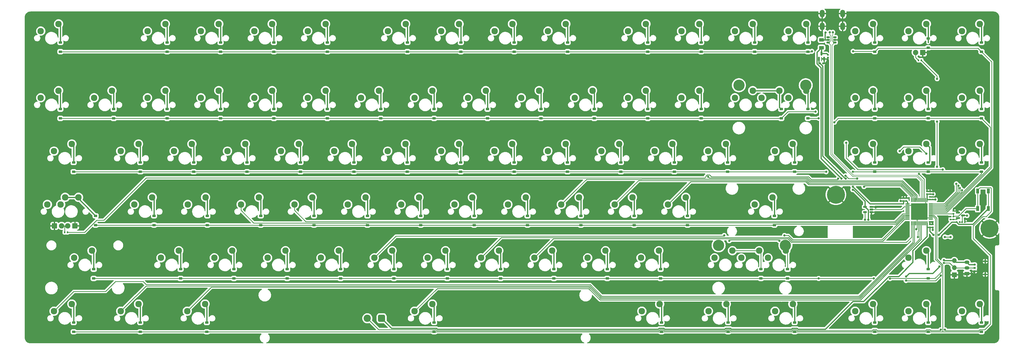
<source format=gbr>
%TF.GenerationSoftware,KiCad,Pcbnew,(7.99.0-267-g8440d7258b)*%
%TF.CreationDate,2023-05-05T04:19:59-07:00*%
%TF.ProjectId,1_2og_repro,315f326f-675f-4726-9570-726f2e6b6963,rev?*%
%TF.SameCoordinates,Original*%
%TF.FileFunction,Copper,L2,Bot*%
%TF.FilePolarity,Positive*%
%FSLAX46Y46*%
G04 Gerber Fmt 4.6, Leading zero omitted, Abs format (unit mm)*
G04 Created by KiCad (PCBNEW (7.99.0-267-g8440d7258b)) date 2023-05-05 04:19:59*
%MOMM*%
%LPD*%
G01*
G04 APERTURE LIST*
G04 Aperture macros list*
%AMRoundRect*
0 Rectangle with rounded corners*
0 $1 Rounding radius*
0 $2 $3 $4 $5 $6 $7 $8 $9 X,Y pos of 4 corners*
0 Add a 4 corners polygon primitive as box body*
4,1,4,$2,$3,$4,$5,$6,$7,$8,$9,$2,$3,0*
0 Add four circle primitives for the rounded corners*
1,1,$1+$1,$2,$3*
1,1,$1+$1,$4,$5*
1,1,$1+$1,$6,$7*
1,1,$1+$1,$8,$9*
0 Add four rect primitives between the rounded corners*
20,1,$1+$1,$2,$3,$4,$5,0*
20,1,$1+$1,$4,$5,$6,$7,0*
20,1,$1+$1,$6,$7,$8,$9,0*
20,1,$1+$1,$8,$9,$2,$3,0*%
G04 Aperture macros list end*
%TA.AperFunction,ComponentPad*%
%ADD10RoundRect,0.250000X0.625000X-0.350000X0.625000X0.350000X-0.625000X0.350000X-0.625000X-0.350000X0*%
%TD*%
%TA.AperFunction,ComponentPad*%
%ADD11O,1.750000X1.200000*%
%TD*%
%TA.AperFunction,ComponentPad*%
%ADD12C,2.300000*%
%TD*%
%TA.AperFunction,ComponentPad*%
%ADD13RoundRect,0.650000X0.650000X0.650000X-0.650000X0.650000X-0.650000X-0.650000X0.650000X-0.650000X0*%
%TD*%
%TA.AperFunction,ComponentPad*%
%ADD14C,2.600000*%
%TD*%
%TA.AperFunction,ComponentPad*%
%ADD15RoundRect,0.285750X-0.666750X-0.666750X0.666750X-0.666750X0.666750X0.666750X-0.666750X0.666750X0*%
%TD*%
%TA.AperFunction,ComponentPad*%
%ADD16C,1.905000*%
%TD*%
%TA.AperFunction,ComponentPad*%
%ADD17C,6.400000*%
%TD*%
%TA.AperFunction,ComponentPad*%
%ADD18C,4.000000*%
%TD*%
%TA.AperFunction,ComponentPad*%
%ADD19O,1.700000X2.700000*%
%TD*%
%TA.AperFunction,ComponentPad*%
%ADD20R,1.700000X1.700000*%
%TD*%
%TA.AperFunction,ComponentPad*%
%ADD21O,1.700000X1.700000*%
%TD*%
%TA.AperFunction,SMDPad,CuDef*%
%ADD22RoundRect,0.225000X0.375000X-0.225000X0.375000X0.225000X-0.375000X0.225000X-0.375000X-0.225000X0*%
%TD*%
%TA.AperFunction,SMDPad,CuDef*%
%ADD23RoundRect,0.075000X0.075000X-0.662500X0.075000X0.662500X-0.075000X0.662500X-0.075000X-0.662500X0*%
%TD*%
%TA.AperFunction,SMDPad,CuDef*%
%ADD24RoundRect,0.075000X0.662500X-0.075000X0.662500X0.075000X-0.662500X0.075000X-0.662500X-0.075000X0*%
%TD*%
%TA.AperFunction,SMDPad,CuDef*%
%ADD25RoundRect,0.140000X-0.140000X-0.170000X0.140000X-0.170000X0.140000X0.170000X-0.140000X0.170000X0*%
%TD*%
%TA.AperFunction,SMDPad,CuDef*%
%ADD26RoundRect,0.140000X-0.170000X0.140000X-0.170000X-0.140000X0.170000X-0.140000X0.170000X0.140000X0*%
%TD*%
%TA.AperFunction,SMDPad,CuDef*%
%ADD27RoundRect,0.135000X0.135000X0.185000X-0.135000X0.185000X-0.135000X-0.185000X0.135000X-0.185000X0*%
%TD*%
%TA.AperFunction,SMDPad,CuDef*%
%ADD28RoundRect,0.135000X0.185000X-0.135000X0.185000X0.135000X-0.185000X0.135000X-0.185000X-0.135000X0*%
%TD*%
%TA.AperFunction,SMDPad,CuDef*%
%ADD29RoundRect,0.140000X0.170000X-0.140000X0.170000X0.140000X-0.170000X0.140000X-0.170000X-0.140000X0*%
%TD*%
%TA.AperFunction,SMDPad,CuDef*%
%ADD30RoundRect,0.150000X0.512500X0.150000X-0.512500X0.150000X-0.512500X-0.150000X0.512500X-0.150000X0*%
%TD*%
%TA.AperFunction,SMDPad,CuDef*%
%ADD31R,1.000000X1.700000*%
%TD*%
%TA.AperFunction,SMDPad,CuDef*%
%ADD32RoundRect,0.150000X0.150000X-0.587500X0.150000X0.587500X-0.150000X0.587500X-0.150000X-0.587500X0*%
%TD*%
%TA.AperFunction,SMDPad,CuDef*%
%ADD33RoundRect,0.140000X0.140000X0.170000X-0.140000X0.170000X-0.140000X-0.170000X0.140000X-0.170000X0*%
%TD*%
%TA.AperFunction,SMDPad,CuDef*%
%ADD34RoundRect,0.150000X-0.587500X-0.150000X0.587500X-0.150000X0.587500X0.150000X-0.587500X0.150000X0*%
%TD*%
%TA.AperFunction,SMDPad,CuDef*%
%ADD35RoundRect,0.150000X0.475000X0.150000X-0.475000X0.150000X-0.475000X-0.150000X0.475000X-0.150000X0*%
%TD*%
%TA.AperFunction,SMDPad,CuDef*%
%ADD36RoundRect,0.250000X-0.625000X0.375000X-0.625000X-0.375000X0.625000X-0.375000X0.625000X0.375000X0*%
%TD*%
%TA.AperFunction,SMDPad,CuDef*%
%ADD37RoundRect,0.135000X-0.135000X-0.185000X0.135000X-0.185000X0.135000X0.185000X-0.135000X0.185000X0*%
%TD*%
%TA.AperFunction,SMDPad,CuDef*%
%ADD38RoundRect,0.150000X-0.275000X0.150000X-0.275000X-0.150000X0.275000X-0.150000X0.275000X0.150000X0*%
%TD*%
%TA.AperFunction,SMDPad,CuDef*%
%ADD39RoundRect,0.175000X-0.225000X0.175000X-0.225000X-0.175000X0.225000X-0.175000X0.225000X0.175000X0*%
%TD*%
%TA.AperFunction,ViaPad*%
%ADD40C,0.800000*%
%TD*%
%TA.AperFunction,Conductor*%
%ADD41C,0.254000*%
%TD*%
%TA.AperFunction,Conductor*%
%ADD42C,0.250000*%
%TD*%
%TA.AperFunction,Conductor*%
%ADD43C,0.381000*%
%TD*%
%TA.AperFunction,Conductor*%
%ADD44C,0.200000*%
%TD*%
G04 APERTURE END LIST*
D10*
%TO.P,J4,1,Pin_1*%
%TO.N,GND*%
X347689000Y-105505000D03*
D11*
%TO.P,J4,2,Pin_2*%
%TO.N,RGB_DB*%
X347688999Y-103504999D03*
%TO.P,J4,3,Pin_3*%
%TO.N,+5V*%
X347688999Y-101504999D03*
%TD*%
D12*
%TO.P,SW71,1,1*%
%TO.N,COL5*%
X136606115Y-99894638D03*
%TO.P,SW71,2,2*%
%TO.N,Net-(D69-A)*%
X142956115Y-97354638D03*
%TD*%
%TO.P,SW12,1,1*%
%TO.N,COL12*%
X265076115Y-19054638D03*
%TO.P,SW12,2,2*%
%TO.N,Net-(D12-A)*%
X271426115Y-16514638D03*
%TD*%
%TO.P,SW26,1,1*%
%TO.N,COL9*%
X188966115Y-42834638D03*
%TO.P,SW26,2,2*%
%TO.N,Net-(D26-A)*%
X195316115Y-40294638D03*
%TD*%
%TO.P,SW76,1,1*%
%TO.N,COL10*%
X231606115Y-99894638D03*
%TO.P,SW76,2,2*%
%TO.N,Net-(D74-A)*%
X237956115Y-97354638D03*
%TD*%
%TO.P,SW21,1,1*%
%TO.N,COL4*%
X93866115Y-42834638D03*
%TO.P,SW21,2,2*%
%TO.N,Net-(D21-A)*%
X100216115Y-40294638D03*
%TD*%
%TO.P,SW24,1,1*%
%TO.N,COL7*%
X150926115Y-42834638D03*
%TO.P,SW24,2,2*%
%TO.N,Net-(D24-A)*%
X157276115Y-40294638D03*
%TD*%
%TO.P,SW25,1,1*%
%TO.N,COL8*%
X169946115Y-42834638D03*
%TO.P,SW25,2,2*%
%TO.N,Net-(D25-A)*%
X176296115Y-40294638D03*
%TD*%
%TO.P,SW60,1,1*%
%TO.N,COL7*%
X165176115Y-80874638D03*
%TO.P,SW60,2,2*%
%TO.N,Net-(D58-A)*%
X171526115Y-78334638D03*
%TD*%
%TO.P,SW83,1,1*%
%TO.N,COL1*%
X46278615Y-118914638D03*
%TO.P,SW83,2,2*%
%TO.N,Net-(D80-A)*%
X52628615Y-116374638D03*
%TD*%
%TO.P,SW74,1,1*%
%TO.N,COL8*%
X193606115Y-99894638D03*
%TO.P,SW74,2,2*%
%TO.N,Net-(D72-A)*%
X199956115Y-97354638D03*
%TD*%
%TO.P,SW9,1,1*%
%TO.N,COL9*%
X198476115Y-19054638D03*
%TO.P,SW9,2,2*%
%TO.N,Net-(D9-A)*%
X204826115Y-16514638D03*
%TD*%
%TO.P,SW32,1,1*%
%TO.N,COL14*%
X307876115Y-42834638D03*
%TO.P,SW32,2,2*%
%TO.N,Net-(D31-A)*%
X314226115Y-40294638D03*
%TD*%
%TO.P,SW53,1,1*%
%TO.N,COL0*%
X24908615Y-80874638D03*
%TO.P,SW53,2,2*%
%TO.N,Net-(D51-A)*%
X31258615Y-78334638D03*
%TD*%
%TO.P,SW90,1,1*%
%TO.N,COL15*%
X326896115Y-118914638D03*
%TO.P,SW90,2,2*%
%TO.N,Net-(D87-A)*%
X333246115Y-116374638D03*
%TD*%
%TO.P,SW65,1,1*%
%TO.N,COL13*%
X272116088Y-80874669D03*
%TO.P,SW65,2,2*%
%TO.N,Net-(D63-A)*%
X278466088Y-78334669D03*
%TD*%
%TO.P,SW84,1,1*%
%TO.N,COL2*%
X69981115Y-118914638D03*
%TO.P,SW84,2,2*%
%TO.N,Net-(D81-A)*%
X76331115Y-116374638D03*
%TD*%
%TO.P,SW39,1,1*%
%TO.N,COL4*%
X103326115Y-61854638D03*
%TO.P,SW39,2,2*%
%TO.N,Net-(D38-A)*%
X109676115Y-59314638D03*
%TD*%
%TO.P,SW86,1,1*%
%TO.N,COL10*%
X231901115Y-118914638D03*
%TO.P,SW86,2,2*%
%TO.N,Net-(D83-A)*%
X238251115Y-116374638D03*
%TD*%
%TO.P,SW63,1,1*%
%TO.N,COL10*%
X222196115Y-80874638D03*
%TO.P,SW63,2,2*%
%TO.N,Net-(D61-A)*%
X228546115Y-78334638D03*
%TD*%
%TO.P,SW35,1,1*%
%TO.N,COL0*%
X22516115Y-61854638D03*
%TO.P,SW35,2,2*%
%TO.N,Net-(D34-A)*%
X28866115Y-59314638D03*
%TD*%
%TO.P,SW15,1,1*%
%TO.N,COL15*%
X326896115Y-19051179D03*
%TO.P,SW15,2,2*%
%TO.N,Net-(D15-A)*%
X333246115Y-16511179D03*
%TD*%
D13*
%TO.P,JP1,1,A*%
%TO.N,+3V3*%
X139192000Y-121451498D03*
D14*
%TO.P,JP1,2,B*%
%TO.N,BOOT0*%
X134112000Y-121451498D03*
%TD*%
D12*
%TO.P,SW47,1,1*%
%TO.N,COL12*%
X255486115Y-61854638D03*
%TO.P,SW47,2,2*%
%TO.N,Net-(D46-A)*%
X261836115Y-59314638D03*
%TD*%
%TO.P,SW41,1,1*%
%TO.N,COL6*%
X141366115Y-61854638D03*
%TO.P,SW41,2,2*%
%TO.N,Net-(D40-A)*%
X147716115Y-59314638D03*
%TD*%
%TO.P,SW62,1,1*%
%TO.N,COL9*%
X203196115Y-80874638D03*
%TO.P,SW62,2,2*%
%TO.N,Net-(D60-A)*%
X209546115Y-78334638D03*
%TD*%
%TO.P,SW89,1,1*%
%TO.N,COL14*%
X307876115Y-118914638D03*
%TO.P,SW89,2,2*%
%TO.N,Net-(D86-A)*%
X314226115Y-116374638D03*
%TD*%
%TO.P,SW49,1,1*%
%TO.N,COL14*%
X307876115Y-61854638D03*
%TO.P,SW49,2,2*%
%TO.N,Net-(D48-A)*%
X314226115Y-59314638D03*
%TD*%
%TO.P,SW28,1,1*%
%TO.N,COL11*%
X227006115Y-42834638D03*
%TO.P,SW28,2,2*%
%TO.N,Net-(D28-A)*%
X233356115Y-40294638D03*
%TD*%
%TO.P,SW10,1,1*%
%TO.N,COL10*%
X227006115Y-19054638D03*
%TO.P,SW10,2,2*%
%TO.N,Net-(D10-A)*%
X233356115Y-16514638D03*
%TD*%
%TO.P,SW1,1,1*%
%TO.N,COL0*%
X17786115Y-19054638D03*
%TO.P,SW1,2,2*%
%TO.N,Net-(D1-A)*%
X24136115Y-16514638D03*
%TD*%
%TO.P,SW70,1,1*%
%TO.N,COL4*%
X117606115Y-99894638D03*
%TO.P,SW70,2,2*%
%TO.N,Net-(D68-A)*%
X123956115Y-97354638D03*
%TD*%
%TO.P,SW13,1,1*%
%TO.N,COL13*%
X284096115Y-19054638D03*
%TO.P,SW13,2,2*%
%TO.N,Net-(D13-A)*%
X290446115Y-16514638D03*
%TD*%
%TO.P,SW87,1,1*%
%TO.N,COL11*%
X255628615Y-118914638D03*
%TO.P,SW87,2,2*%
%TO.N,Net-(D84-A)*%
X261978615Y-116374638D03*
%TD*%
%TO.P,SW11,1,1*%
%TO.N,COL11*%
X246026115Y-19054638D03*
%TO.P,SW11,2,2*%
%TO.N,Net-(D11-A)*%
X252376115Y-16514638D03*
%TD*%
%TO.P,SW27,1,1*%
%TO.N,COL10*%
X207986115Y-42834638D03*
%TO.P,SW27,2,2*%
%TO.N,Net-(D27-A)*%
X214336115Y-40294638D03*
%TD*%
D15*
%TO.P,D90,1,K*%
%TO.N,GND*%
X331976115Y-26671179D03*
D16*
%TO.P,D90,2,A*%
%TO.N,Net-(D90-A)*%
X329436115Y-26671179D03*
%TD*%
D12*
%TO.P,SW37,1,1*%
%TO.N,COL2*%
X65286115Y-61854638D03*
%TO.P,SW37,2,2*%
%TO.N,Net-(D36-A)*%
X71636115Y-59314638D03*
%TD*%
%TO.P,SW5,1,1*%
%TO.N,COL5*%
X112886534Y-19059485D03*
%TO.P,SW5,2,2*%
%TO.N,Net-(D5-A)*%
X119236534Y-16519485D03*
%TD*%
D17*
%TO.P,H1,1,1*%
%TO.N,GND*%
X301009027Y-77392443D03*
%TD*%
D12*
%TO.P,SW4,1,1*%
%TO.N,COL4*%
X93866534Y-19059485D03*
%TO.P,SW4,2,2*%
%TO.N,Net-(D4-A)*%
X100216534Y-16519485D03*
%TD*%
%TO.P,SW23,1,1*%
%TO.N,COL6*%
X131906115Y-42834638D03*
%TO.P,SW23,2,2*%
%TO.N,Net-(D23-A)*%
X138256115Y-40294638D03*
%TD*%
%TO.P,SW42,1,1*%
%TO.N,COL7*%
X160386115Y-61854638D03*
%TO.P,SW42,2,2*%
%TO.N,Net-(D41-A)*%
X166736115Y-59314638D03*
%TD*%
%TO.P,SW91,1,1*%
%TO.N,COL16*%
X345916115Y-118914638D03*
%TO.P,SW91,2,2*%
%TO.N,Net-(D88-A)*%
X352266115Y-116374638D03*
%TD*%
%TO.P,SW22,1,1*%
%TO.N,COL5*%
X112886115Y-42834638D03*
%TO.P,SW22,2,2*%
%TO.N,Net-(D22-A)*%
X119236115Y-40294638D03*
%TD*%
%TO.P,SW64,1,1*%
%TO.N,COL11*%
X241196115Y-80874638D03*
%TO.P,SW64,2,2*%
%TO.N,Net-(D62-A)*%
X247546115Y-78334638D03*
%TD*%
%TO.P,SW81,1,1*%
%TO.N,COL15*%
X326896115Y-99894638D03*
%TO.P,SW81,2,2*%
%TO.N,Net-(D78-A)*%
X333246115Y-97354638D03*
%TD*%
%TO.P,SW52,1,1*%
%TO.N,COL0*%
X20146115Y-80874638D03*
%TO.P,SW52,2,2*%
%TO.N,Net-(D51-A)*%
X26496115Y-78334638D03*
%TD*%
%TO.P,SW30,1,1*%
%TO.N,COL13*%
X274571115Y-42834638D03*
%TO.P,SW30,2,2*%
%TO.N,Net-(D30-A)*%
X280921115Y-40294638D03*
%TD*%
%TO.P,SW51,1,1*%
%TO.N,COL16*%
X345916115Y-61854638D03*
%TO.P,SW51,2,2*%
%TO.N,Net-(D50-A)*%
X352266115Y-59314638D03*
%TD*%
%TO.P,SW34,1,1*%
%TO.N,COL16*%
X345916115Y-42834638D03*
%TO.P,SW34,2,2*%
%TO.N,Net-(D33-A)*%
X352266115Y-40294638D03*
%TD*%
%TO.P,SW66,1,1*%
%TO.N,COL0*%
X29686115Y-99894638D03*
%TO.P,SW66,2,2*%
%TO.N,Net-(D64-A)*%
X36036115Y-97354638D03*
%TD*%
%TO.P,SW8,1,1*%
%TO.N,COL8*%
X179456115Y-19054638D03*
%TO.P,SW8,2,2*%
%TO.N,Net-(D8-A)*%
X185806115Y-16514638D03*
%TD*%
%TO.P,SW36,1,1*%
%TO.N,COL1*%
X46266115Y-61854638D03*
%TO.P,SW36,2,2*%
%TO.N,Net-(D35-A)*%
X52616115Y-59314638D03*
%TD*%
%TO.P,SW68,1,1*%
%TO.N,COL2*%
X79606115Y-99894638D03*
%TO.P,SW68,2,2*%
%TO.N,Net-(D66-A)*%
X85956115Y-97354638D03*
%TD*%
%TO.P,SW19,1,1*%
%TO.N,COL2*%
X55826115Y-42834638D03*
%TO.P,SW19,2,2*%
%TO.N,Net-(D19-A)*%
X62176115Y-40294638D03*
%TD*%
%TO.P,SW73,1,1*%
%TO.N,COL7*%
X174606115Y-99894638D03*
%TO.P,SW73,2,2*%
%TO.N,Net-(D71-A)*%
X180956115Y-97354638D03*
%TD*%
%TO.P,SW78,1,1*%
%TO.N,COL12*%
X267331115Y-99894638D03*
%TO.P,SW78,2,2*%
%TO.N,Net-(D75-A)*%
X273681115Y-97354638D03*
%TD*%
D18*
%TO.P,S2,*%
%TO.N,*%
X259234865Y-95449638D03*
X283047365Y-95449638D03*
%TD*%
D12*
%TO.P,SW61,1,1*%
%TO.N,COL8*%
X184196115Y-80874638D03*
%TO.P,SW61,2,2*%
%TO.N,Net-(D59-A)*%
X190546115Y-78334638D03*
%TD*%
%TO.P,SW43,1,1*%
%TO.N,COL8*%
X179406115Y-61854638D03*
%TO.P,SW43,2,2*%
%TO.N,Net-(D42-A)*%
X185756115Y-59314638D03*
%TD*%
%TO.P,SW33,1,1*%
%TO.N,COL15*%
X326896115Y-42834638D03*
%TO.P,SW33,2,2*%
%TO.N,Net-(D32-A)*%
X333246115Y-40294638D03*
%TD*%
%TO.P,SW88,1,1*%
%TO.N,COL12*%
X279346115Y-118914638D03*
%TO.P,SW88,2,2*%
%TO.N,Net-(D85-A)*%
X285696115Y-116374638D03*
%TD*%
D19*
%TO.P,J2,6,Shield*%
%TO.N,GND*%
X303446114Y-12849999D03*
X296146114Y-12849999D03*
X303446114Y-17349999D03*
X296146114Y-17349999D03*
%TD*%
D12*
%TO.P,SW56,1,1*%
%TO.N,COL3*%
X89156115Y-80874638D03*
%TO.P,SW56,2,2*%
%TO.N,Net-(D54-A)*%
X95506115Y-78334638D03*
%TD*%
%TO.P,SW40,1,1*%
%TO.N,COL5*%
X122346115Y-61854638D03*
%TO.P,SW40,2,2*%
%TO.N,Net-(D39-A)*%
X128696115Y-59314638D03*
%TD*%
%TO.P,SW20,1,1*%
%TO.N,COL3*%
X74846115Y-42834638D03*
%TO.P,SW20,2,2*%
%TO.N,Net-(D20-A)*%
X81196115Y-40294638D03*
%TD*%
%TO.P,SW69,1,1*%
%TO.N,COL3*%
X98606115Y-99894638D03*
%TO.P,SW69,2,2*%
%TO.N,Net-(D67-A)*%
X104956115Y-97354638D03*
%TD*%
%TO.P,SW16,1,1*%
%TO.N,COL16*%
X345916115Y-19054638D03*
%TO.P,SW16,2,2*%
%TO.N,Net-(D16-A)*%
X352266115Y-16514638D03*
%TD*%
%TO.P,SW7,1,1*%
%TO.N,COL7*%
X160436115Y-19054638D03*
%TO.P,SW7,2,2*%
%TO.N,Net-(D7-A)*%
X166786115Y-16514638D03*
%TD*%
%TO.P,SW67,1,1*%
%TO.N,COL1*%
X60606115Y-99894638D03*
%TO.P,SW67,2,2*%
%TO.N,Net-(D65-A)*%
X66956115Y-97354638D03*
%TD*%
%TO.P,SW50,1,1*%
%TO.N,COL15*%
X326896115Y-61854638D03*
%TO.P,SW50,2,2*%
%TO.N,Net-(D49-A)*%
X333246115Y-59314638D03*
%TD*%
%TO.P,SW72,1,1*%
%TO.N,COL6*%
X155606115Y-99894638D03*
%TO.P,SW72,2,2*%
%TO.N,Net-(D70-A)*%
X161956115Y-97354638D03*
%TD*%
%TO.P,SW3,1,1*%
%TO.N,COL3*%
X74846534Y-19059485D03*
%TO.P,SW3,2,2*%
%TO.N,Net-(D3-A)*%
X81196534Y-16519485D03*
%TD*%
%TO.P,SW57,1,1*%
%TO.N,COL4*%
X108156115Y-80874638D03*
%TO.P,SW57,2,2*%
%TO.N,Net-(D55-A)*%
X114506115Y-78334638D03*
%TD*%
D17*
%TO.P,H2,1,1*%
%TO.N,GND*%
X355726066Y-89414572D03*
%TD*%
D12*
%TO.P,SW77,1,1*%
%TO.N,COL12*%
X257821115Y-99894638D03*
%TO.P,SW77,2,2*%
%TO.N,Net-(D75-A)*%
X264171115Y-97354638D03*
%TD*%
%TO.P,SW59,1,1*%
%TO.N,COL6*%
X146156115Y-80874638D03*
%TO.P,SW59,2,2*%
%TO.N,Net-(D57-A)*%
X152506115Y-78334638D03*
%TD*%
%TO.P,SW44,1,1*%
%TO.N,COL9*%
X198426115Y-61854638D03*
%TO.P,SW44,2,2*%
%TO.N,Net-(D43-A)*%
X204776115Y-59314638D03*
%TD*%
%TO.P,SW29,1,1*%
%TO.N,COL12*%
X246026115Y-42834638D03*
%TO.P,SW29,2,2*%
%TO.N,Net-(D29-A)*%
X252376115Y-40294638D03*
%TD*%
%TO.P,SW82,1,1*%
%TO.N,COL0*%
X22536115Y-118914638D03*
%TO.P,SW82,2,2*%
%TO.N,Net-(D79-A)*%
X28886115Y-116374638D03*
%TD*%
%TO.P,SW75,1,1*%
%TO.N,COL9*%
X212606115Y-99894638D03*
%TO.P,SW75,2,2*%
%TO.N,Net-(D73-A)*%
X218956115Y-97354638D03*
%TD*%
%TO.P,SW55,1,1*%
%TO.N,COL2*%
X70156115Y-80874638D03*
%TO.P,SW55,2,2*%
%TO.N,Net-(D53-A)*%
X76506115Y-78334638D03*
%TD*%
%TO.P,SW38,1,1*%
%TO.N,COL3*%
X84306115Y-61854638D03*
%TO.P,SW38,2,2*%
%TO.N,Net-(D37-A)*%
X90656115Y-59314638D03*
%TD*%
%TO.P,SW80,1,1*%
%TO.N,COL14*%
X284081115Y-42834638D03*
%TO.P,SW80,2,2*%
%TO.N,Net-(D77-A)*%
X290431115Y-40294638D03*
%TD*%
%TO.P,SW14,1,1*%
%TO.N,COL14*%
X307876115Y-19054638D03*
%TO.P,SW14,2,2*%
%TO.N,Net-(D14-A)*%
X314226115Y-16514638D03*
%TD*%
%TO.P,SW48,1,1*%
%TO.N,COL13*%
X279301115Y-61854638D03*
%TO.P,SW48,2,2*%
%TO.N,Net-(D47-A)*%
X285651115Y-59314638D03*
%TD*%
%TO.P,SW31,1,1*%
%TO.N,COL13*%
X265061115Y-42834638D03*
%TO.P,SW31,2,2*%
%TO.N,Net-(D30-A)*%
X271411115Y-40294638D03*
%TD*%
%TO.P,SW79,1,1*%
%TO.N,COL13*%
X276841115Y-99894638D03*
%TO.P,SW79,2,2*%
%TO.N,Net-(D76-A)*%
X283191115Y-97354638D03*
%TD*%
%TO.P,SW6,1,1*%
%TO.N,COL6*%
X141416115Y-19054638D03*
%TO.P,SW6,2,2*%
%TO.N,Net-(D6-A)*%
X147766115Y-16514638D03*
%TD*%
D15*
%TO.P,D91,1,K*%
%TO.N,GND*%
X22686115Y-88494638D03*
D16*
%TO.P,D91,2,A*%
%TO.N,Net-(D89-A)*%
X25226115Y-88494638D03*
%TD*%
D15*
%TO.P,D89,1,K*%
%TO.N,GND*%
X29988615Y-88494638D03*
D16*
%TO.P,D89,2,A*%
%TO.N,Net-(D89-A)*%
X27448615Y-88494638D03*
%TD*%
D18*
%TO.P,S1,*%
%TO.N,*%
X266474865Y-38389638D03*
X290287365Y-38389638D03*
%TD*%
D12*
%TO.P,SW46,1,1*%
%TO.N,COL11*%
X236466115Y-61854638D03*
%TO.P,SW46,2,2*%
%TO.N,Net-(D45-A)*%
X242816115Y-59314638D03*
%TD*%
D20*
%TO.P,J3,1,Pin_1*%
%TO.N,GND*%
X343206114Y-105984628D03*
D21*
%TO.P,J3,2,Pin_2*%
%TO.N,RGB_DB*%
X343206114Y-103444628D03*
%TO.P,J3,3,Pin_3*%
%TO.N,+5V*%
X343206114Y-100904628D03*
%TD*%
D12*
%TO.P,SW45,1,1*%
%TO.N,COL10*%
X217446115Y-61854638D03*
%TO.P,SW45,2,2*%
%TO.N,Net-(D44-A)*%
X223796115Y-59314638D03*
%TD*%
%TO.P,SW17,1,1*%
%TO.N,COL0*%
X17786115Y-42834638D03*
%TO.P,SW17,2,2*%
%TO.N,Net-(D17-A)*%
X24136115Y-40294638D03*
%TD*%
%TO.P,SW54,1,1*%
%TO.N,COL1*%
X51156115Y-80874638D03*
%TO.P,SW54,2,2*%
%TO.N,Net-(D52-A)*%
X57506115Y-78334638D03*
%TD*%
%TO.P,SW2,1,1*%
%TO.N,COL2*%
X55826534Y-19059485D03*
%TO.P,SW2,2,2*%
%TO.N,Net-(D2-A)*%
X62176534Y-16519485D03*
%TD*%
%TO.P,SW58,1,1*%
%TO.N,COL5*%
X127156115Y-80874638D03*
%TO.P,SW58,2,2*%
%TO.N,Net-(D56-A)*%
X133506115Y-78334638D03*
%TD*%
%TO.P,SW85,1,1*%
%TO.N,COL6*%
X150937529Y-118911498D03*
%TO.P,SW85,2,2*%
%TO.N,Net-(D82-A)*%
X157287529Y-116371498D03*
%TD*%
%TO.P,SW18,1,1*%
%TO.N,COL1*%
X36806115Y-42834638D03*
%TO.P,SW18,2,2*%
%TO.N,Net-(D18-A)*%
X43156115Y-40294638D03*
%TD*%
D22*
%TO.P,D9,1,K*%
%TO.N,ROW0*%
X205455115Y-26413638D03*
%TO.P,D9,2,A*%
%TO.N,Net-(D9-A)*%
X205455115Y-23113638D03*
%TD*%
%TO.P,D47,1,K*%
%TO.N,ROW2*%
X286280115Y-69213638D03*
%TO.P,D47,2,A*%
%TO.N,Net-(D47-A)*%
X286280115Y-65913638D03*
%TD*%
D23*
%TO.P,U2,1,VBAT*%
%TO.N,+3V3*%
X333456115Y-87577138D03*
%TO.P,U2,2,PC13*%
%TO.N,unconnected-(U2-PC13-Pad2)*%
X332956115Y-87577138D03*
%TO.P,U2,3,PC14*%
%TO.N,unconnected-(U2-PC14-Pad3)*%
X332456115Y-87577138D03*
%TO.P,U2,4,PC15*%
%TO.N,unconnected-(U2-PC15-Pad4)*%
X331956115Y-87577138D03*
%TO.P,U2,5,PF0*%
%TO.N,COL6*%
X331456115Y-87577138D03*
%TO.P,U2,6,PF1*%
%TO.N,COL2*%
X330956115Y-87577138D03*
%TO.P,U2,7,NRST*%
%TO.N,NRST*%
X330456115Y-87577138D03*
%TO.P,U2,8,VSSA*%
%TO.N,GND*%
X329956115Y-87577138D03*
%TO.P,U2,9,VDDA*%
%TO.N,+3V3*%
X329456115Y-87577138D03*
%TO.P,U2,10,PA0*%
%TO.N,COL1*%
X328956115Y-87577138D03*
%TO.P,U2,11,PA1*%
%TO.N,COL0*%
X328456115Y-87577138D03*
%TO.P,U2,12,PA2*%
%TO.N,COL8*%
X327956115Y-87577138D03*
D24*
%TO.P,U2,13,PA3*%
%TO.N,COL7*%
X326543615Y-86164638D03*
%TO.P,U2,14,PA4*%
%TO.N,COL5*%
X326543615Y-85664638D03*
%TO.P,U2,15,PA5*%
%TO.N,ROW3*%
X326543615Y-85164638D03*
%TO.P,U2,16,PA6*%
%TO.N,COL3*%
X326543615Y-84664638D03*
%TO.P,U2,17,PA7*%
%TO.N,COL4*%
X326543615Y-84164638D03*
%TO.P,U2,18,PB0*%
%TO.N,unconnected-(U2-PB0-Pad18)*%
X326543615Y-83664638D03*
%TO.P,U2,19,PB1*%
%TO.N,unconnected-(U2-PB1-Pad19)*%
X326543615Y-83164638D03*
%TO.P,U2,20,PB2*%
%TO.N,unconnected-(U2-PB2-Pad20)*%
X326543615Y-82664638D03*
%TO.P,U2,21,PB10*%
%TO.N,unconnected-(U2-PB10-Pad21)*%
X326543615Y-82164638D03*
%TO.P,U2,22,PB11*%
%TO.N,RGBLED*%
X326543615Y-81664638D03*
%TO.P,U2,23,VSS*%
%TO.N,GND*%
X326543615Y-81164638D03*
%TO.P,U2,24,VDD*%
%TO.N,+3V3*%
X326543615Y-80664638D03*
D23*
%TO.P,U2,25,PB12*%
%TO.N,CAPS_LED*%
X327956115Y-79252138D03*
%TO.P,U2,26,PB13*%
%TO.N,COL11*%
X328456115Y-79252138D03*
%TO.P,U2,27,PB14*%
%TO.N,COL10*%
X328956115Y-79252138D03*
%TO.P,U2,28,PB15*%
%TO.N,COL9*%
X329456115Y-79252138D03*
%TO.P,U2,29,PA8*%
%TO.N,COL12*%
X329956115Y-79252138D03*
%TO.P,U2,30,PA9*%
%TO.N,unconnected-(U2-PA9-Pad30)*%
X330456115Y-79252138D03*
%TO.P,U2,31,PA10*%
%TO.N,unconnected-(U2-PA10-Pad31)*%
X330956115Y-79252138D03*
%TO.P,U2,32,PA11*%
%TO.N,D-*%
X331456115Y-79252138D03*
%TO.P,U2,33,PA12*%
%TO.N,D+*%
X331956115Y-79252138D03*
%TO.P,U2,34,PA13*%
%TO.N,SCRLCK_LED*%
X332456115Y-79252138D03*
%TO.P,U2,35,VSS*%
%TO.N,GND*%
X332956115Y-79252138D03*
%TO.P,U2,36,VDDIO2*%
%TO.N,+3V3*%
X333456115Y-79252138D03*
D24*
%TO.P,U2,37,PA14*%
%TO.N,COL13*%
X334868615Y-80664638D03*
%TO.P,U2,38,PA15*%
%TO.N,COL14*%
X334868615Y-81164638D03*
%TO.P,U2,39,PB3*%
%TO.N,COL15*%
X334868615Y-81664638D03*
%TO.P,U2,40,PB4*%
%TO.N,COL16*%
X334868615Y-82164638D03*
%TO.P,U2,41,PB5*%
%TO.N,ROW2*%
X334868615Y-82664638D03*
%TO.P,U2,42,PB6*%
%TO.N,ROW1*%
X334868615Y-83164638D03*
%TO.P,U2,43,PB7*%
%TO.N,ROW0*%
X334868615Y-83664638D03*
%TO.P,U2,44,BOOT0*%
%TO.N,BOOT0*%
X334868615Y-84164638D03*
%TO.P,U2,45,PB8*%
%TO.N,ROW5*%
X334868615Y-84664638D03*
%TO.P,U2,46,PB9*%
%TO.N,ROW4*%
X334868615Y-85164638D03*
%TO.P,U2,47,VSS*%
%TO.N,GND*%
X334868615Y-85664638D03*
%TO.P,U2,48,VDD*%
%TO.N,+3V3*%
X334868615Y-86164638D03*
%TD*%
D22*
%TO.P,D5,1,K*%
%TO.N,ROW0*%
X119865534Y-26418485D03*
%TO.P,D5,2,A*%
%TO.N,Net-(D5-A)*%
X119865534Y-23118485D03*
%TD*%
D25*
%TO.P,C11,1*%
%TO.N,NRST*%
X346004000Y-87120000D03*
%TO.P,C11,2*%
%TO.N,GND*%
X346964000Y-87120000D03*
%TD*%
D22*
%TO.P,D45,1,K*%
%TO.N,ROW2*%
X243445115Y-69213638D03*
%TO.P,D45,2,A*%
%TO.N,Net-(D45-A)*%
X243445115Y-65913638D03*
%TD*%
%TO.P,D75,1,K*%
%TO.N,ROW4*%
X274310115Y-107253638D03*
%TO.P,D75,2,A*%
%TO.N,Net-(D75-A)*%
X274310115Y-103953638D03*
%TD*%
%TO.P,D2,1,K*%
%TO.N,ROW0*%
X62805534Y-26418485D03*
%TO.P,D2,2,A*%
%TO.N,Net-(D2-A)*%
X62805534Y-23118485D03*
%TD*%
%TO.P,D28,1,K*%
%TO.N,ROW1*%
X233985115Y-50193638D03*
%TO.P,D28,2,A*%
%TO.N,Net-(D28-A)*%
X233985115Y-46893638D03*
%TD*%
%TO.P,D12,1,K*%
%TO.N,ROW0*%
X272055115Y-26413638D03*
%TO.P,D12,2,A*%
%TO.N,Net-(D12-A)*%
X272055115Y-23113638D03*
%TD*%
%TO.P,D73,1,K*%
%TO.N,ROW4*%
X219585115Y-107253638D03*
%TO.P,D73,2,A*%
%TO.N,Net-(D73-A)*%
X219585115Y-103953638D03*
%TD*%
%TO.P,D22,1,K*%
%TO.N,ROW1*%
X119865115Y-50193638D03*
%TO.P,D22,2,A*%
%TO.N,Net-(D22-A)*%
X119865115Y-46893638D03*
%TD*%
%TO.P,D78,1,K*%
%TO.N,ROW4*%
X333875115Y-107253638D03*
%TO.P,D78,2,A*%
%TO.N,Net-(D78-A)*%
X333875115Y-103953638D03*
%TD*%
%TO.P,D31,1,K*%
%TO.N,ROW1*%
X314855115Y-50193638D03*
%TO.P,D31,2,A*%
%TO.N,Net-(D31-A)*%
X314855115Y-46893638D03*
%TD*%
%TO.P,D67,1,K*%
%TO.N,ROW4*%
X105585115Y-107253638D03*
%TO.P,D67,2,A*%
%TO.N,Net-(D67-A)*%
X105585115Y-103953638D03*
%TD*%
%TO.P,D4,1,K*%
%TO.N,ROW0*%
X100845534Y-26418485D03*
%TO.P,D4,2,A*%
%TO.N,Net-(D4-A)*%
X100845534Y-23118485D03*
%TD*%
%TO.P,D11,1,K*%
%TO.N,ROW0*%
X253005115Y-26413638D03*
%TO.P,D11,2,A*%
%TO.N,Net-(D11-A)*%
X253005115Y-23113638D03*
%TD*%
%TO.P,D87,1,K*%
%TO.N,ROW5*%
X333875115Y-126273638D03*
%TO.P,D87,2,A*%
%TO.N,Net-(D87-A)*%
X333875115Y-122973638D03*
%TD*%
%TO.P,D44,1,K*%
%TO.N,ROW2*%
X224425115Y-69213638D03*
%TO.P,D44,2,A*%
%TO.N,Net-(D44-A)*%
X224425115Y-65913638D03*
%TD*%
D26*
%TO.P,C12,1*%
%TO.N,BOOT0*%
X342900000Y-85243000D03*
%TO.P,C12,2*%
%TO.N,Net-(Q1-G)*%
X342900000Y-86203000D03*
%TD*%
D27*
%TO.P,R5,1*%
%TO.N,SCRLCK_LED*%
X331472000Y-29464000D03*
%TO.P,R5,2*%
%TO.N,Net-(D90-A)*%
X330452000Y-29464000D03*
%TD*%
D22*
%TO.P,D6,1,K*%
%TO.N,ROW0*%
X148395115Y-26413638D03*
%TO.P,D6,2,A*%
%TO.N,Net-(D6-A)*%
X148395115Y-23113638D03*
%TD*%
%TO.P,D33,1,K*%
%TO.N,ROW1*%
X352895115Y-50193638D03*
%TO.P,D33,2,A*%
%TO.N,Net-(D33-A)*%
X352895115Y-46893638D03*
%TD*%
%TO.P,D21,1,K*%
%TO.N,ROW1*%
X100845115Y-50193638D03*
%TO.P,D21,2,A*%
%TO.N,Net-(D21-A)*%
X100845115Y-46893638D03*
%TD*%
%TO.P,D16,1,K*%
%TO.N,ROW0*%
X352895115Y-26413638D03*
%TO.P,D16,2,A*%
%TO.N,Net-(D16-A)*%
X352895115Y-23113638D03*
%TD*%
%TO.P,D15,1,K*%
%TO.N,ROW0*%
X333875115Y-25018000D03*
%TO.P,D15,2,A*%
%TO.N,Net-(D15-A)*%
X333875115Y-21718000D03*
%TD*%
%TO.P,D8,1,K*%
%TO.N,ROW0*%
X186435115Y-26413638D03*
%TO.P,D8,2,A*%
%TO.N,Net-(D8-A)*%
X186435115Y-23113638D03*
%TD*%
D28*
%TO.P,R2,1*%
%TO.N,BOOT0*%
X342900000Y-84201000D03*
%TO.P,R2,2*%
%TO.N,GND*%
X342900000Y-83181000D03*
%TD*%
D22*
%TO.P,D52,1,K*%
%TO.N,ROW3*%
X58135115Y-88233638D03*
%TO.P,D52,2,A*%
%TO.N,Net-(D52-A)*%
X58135115Y-84933638D03*
%TD*%
%TO.P,D66,1,K*%
%TO.N,ROW4*%
X86585115Y-107253638D03*
%TO.P,D66,2,A*%
%TO.N,Net-(D66-A)*%
X86585115Y-103953638D03*
%TD*%
%TO.P,D58,1,K*%
%TO.N,ROW3*%
X172155115Y-88233638D03*
%TO.P,D58,2,A*%
%TO.N,Net-(D58-A)*%
X172155115Y-84933638D03*
%TD*%
%TO.P,D41,1,K*%
%TO.N,ROW2*%
X167365115Y-69213638D03*
%TO.P,D41,2,A*%
%TO.N,Net-(D41-A)*%
X167365115Y-65913638D03*
%TD*%
%TO.P,D42,1,K*%
%TO.N,ROW2*%
X186385115Y-69213638D03*
%TO.P,D42,2,A*%
%TO.N,Net-(D42-A)*%
X186385115Y-65913638D03*
%TD*%
D29*
%TO.P,C7,1*%
%TO.N,+3V3*%
X325120000Y-79601000D03*
%TO.P,C7,2*%
%TO.N,GND*%
X325120000Y-78641000D03*
%TD*%
D22*
%TO.P,D1,1,K*%
%TO.N,ROW0*%
X24765115Y-26413638D03*
%TO.P,D1,2,A*%
%TO.N,Net-(D1-A)*%
X24765115Y-23113638D03*
%TD*%
%TO.P,D20,1,K*%
%TO.N,ROW1*%
X81825115Y-50193638D03*
%TO.P,D20,2,A*%
%TO.N,Net-(D20-A)*%
X81825115Y-46893638D03*
%TD*%
%TO.P,D54,1,K*%
%TO.N,ROW3*%
X96135115Y-88233638D03*
%TO.P,D54,2,A*%
%TO.N,Net-(D54-A)*%
X96135115Y-84933638D03*
%TD*%
%TO.P,D19,1,K*%
%TO.N,ROW1*%
X62805115Y-50193638D03*
%TO.P,D19,2,A*%
%TO.N,Net-(D19-A)*%
X62805115Y-46893638D03*
%TD*%
%TO.P,D62,1,K*%
%TO.N,ROW3*%
X248175115Y-88233638D03*
%TO.P,D62,2,A*%
%TO.N,Net-(D62-A)*%
X248175115Y-84933638D03*
%TD*%
%TO.P,D40,1,K*%
%TO.N,ROW2*%
X148345115Y-69213638D03*
%TO.P,D40,2,A*%
%TO.N,Net-(D40-A)*%
X148345115Y-65913638D03*
%TD*%
%TO.P,D51,1,K*%
%TO.N,ROW3*%
X37338000Y-88233638D03*
%TO.P,D51,2,A*%
%TO.N,Net-(D51-A)*%
X37338000Y-84933638D03*
%TD*%
%TO.P,D3,1,K*%
%TO.N,ROW0*%
X81825534Y-26418485D03*
%TO.P,D3,2,A*%
%TO.N,Net-(D3-A)*%
X81825534Y-23118485D03*
%TD*%
%TO.P,D35,1,K*%
%TO.N,ROW2*%
X53245115Y-69213638D03*
%TO.P,D35,2,A*%
%TO.N,Net-(D35-A)*%
X53245115Y-65913638D03*
%TD*%
%TO.P,D50,1,K*%
%TO.N,ROW2*%
X352895115Y-69213638D03*
%TO.P,D50,2,A*%
%TO.N,Net-(D50-A)*%
X352895115Y-65913638D03*
%TD*%
%TO.P,D88,1,K*%
%TO.N,ROW5*%
X352895115Y-126273638D03*
%TO.P,D88,2,A*%
%TO.N,Net-(D88-A)*%
X352895115Y-122973638D03*
%TD*%
%TO.P,D76,1,K*%
%TO.N,ROW4*%
X283820115Y-107253638D03*
%TO.P,D76,2,A*%
%TO.N,Net-(D76-A)*%
X283820115Y-103953638D03*
%TD*%
%TO.P,D10,1,K*%
%TO.N,ROW0*%
X233985115Y-26413638D03*
%TO.P,D10,2,A*%
%TO.N,Net-(D10-A)*%
X233985115Y-23113638D03*
%TD*%
D29*
%TO.P,C5,1*%
%TO.N,+3V3*%
X334518000Y-79121000D03*
%TO.P,C5,2*%
%TO.N,GND*%
X334518000Y-78161000D03*
%TD*%
%TO.P,C6,1*%
%TO.N,+3V3*%
X334518000Y-88999000D03*
%TO.P,C6,2*%
%TO.N,GND*%
X334518000Y-88039000D03*
%TD*%
D22*
%TO.P,D71,1,K*%
%TO.N,ROW4*%
X181585115Y-107253638D03*
%TO.P,D71,2,A*%
%TO.N,Net-(D71-A)*%
X181585115Y-103953638D03*
%TD*%
%TO.P,D48,1,K*%
%TO.N,ROW2*%
X314855115Y-69213638D03*
%TO.P,D48,2,A*%
%TO.N,Net-(D48-A)*%
X314855115Y-65913638D03*
%TD*%
D30*
%TO.P,U4,1*%
%TO.N,GND*%
X313684500Y-81727000D03*
%TO.P,U4,2*%
%TO.N,RGBLED*%
X313684500Y-82677000D03*
%TO.P,U4,3,GND*%
%TO.N,GND*%
X313684500Y-83627000D03*
%TO.P,U4,4*%
%TO.N,RGB_DB*%
X311409500Y-83627000D03*
%TO.P,U4,5,+5V*%
%TO.N,+5V*%
X311409500Y-81727000D03*
%TD*%
D22*
%TO.P,D86,1,K*%
%TO.N,ROW5*%
X314855115Y-126273638D03*
%TO.P,D86,2,A*%
%TO.N,Net-(D86-A)*%
X314855115Y-122973638D03*
%TD*%
%TO.P,D84,1,K*%
%TO.N,ROW5*%
X262607615Y-126273638D03*
%TO.P,D84,2,A*%
%TO.N,Net-(D84-A)*%
X262607615Y-122973638D03*
%TD*%
D29*
%TO.P,C9,1*%
%TO.N,GND*%
X298196000Y-28498500D03*
%TO.P,C9,2*%
%TO.N,+5V*%
X298196000Y-27538500D03*
%TD*%
D22*
%TO.P,D57,1,K*%
%TO.N,ROW3*%
X153135115Y-88233638D03*
%TO.P,D57,2,A*%
%TO.N,Net-(D57-A)*%
X153135115Y-84933638D03*
%TD*%
D28*
%TO.P,R3,1*%
%TO.N,Net-(Q1-G)*%
X341884000Y-86233000D03*
%TO.P,R3,2*%
%TO.N,GND*%
X341884000Y-85213000D03*
%TD*%
D22*
%TO.P,D36,1,K*%
%TO.N,ROW2*%
X72265115Y-69213638D03*
%TO.P,D36,2,A*%
%TO.N,Net-(D36-A)*%
X72265115Y-65913638D03*
%TD*%
%TO.P,D53,1,K*%
%TO.N,ROW3*%
X77135115Y-88233638D03*
%TO.P,D53,2,A*%
%TO.N,Net-(D53-A)*%
X77135115Y-84933638D03*
%TD*%
%TO.P,D7,1,K*%
%TO.N,ROW0*%
X167415115Y-26413638D03*
%TO.P,D7,2,A*%
%TO.N,Net-(D7-A)*%
X167415115Y-23113638D03*
%TD*%
D31*
%TO.P,SW92,1,1*%
%TO.N,BOOT0*%
X351545999Y-76072999D03*
X351545999Y-82372999D03*
%TO.P,SW92,2,2*%
%TO.N,+3V3*%
X355345999Y-76072999D03*
X355345999Y-82372999D03*
%TD*%
D22*
%TO.P,D74,1,K*%
%TO.N,ROW4*%
X238585115Y-107253638D03*
%TO.P,D74,2,A*%
%TO.N,Net-(D74-A)*%
X238585115Y-103953638D03*
%TD*%
D32*
%TO.P,U1,1,GND*%
%TO.N,GND*%
X296860000Y-28956000D03*
%TO.P,U1,2,VO*%
%TO.N,+3V3*%
X294960000Y-28956000D03*
%TO.P,U1,3,VI*%
%TO.N,+5V*%
X295910000Y-27081000D03*
%TD*%
D22*
%TO.P,D25,1,K*%
%TO.N,ROW1*%
X176925115Y-50193638D03*
%TO.P,D25,2,A*%
%TO.N,Net-(D25-A)*%
X176925115Y-46893638D03*
%TD*%
%TO.P,D59,1,K*%
%TO.N,ROW3*%
X191175115Y-88233638D03*
%TO.P,D59,2,A*%
%TO.N,Net-(D59-A)*%
X191175115Y-84933638D03*
%TD*%
%TO.P,D65,1,K*%
%TO.N,ROW4*%
X67585115Y-107253638D03*
%TO.P,D65,2,A*%
%TO.N,Net-(D65-A)*%
X67585115Y-103953638D03*
%TD*%
D29*
%TO.P,C4,1*%
%TO.N,+3V3*%
X334555500Y-77188000D03*
%TO.P,C4,2*%
%TO.N,GND*%
X334555500Y-76228000D03*
%TD*%
D22*
%TO.P,D68,1,K*%
%TO.N,ROW4*%
X124585115Y-107253638D03*
%TO.P,D68,2,A*%
%TO.N,Net-(D68-A)*%
X124585115Y-103953638D03*
%TD*%
%TO.P,D79,1,K*%
%TO.N,ROW5*%
X29515115Y-126273638D03*
%TO.P,D79,2,A*%
%TO.N,Net-(D79-A)*%
X29515115Y-122973638D03*
%TD*%
%TO.P,D32,1,K*%
%TO.N,ROW1*%
X333875115Y-50193638D03*
%TO.P,D32,2,A*%
%TO.N,Net-(D32-A)*%
X333875115Y-46893638D03*
%TD*%
%TO.P,D23,1,K*%
%TO.N,ROW1*%
X138885115Y-50193638D03*
%TO.P,D23,2,A*%
%TO.N,Net-(D23-A)*%
X138885115Y-46893638D03*
%TD*%
%TO.P,D26,1,K*%
%TO.N,ROW1*%
X195945115Y-50193638D03*
%TO.P,D26,2,A*%
%TO.N,Net-(D26-A)*%
X195945115Y-46893638D03*
%TD*%
D29*
%TO.P,C8,1*%
%TO.N,+3V3*%
X333502000Y-77188000D03*
%TO.P,C8,2*%
%TO.N,GND*%
X333502000Y-76228000D03*
%TD*%
D22*
%TO.P,D63,1,K*%
%TO.N,ROW3*%
X279095088Y-88233669D03*
%TO.P,D63,2,A*%
%TO.N,Net-(D63-A)*%
X279095088Y-84933669D03*
%TD*%
D33*
%TO.P,C10,1*%
%TO.N,GND*%
X296390000Y-30558500D03*
%TO.P,C10,2*%
%TO.N,+3V3*%
X295430000Y-30558500D03*
%TD*%
D29*
%TO.P,C3,1*%
%TO.N,+3V3*%
X326136000Y-79601000D03*
%TO.P,C3,2*%
%TO.N,GND*%
X326136000Y-78641000D03*
%TD*%
D22*
%TO.P,D27,1,K*%
%TO.N,ROW1*%
X214965115Y-50193638D03*
%TO.P,D27,2,A*%
%TO.N,Net-(D27-A)*%
X214965115Y-46893638D03*
%TD*%
%TO.P,D72,1,K*%
%TO.N,ROW4*%
X200585115Y-107253638D03*
%TO.P,D72,2,A*%
%TO.N,Net-(D72-A)*%
X200585115Y-103953638D03*
%TD*%
%TO.P,D64,1,K*%
%TO.N,ROW4*%
X36665115Y-107253638D03*
%TO.P,D64,2,A*%
%TO.N,Net-(D64-A)*%
X36665115Y-103953638D03*
%TD*%
%TO.P,D18,1,K*%
%TO.N,ROW1*%
X43785115Y-50193638D03*
%TO.P,D18,2,A*%
%TO.N,Net-(D18-A)*%
X43785115Y-46893638D03*
%TD*%
%TO.P,D56,1,K*%
%TO.N,ROW3*%
X134135115Y-88233638D03*
%TO.P,D56,2,A*%
%TO.N,Net-(D56-A)*%
X134135115Y-84933638D03*
%TD*%
%TO.P,D80,1,K*%
%TO.N,ROW5*%
X53257615Y-126273638D03*
%TO.P,D80,2,A*%
%TO.N,Net-(D80-A)*%
X53257615Y-122973638D03*
%TD*%
%TO.P,D43,1,K*%
%TO.N,ROW2*%
X205405115Y-69213638D03*
%TO.P,D43,2,A*%
%TO.N,Net-(D43-A)*%
X205405115Y-65913638D03*
%TD*%
%TO.P,D82,1,K*%
%TO.N,ROW5*%
X157916529Y-126270498D03*
%TO.P,D82,2,A*%
%TO.N,Net-(D82-A)*%
X157916529Y-122970498D03*
%TD*%
%TO.P,D55,1,K*%
%TO.N,ROW3*%
X115135115Y-88233638D03*
%TO.P,D55,2,A*%
%TO.N,Net-(D55-A)*%
X115135115Y-84933638D03*
%TD*%
%TO.P,D85,1,K*%
%TO.N,ROW5*%
X286325115Y-126273638D03*
%TO.P,D85,2,A*%
%TO.N,Net-(D85-A)*%
X286325115Y-122973638D03*
%TD*%
D34*
%TO.P,Q1,1,G*%
%TO.N,Net-(Q1-G)*%
X344502500Y-85705500D03*
%TO.P,Q1,2,S*%
%TO.N,GND*%
X344502500Y-83805500D03*
%TO.P,Q1,3,D*%
%TO.N,NRST*%
X346377500Y-84755500D03*
%TD*%
D22*
%TO.P,D61,1,K*%
%TO.N,ROW3*%
X229175115Y-88233638D03*
%TO.P,D61,2,A*%
%TO.N,Net-(D61-A)*%
X229175115Y-84933638D03*
%TD*%
%TO.P,D49,1,K*%
%TO.N,ROW2*%
X333875115Y-69213638D03*
%TO.P,D49,2,A*%
%TO.N,Net-(D49-A)*%
X333875115Y-65913638D03*
%TD*%
D35*
%TO.P,U3,1,IO1*%
%TO.N,unconnected-(U3-IO1-Pad1)*%
X300609000Y-21244000D03*
%TO.P,U3,2,VN*%
%TO.N,GND*%
X300609000Y-22194000D03*
%TO.P,U3,3,IO2*%
%TO.N,D+*%
X300609000Y-23144000D03*
%TO.P,U3,4,IO3*%
%TO.N,D-*%
X298259000Y-23144000D03*
%TO.P,U3,5,VP*%
%TO.N,VBUS*%
X298259000Y-22194000D03*
%TO.P,U3,6,IO4*%
%TO.N,unconnected-(U3-IO4-Pad6)*%
X298259000Y-21244000D03*
%TD*%
D22*
%TO.P,D77,1,K*%
%TO.N,ROW4*%
X291060115Y-50193638D03*
%TO.P,D77,2,A*%
%TO.N,Net-(D77-A)*%
X291060115Y-46893638D03*
%TD*%
%TO.P,D81,1,K*%
%TO.N,ROW5*%
X76960115Y-126273638D03*
%TO.P,D81,2,A*%
%TO.N,Net-(D81-A)*%
X76960115Y-122973638D03*
%TD*%
%TO.P,D70,1,K*%
%TO.N,ROW4*%
X162585115Y-107253638D03*
%TO.P,D70,2,A*%
%TO.N,Net-(D70-A)*%
X162585115Y-103953638D03*
%TD*%
%TO.P,D69,1,K*%
%TO.N,ROW4*%
X143585115Y-107253638D03*
%TO.P,D69,2,A*%
%TO.N,Net-(D69-A)*%
X143585115Y-103953638D03*
%TD*%
%TO.P,D46,1,K*%
%TO.N,ROW2*%
X262465115Y-69213638D03*
%TO.P,D46,2,A*%
%TO.N,Net-(D46-A)*%
X262465115Y-65913638D03*
%TD*%
%TO.P,D30,1,K*%
%TO.N,ROW1*%
X281550115Y-50193638D03*
%TO.P,D30,2,A*%
%TO.N,Net-(D30-A)*%
X281550115Y-46893638D03*
%TD*%
D36*
%TO.P,F1,1*%
%TO.N,VBUS*%
X295910000Y-22194000D03*
%TO.P,F1,2*%
%TO.N,+5V*%
X295910000Y-24994000D03*
%TD*%
D22*
%TO.P,D17,1,K*%
%TO.N,ROW1*%
X24765115Y-50193638D03*
%TO.P,D17,2,A*%
%TO.N,Net-(D17-A)*%
X24765115Y-46893638D03*
%TD*%
D37*
%TO.P,R1,1*%
%TO.N,+3V3*%
X344041000Y-87120000D03*
%TO.P,R1,2*%
%TO.N,NRST*%
X345061000Y-87120000D03*
%TD*%
D22*
%TO.P,D39,1,K*%
%TO.N,ROW2*%
X129325115Y-69213638D03*
%TO.P,D39,2,A*%
%TO.N,Net-(D39-A)*%
X129325115Y-65913638D03*
%TD*%
%TO.P,D13,1,K*%
%TO.N,ROW0*%
X291075115Y-26413638D03*
%TO.P,D13,2,A*%
%TO.N,Net-(D13-A)*%
X291075115Y-23113638D03*
%TD*%
%TO.P,D29,1,K*%
%TO.N,ROW1*%
X253005115Y-50193638D03*
%TO.P,D29,2,A*%
%TO.N,Net-(D29-A)*%
X253005115Y-46893638D03*
%TD*%
D29*
%TO.P,C1,1*%
%TO.N,+3V3*%
X335534000Y-79121000D03*
%TO.P,C1,2*%
%TO.N,GND*%
X335534000Y-78161000D03*
%TD*%
D22*
%TO.P,D14,1,K*%
%TO.N,ROW0*%
X314855115Y-26413638D03*
%TO.P,D14,2,A*%
%TO.N,Net-(D14-A)*%
X314855115Y-23113638D03*
%TD*%
%TO.P,D60,1,K*%
%TO.N,ROW3*%
X210175115Y-88233638D03*
%TO.P,D60,2,A*%
%TO.N,Net-(D60-A)*%
X210175115Y-84933638D03*
%TD*%
D29*
%TO.P,C2,1*%
%TO.N,+3V3*%
X335534000Y-88999000D03*
%TO.P,C2,2*%
%TO.N,GND*%
X335534000Y-88039000D03*
%TD*%
D22*
%TO.P,D83,1,K*%
%TO.N,ROW5*%
X238880115Y-126273638D03*
%TO.P,D83,2,A*%
%TO.N,Net-(D83-A)*%
X238880115Y-122973638D03*
%TD*%
%TO.P,D34,1,K*%
%TO.N,ROW2*%
X29495115Y-69213638D03*
%TO.P,D34,2,A*%
%TO.N,Net-(D34-A)*%
X29495115Y-65913638D03*
%TD*%
D38*
%TO.P,J1,1,Pin_1*%
%TO.N,+5V*%
X350423000Y-102273000D03*
%TO.P,J1,2,Pin_2*%
%TO.N,RGB_DB*%
X350423000Y-103473000D03*
%TO.P,J1,3,Pin_3*%
%TO.N,GND*%
X350423000Y-104673000D03*
D39*
%TO.P,J1,MP,MountPin*%
X354198000Y-101123000D03*
X354198000Y-105823000D03*
%TD*%
D22*
%TO.P,D38,1,K*%
%TO.N,ROW2*%
X110305115Y-69213638D03*
%TO.P,D38,2,A*%
%TO.N,Net-(D38-A)*%
X110305115Y-65913638D03*
%TD*%
%TO.P,D37,1,K*%
%TO.N,ROW2*%
X91285115Y-69213638D03*
%TO.P,D37,2,A*%
%TO.N,Net-(D37-A)*%
X91285115Y-65913638D03*
%TD*%
%TO.P,D24,1,K*%
%TO.N,ROW1*%
X157905115Y-50193638D03*
%TO.P,D24,2,A*%
%TO.N,Net-(D24-A)*%
X157905115Y-46893638D03*
%TD*%
D27*
%TO.P,R4,1*%
%TO.N,CAPS_LED*%
X27307000Y-90805000D03*
%TO.P,R4,2*%
%TO.N,Net-(D89-A)*%
X26287000Y-90805000D03*
%TD*%
D40*
%TO.N,GND*%
X292354000Y-90043000D03*
X315214000Y-84328000D03*
X315214000Y-79248000D03*
X329682615Y-89662000D03*
X353441000Y-79248000D03*
%TO.N,+3V3*%
X307086000Y-74513500D03*
X335750500Y-91694000D03*
X335534000Y-89916000D03*
X324104000Y-79612503D03*
X337657500Y-91723786D03*
X335661000Y-77216000D03*
X336423000Y-79121000D03*
X304546000Y-71698500D03*
%TO.N,GND*%
X315214000Y-81950500D03*
X348869000Y-54864000D03*
X330708000Y-83439000D03*
X321183000Y-111887000D03*
X322707000Y-90297000D03*
X298323000Y-117983000D03*
X246126000Y-119634000D03*
X335661000Y-76200000D03*
X154940000Y-128016000D03*
X324104000Y-78613000D03*
X323723000Y-102870000D03*
X334010000Y-95123000D03*
X344551000Y-82550000D03*
X340741000Y-85217000D03*
X336423000Y-78105000D03*
X316357000Y-90170000D03*
X320802000Y-55118000D03*
X335280000Y-87122000D03*
X343154000Y-82296000D03*
X299466000Y-110490000D03*
X298196000Y-29718000D03*
X328803000Y-73152000D03*
X272669000Y-118237000D03*
%TO.N,+5V*%
X312547000Y-86268500D03*
X339466619Y-100728293D03*
X302965500Y-71698500D03*
X326009000Y-106527138D03*
X337909500Y-102969740D03*
X307040181Y-75620410D03*
%TO.N,NRST*%
X341889714Y-92461714D03*
X339846286Y-92450286D03*
X330229615Y-92450286D03*
X347726000Y-84836000D03*
%TO.N,BOOT0*%
X338363500Y-125547138D03*
X339816500Y-125547138D03*
%TO.N,ROW0*%
X292481000Y-26289000D03*
X307149615Y-26289000D03*
%TO.N,ROW1*%
X300482000Y-51562000D03*
X293751000Y-47787500D03*
%TO.N,ROW2*%
X307086000Y-69215000D03*
X297551520Y-69224480D03*
%TO.N,ROW4*%
X320294000Y-107317138D03*
X294894000Y-50165000D03*
X314502734Y-107238734D03*
X294894000Y-107253638D03*
%TO.N,VBUS*%
X297307000Y-19558000D03*
%TO.N,RGB_DB*%
X339506500Y-101727000D03*
X326009000Y-107980138D03*
X338363500Y-106201927D03*
X311404000Y-86268500D03*
%TO.N,D-*%
X298871115Y-19493964D03*
%TO.N,D+*%
X299921115Y-19493964D03*
%TO.N,COL5*%
X263017000Y-93817500D03*
X280924000Y-93817500D03*
X261239000Y-91910500D03*
X282702000Y-91910500D03*
%TO.N,COL12*%
X255486115Y-70993000D03*
%TO.N,COL13*%
X339090000Y-68487138D03*
X343911243Y-73528882D03*
X304673000Y-58915866D03*
%TO.N,COL14*%
X333248000Y-62738000D03*
X344666933Y-74183052D03*
X323723000Y-61849000D03*
%TO.N,COL15*%
X345189615Y-75034997D03*
%TO.N,COL16*%
X345916115Y-75819000D03*
%TO.N,CAPS_LED*%
X308602615Y-71698500D03*
X304432480Y-70651250D03*
X311023000Y-74513500D03*
X301848271Y-71698500D03*
%TO.N,SCRLCK_LED*%
X337058000Y-36068000D03*
X337058000Y-67437000D03*
X337058000Y-51308000D03*
X330581000Y-69940138D03*
%TD*%
D41*
%TO.N,GND*%
X329956115Y-89388500D02*
X329682615Y-89662000D01*
X329956115Y-87577138D02*
X329956115Y-89388500D01*
D42*
X347689000Y-105505000D02*
X349591000Y-105505000D01*
X349591000Y-105505000D02*
X350423000Y-104673000D01*
X343206115Y-105984629D02*
X347209371Y-105984629D01*
X347209371Y-105984629D02*
X347689000Y-105505000D01*
D41*
%TO.N,RGB_DB*%
X347689000Y-103505000D02*
X343266486Y-103505000D01*
X343266486Y-103505000D02*
X343206115Y-103444629D01*
X350423000Y-103473000D02*
X350391000Y-103505000D01*
X350391000Y-103505000D02*
X347689000Y-103505000D01*
D43*
%TO.N,+5V*%
X347689000Y-101505000D02*
X343806486Y-101505000D01*
X343806486Y-101505000D02*
X343206115Y-100904629D01*
X350423000Y-102273000D02*
X348457000Y-102273000D01*
X348457000Y-102273000D02*
X347689000Y-101505000D01*
%TO.N,+3V3*%
X335534000Y-88999000D02*
X335534000Y-89916000D01*
X334518000Y-88999000D02*
X333524615Y-88999000D01*
X335633000Y-77188000D02*
X335661000Y-77216000D01*
X261466613Y-125302138D02*
X261789613Y-124979138D01*
X323394013Y-106527138D02*
X328436615Y-101484536D01*
X342267000Y-87120000D02*
X337566000Y-91821000D01*
X239698117Y-124979138D02*
X240021117Y-125302138D01*
X304546000Y-71698500D02*
X304362500Y-71698500D01*
X344761831Y-87884000D02*
X349835000Y-87884000D01*
X240021117Y-125302138D02*
X261466613Y-125302138D01*
X333524615Y-88999000D02*
X333496615Y-89027000D01*
X139192000Y-121451498D02*
X142716500Y-124975998D01*
X324972138Y-80645000D02*
X325120000Y-80497138D01*
X334518000Y-79121000D02*
X333587253Y-79121000D01*
X310896000Y-115443000D02*
X319811862Y-106527138D01*
X307086000Y-74549000D02*
X313182000Y-80645000D01*
X334518000Y-79121000D02*
X335534000Y-79121000D01*
X335750500Y-91694000D02*
X334518000Y-90461500D01*
X263425617Y-124979138D02*
X263748617Y-125302138D01*
X334555500Y-77188000D02*
X334649000Y-77281500D01*
X297226862Y-125302138D02*
X307086000Y-115443000D01*
X296291000Y-63627000D02*
X296291000Y-31519740D01*
X333502000Y-77188000D02*
X334555500Y-77188000D01*
X237739113Y-125302138D02*
X238062113Y-124979138D01*
X324115503Y-79601000D02*
X324104000Y-79612503D01*
X334555500Y-77188000D02*
X335633000Y-77188000D01*
X344041000Y-87120000D02*
X342267000Y-87120000D01*
X335534000Y-79121000D02*
X336423000Y-79121000D01*
X307086000Y-115443000D02*
X310896000Y-115443000D01*
X326136000Y-79601000D02*
X326543615Y-80008615D01*
X344041000Y-87120000D02*
X344041000Y-87163169D01*
X285507113Y-124979138D02*
X287143117Y-124979138D01*
X287143117Y-124979138D02*
X287466117Y-125302138D01*
X328436615Y-97292771D02*
X333496615Y-92232771D01*
X325120000Y-79601000D02*
X324115503Y-79601000D01*
X158734531Y-124975998D02*
X159060671Y-125302138D01*
X238062113Y-124979138D02*
X239698117Y-124979138D01*
X296291000Y-31519740D02*
X295430000Y-30658740D01*
X142716500Y-124975998D02*
X158734531Y-124975998D01*
X344041000Y-87163169D02*
X344761831Y-87884000D01*
X263748617Y-125302138D02*
X285184113Y-125302138D01*
X294960000Y-28956000D02*
X294960000Y-30558500D01*
X328436615Y-101484536D02*
X328436615Y-97292771D01*
X313182000Y-80645000D02*
X324972138Y-80645000D01*
X307086000Y-74513500D02*
X307086000Y-74549000D01*
X326136000Y-79601000D02*
X326235000Y-79601000D01*
X333496615Y-89027000D02*
X333496615Y-87617638D01*
X287466117Y-125302138D02*
X297226862Y-125302138D01*
X337566000Y-91821000D02*
X337566000Y-91815286D01*
X261789613Y-124979138D02*
X263425617Y-124979138D01*
X349835000Y-87884000D02*
X355346000Y-82373000D01*
X295430000Y-30558500D02*
X294960000Y-30558500D01*
X334518000Y-88999000D02*
X335534000Y-88999000D01*
X334518000Y-90461500D02*
X334518000Y-88999000D01*
X325120000Y-79601000D02*
X326136000Y-79601000D01*
X319811862Y-106527138D02*
X323394013Y-106527138D01*
X337566000Y-91815286D02*
X337657500Y-91723786D01*
X304362500Y-71698500D02*
X296291000Y-63627000D01*
D41*
X355346000Y-76073000D02*
X355346000Y-82373000D01*
D43*
X333502000Y-79035747D02*
X333502000Y-77188000D01*
X295430000Y-30658740D02*
X295430000Y-30558500D01*
X159060671Y-125302138D02*
X237739113Y-125302138D01*
X333496615Y-92232771D02*
X333496615Y-89027000D01*
X325120000Y-80497138D02*
X325120000Y-79601000D01*
X326543615Y-80008615D02*
X326543615Y-80624138D01*
X285184113Y-125302138D02*
X285507113Y-124979138D01*
%TO.N,GND*%
X340745000Y-85213000D02*
X340741000Y-85217000D01*
X333502000Y-76228000D02*
X334555500Y-76228000D01*
D41*
X326543615Y-81164638D02*
X328007466Y-81164638D01*
X329819000Y-81915000D02*
X330258987Y-82354987D01*
D43*
X341884000Y-85213000D02*
X340745000Y-85213000D01*
X344502500Y-83805500D02*
X344502500Y-83185000D01*
D41*
X331978000Y-85090000D02*
X330977408Y-84089408D01*
D43*
X325120000Y-78641000D02*
X324132000Y-78641000D01*
X344502500Y-82598500D02*
X344551000Y-82550000D01*
D41*
X329956115Y-87577138D02*
X329956115Y-85254210D01*
D43*
X336367000Y-78161000D02*
X336423000Y-78105000D01*
X296860000Y-28956000D02*
X296860000Y-30492500D01*
X296860000Y-28956000D02*
X298196000Y-28956000D01*
X324132000Y-78641000D02*
X324104000Y-78613000D01*
X326136000Y-78641000D02*
X325120000Y-78641000D01*
X298196000Y-28498500D02*
X298196000Y-28956000D01*
X296390000Y-30558500D02*
X296926000Y-30558500D01*
X298196000Y-28956000D02*
X298196000Y-29718000D01*
X344498500Y-83181000D02*
X344502500Y-83185000D01*
X335633000Y-76228000D02*
X335661000Y-76200000D01*
X314990500Y-81727000D02*
X315214000Y-81950500D01*
X334555500Y-76228000D02*
X334609497Y-76281997D01*
X334555500Y-76228000D02*
X335633000Y-76228000D01*
X313684500Y-81727000D02*
X314990500Y-81727000D01*
X342900000Y-83181000D02*
X344498500Y-83181000D01*
X335534000Y-88039000D02*
X335534000Y-87376000D01*
X335534000Y-88039000D02*
X334518000Y-88039000D01*
X334518000Y-78161000D02*
X335534000Y-78161000D01*
X342900000Y-83181000D02*
X342900000Y-82550000D01*
X296860000Y-30492500D02*
X296926000Y-30558500D01*
X335534000Y-78161000D02*
X336367000Y-78161000D01*
X300609000Y-22194000D02*
X301048382Y-22194000D01*
X344502500Y-83185000D02*
X344502500Y-82598500D01*
X335534000Y-87376000D02*
X335280000Y-87122000D01*
X343740744Y-105450000D02*
X343206115Y-105984629D01*
X296926000Y-30558500D02*
X297355500Y-30558500D01*
D41*
X331977294Y-26670000D02*
X331976115Y-26671179D01*
X332956115Y-79252138D02*
X332956115Y-80928832D01*
D43*
X342900000Y-82550000D02*
X343154000Y-82296000D01*
X297355500Y-30558500D02*
X298196000Y-29718000D01*
D41*
X334868615Y-85664638D02*
X333365298Y-85664638D01*
X332232000Y-82677000D02*
X332008816Y-82900184D01*
X330708000Y-83439009D02*
G75*
G03*
X332008816Y-82900184I0J1839609D01*
G01*
X331978000Y-85090000D02*
G75*
G03*
X333365298Y-85664638I1387300J1387300D01*
G01*
X329819010Y-81914990D02*
G75*
G03*
X328007466Y-81164638I-1811510J-1811510D01*
G01*
X330708007Y-83439000D02*
G75*
G03*
X330258987Y-82354987I-1533007J0D01*
G01*
X332231991Y-82676991D02*
G75*
G03*
X332956115Y-80928832I-1748191J1748191D01*
G01*
X330707996Y-83439000D02*
G75*
G03*
X330977408Y-84089408I919804J0D01*
G01*
X330707997Y-83438997D02*
G75*
G03*
X329956115Y-85254210I1815203J-1815203D01*
G01*
D43*
%TO.N,+5V*%
X295710000Y-32130158D02*
X294269500Y-30689658D01*
X326009000Y-106527138D02*
X327126138Y-105410000D01*
X311409500Y-79694158D02*
X311409500Y-81727000D01*
X302965500Y-71698500D02*
X295710000Y-64443000D01*
X307335752Y-75620410D02*
X311409500Y-79694158D01*
X312547000Y-82864500D02*
X312547000Y-86268500D01*
X335534000Y-105410000D02*
X337909500Y-103034500D01*
X327126138Y-105410000D02*
X335534000Y-105410000D01*
X295710000Y-64443000D02*
X295710000Y-32130158D01*
X339466619Y-100728293D02*
X339642955Y-100904629D01*
X337909500Y-103034500D02*
X337909500Y-102969740D01*
X294269500Y-26634500D02*
X295910000Y-24994000D01*
X295910000Y-24994000D02*
X295910000Y-27081000D01*
X339642955Y-100904629D02*
X343206115Y-100904629D01*
X295910000Y-27081000D02*
X297738500Y-27081000D01*
X297738500Y-27081000D02*
X298196000Y-27538500D01*
X307040181Y-75620410D02*
X307335752Y-75620410D01*
X294269500Y-30689658D02*
X294269500Y-26634500D01*
X311409500Y-81727000D02*
X312547000Y-82864500D01*
D41*
%TO.N,NRST*%
X330229615Y-90521385D02*
X330456115Y-90294885D01*
X341889714Y-92461714D02*
X339857714Y-92461714D01*
X346004000Y-87120000D02*
X346004000Y-85129000D01*
X346377500Y-84755500D02*
X347645500Y-84755500D01*
X330229615Y-92450286D02*
X330229615Y-90521385D01*
X346004000Y-85129000D02*
X346377500Y-84755500D01*
X345061000Y-87120000D02*
X346004000Y-87120000D01*
X347645500Y-84755500D02*
X347726000Y-84836000D01*
X339857714Y-92461714D02*
X339846286Y-92450286D01*
X330456115Y-90294885D02*
X330456115Y-87577138D01*
%TO.N,BOOT0*%
X342900000Y-84201000D02*
X342900000Y-85243000D01*
X261680969Y-125819638D02*
X239806761Y-125819638D01*
X315781761Y-125819638D02*
X315458761Y-125496638D01*
X356362000Y-83361000D02*
X356362000Y-75085000D01*
X349927281Y-93006281D02*
X349927281Y-88523575D01*
X356058115Y-123493885D02*
X356058115Y-99137115D01*
X353273928Y-85176928D02*
X354546072Y-85176928D01*
X351546000Y-82373000D02*
X351546000Y-76073000D01*
X338363500Y-125547138D02*
X338091000Y-125819638D01*
X342863638Y-84164638D02*
X342900000Y-84201000D01*
X263211261Y-125496638D02*
X262003969Y-125496638D01*
X237953469Y-125819638D02*
X158846315Y-125819638D01*
X285721469Y-125496638D02*
X285398469Y-125819638D01*
X158520175Y-125493498D02*
X138154000Y-125493498D01*
X334478761Y-125496638D02*
X333271469Y-125496638D01*
X239806761Y-125819638D02*
X239483761Y-125496638D01*
X351968469Y-125819638D02*
X352291469Y-125496638D01*
X239483761Y-125496638D02*
X238276469Y-125496638D01*
X287251761Y-125819638D02*
X286928761Y-125496638D01*
X354055362Y-125496638D02*
X356058115Y-123493885D01*
X342900000Y-85243000D02*
X343064500Y-85078500D01*
X356173000Y-74896000D02*
X352332000Y-74896000D01*
X347347080Y-82373000D02*
X351546000Y-82373000D01*
X334868615Y-84164638D02*
X342863638Y-84164638D01*
X262003969Y-125496638D02*
X261680969Y-125819638D01*
X338091000Y-125819638D02*
X334801761Y-125819638D01*
X313928469Y-125819638D02*
X287251761Y-125819638D01*
X343064500Y-85078500D02*
X344641580Y-85078500D01*
X333271469Y-125496638D02*
X332948469Y-125819638D01*
X352332000Y-74896000D02*
X351546000Y-75682000D01*
X356362000Y-75085000D02*
X356173000Y-74896000D01*
X340089000Y-125819638D02*
X351968469Y-125819638D01*
X344641580Y-85078500D02*
X347347080Y-82373000D01*
X315458761Y-125496638D02*
X314251469Y-125496638D01*
X351546000Y-75682000D02*
X351546000Y-76073000D01*
X339816500Y-125547138D02*
X340089000Y-125819638D01*
X263534261Y-125819638D02*
X263211261Y-125496638D01*
X138154000Y-125493498D02*
X134112000Y-121451498D01*
X334801761Y-125819638D02*
X334478761Y-125496638D01*
X349927281Y-88523575D02*
X353273928Y-85176928D01*
X238276469Y-125496638D02*
X237953469Y-125819638D01*
X285398469Y-125819638D02*
X263534261Y-125819638D01*
X354546072Y-85176928D02*
X356362000Y-83361000D01*
X314251469Y-125496638D02*
X313928469Y-125819638D01*
X356058115Y-99137115D02*
X349927281Y-93006281D01*
X286928761Y-125496638D02*
X285721469Y-125496638D01*
X158846315Y-125819638D02*
X158520175Y-125493498D01*
X332948469Y-125819638D02*
X315781761Y-125819638D01*
X352291469Y-125496638D02*
X354055362Y-125496638D01*
%TO.N,Net-(Q1-G)*%
X344005000Y-86203000D02*
X344502500Y-85705500D01*
X342900000Y-86203000D02*
X344005000Y-86203000D01*
X341884000Y-86233000D02*
X342870000Y-86233000D01*
X342870000Y-86233000D02*
X342900000Y-86203000D01*
%TO.N,ROW0*%
X316122753Y-25146000D02*
X351627477Y-25146000D01*
X291075115Y-26413638D02*
X292356362Y-26413638D01*
X314730477Y-26289000D02*
X314855115Y-26413638D01*
X314855115Y-26413638D02*
X316122753Y-25146000D01*
X352895115Y-26413638D02*
X356512115Y-30030638D01*
X356512115Y-67667885D02*
X340515362Y-83664638D01*
X24765115Y-26413638D02*
X291075115Y-26413638D01*
X340515362Y-83664638D02*
X334868615Y-83664638D01*
X351627477Y-25146000D02*
X352895115Y-26413638D01*
X307149615Y-26289000D02*
X314730477Y-26289000D01*
X292356362Y-26413638D02*
X292481000Y-26289000D01*
X356512115Y-30030638D02*
X356512115Y-67667885D01*
D43*
%TO.N,Net-(D1-A)*%
X24136115Y-16514638D02*
X24765115Y-17143638D01*
X24765115Y-17143638D02*
X24765115Y-23113638D01*
%TO.N,Net-(D2-A)*%
X62176534Y-16519485D02*
X62805534Y-17148485D01*
X62805534Y-17148485D02*
X62805534Y-23118485D01*
%TO.N,Net-(D3-A)*%
X81825534Y-17148485D02*
X81196534Y-16519485D01*
X81825534Y-23118485D02*
X81825534Y-17148485D01*
%TO.N,Net-(D4-A)*%
X100845534Y-17148485D02*
X100845534Y-23118485D01*
X100216534Y-16519485D02*
X100845534Y-17148485D01*
%TO.N,Net-(D5-A)*%
X119865534Y-17148485D02*
X119236534Y-16519485D01*
X119865534Y-23118485D02*
X119865534Y-17148485D01*
%TO.N,Net-(D6-A)*%
X147766115Y-16514638D02*
X148395115Y-17143638D01*
X148395115Y-17143638D02*
X148395115Y-23113638D01*
%TO.N,Net-(D7-A)*%
X166786115Y-16514638D02*
X167415115Y-17143638D01*
X167415115Y-17143638D02*
X167415115Y-23113638D01*
%TO.N,Net-(D8-A)*%
X186435115Y-17143638D02*
X186435115Y-23113638D01*
X185806115Y-16514638D02*
X186435115Y-17143638D01*
%TO.N,Net-(D9-A)*%
X204826115Y-16514638D02*
X205455115Y-17143638D01*
X205455115Y-17143638D02*
X205455115Y-23113638D01*
%TO.N,Net-(D10-A)*%
X233985115Y-23113638D02*
X233985115Y-17143638D01*
X233985115Y-17143638D02*
X233356115Y-16514638D01*
%TO.N,Net-(D11-A)*%
X252376115Y-16514638D02*
X253005115Y-17143638D01*
X253005115Y-17143638D02*
X253005115Y-23113638D01*
%TO.N,Net-(D12-A)*%
X272055115Y-17143638D02*
X272055115Y-23113638D01*
X271426115Y-16514638D02*
X272055115Y-17143638D01*
%TO.N,Net-(D13-A)*%
X291075115Y-17143638D02*
X290446115Y-16514638D01*
X291075115Y-23113638D02*
X291075115Y-17143638D01*
%TO.N,Net-(D14-A)*%
X314855115Y-17143638D02*
X314226115Y-16514638D01*
X314855115Y-23113638D02*
X314855115Y-17143638D01*
%TO.N,Net-(D15-A)*%
X333246115Y-16511179D02*
X333875115Y-17140179D01*
X333875115Y-17140179D02*
X333875115Y-23110179D01*
%TO.N,Net-(D16-A)*%
X352266115Y-16514638D02*
X352895115Y-17143638D01*
X352895115Y-17143638D02*
X352895115Y-23113638D01*
D41*
%TO.N,ROW1*%
X340324761Y-83164638D02*
X334868615Y-83164638D01*
X283956253Y-47787500D02*
X281550115Y-50193638D01*
X293751000Y-47787500D02*
X283956253Y-47787500D01*
X352895115Y-50193638D02*
X314855115Y-50193638D01*
X356058115Y-67431284D02*
X340324761Y-83164638D01*
X352895115Y-50193638D02*
X356058115Y-53356638D01*
X24765115Y-50193638D02*
X281550115Y-50193638D01*
X356058115Y-53356638D02*
X356058115Y-67431284D01*
X301850362Y-50193638D02*
X300482000Y-51562000D01*
X314855115Y-50193638D02*
X301850362Y-50193638D01*
D43*
%TO.N,Net-(D17-A)*%
X24765115Y-46893638D02*
X24765115Y-40923638D01*
X24765115Y-40923638D02*
X24136115Y-40294638D01*
%TO.N,Net-(D18-A)*%
X43156115Y-40294638D02*
X43785115Y-40923638D01*
X43785115Y-40923638D02*
X43785115Y-46893638D01*
%TO.N,Net-(D19-A)*%
X62176115Y-40294638D02*
X62805115Y-40923638D01*
X62805115Y-40923638D02*
X62805115Y-46893638D01*
%TO.N,Net-(D20-A)*%
X81825115Y-46893638D02*
X81825115Y-40923638D01*
X81825115Y-40923638D02*
X81196115Y-40294638D01*
%TO.N,Net-(D21-A)*%
X100216115Y-40294638D02*
X100845115Y-40923638D01*
X100845115Y-40923638D02*
X100845115Y-46893638D01*
%TO.N,Net-(D22-A)*%
X119236115Y-40294638D02*
X119865115Y-40923638D01*
X119865115Y-40923638D02*
X119865115Y-46893638D01*
%TO.N,Net-(D23-A)*%
X138885115Y-40923638D02*
X138885115Y-46893638D01*
X138256115Y-40294638D02*
X138885115Y-40923638D01*
%TO.N,Net-(D24-A)*%
X157276115Y-40294638D02*
X157905115Y-40923638D01*
X157905115Y-40923638D02*
X157905115Y-46893638D01*
%TO.N,Net-(D25-A)*%
X176296115Y-40294638D02*
X176925115Y-40923638D01*
X176925115Y-40923638D02*
X176925115Y-46893638D01*
%TO.N,Net-(D26-A)*%
X195945115Y-40923638D02*
X195945115Y-46893638D01*
X195316115Y-40294638D02*
X195945115Y-40923638D01*
%TO.N,Net-(D27-A)*%
X214336115Y-40294638D02*
X214965115Y-40923638D01*
X214965115Y-40923638D02*
X214965115Y-46893638D01*
%TO.N,Net-(D28-A)*%
X233985115Y-40923638D02*
X233985115Y-46893638D01*
X233356115Y-40294638D02*
X233985115Y-40923638D01*
%TO.N,Net-(D29-A)*%
X252376115Y-40294638D02*
X253005115Y-40923638D01*
X253005115Y-40923638D02*
X253005115Y-46893638D01*
%TO.N,Net-(D30-A)*%
X280921115Y-40294638D02*
X280921115Y-46264638D01*
X280921115Y-46264638D02*
X281550115Y-46893638D01*
X271411115Y-40294638D02*
X280921115Y-40294638D01*
%TO.N,Net-(D31-A)*%
X314855115Y-46893638D02*
X314855115Y-40923638D01*
X314855115Y-40923638D02*
X314226115Y-40294638D01*
%TO.N,Net-(D32-A)*%
X333875115Y-46893638D02*
X333875115Y-40923638D01*
X333875115Y-40923638D02*
X333246115Y-40294638D01*
%TO.N,Net-(D33-A)*%
X352895115Y-40923638D02*
X352266115Y-40294638D01*
X352895115Y-46893638D02*
X352895115Y-40923638D01*
D41*
%TO.N,ROW2*%
X286280115Y-69213638D02*
X29495115Y-69213638D01*
X314853753Y-69215000D02*
X314855115Y-69213638D01*
X340519174Y-82328174D02*
X340170347Y-82677000D01*
X340170348Y-82677000D02*
X340519174Y-82328174D01*
X286280115Y-69213638D02*
X297540678Y-69213638D01*
X314855115Y-69213638D02*
X352895115Y-69213638D01*
X334880977Y-82677000D02*
X340170348Y-82677000D01*
X352895115Y-69213638D02*
X352895115Y-69952232D01*
X334868615Y-82664638D02*
X334880977Y-82677000D01*
X307086000Y-69215000D02*
X314853753Y-69215000D01*
X352895115Y-69952232D02*
X340519174Y-82328174D01*
X297540678Y-69213638D02*
X297551520Y-69224480D01*
D43*
%TO.N,Net-(D34-A)*%
X29495115Y-59943638D02*
X29495115Y-65913638D01*
X28866115Y-59314638D02*
X29495115Y-59943638D01*
%TO.N,Net-(D35-A)*%
X53245115Y-65913638D02*
X53245115Y-59943638D01*
X53245115Y-59943638D02*
X52616115Y-59314638D01*
%TO.N,Net-(D36-A)*%
X71636115Y-59314638D02*
X72265115Y-59943638D01*
X72265115Y-59943638D02*
X72265115Y-65913638D01*
%TO.N,Net-(D37-A)*%
X91285115Y-59943638D02*
X90656115Y-59314638D01*
X91285115Y-65913638D02*
X91285115Y-59943638D01*
%TO.N,Net-(D38-A)*%
X110305115Y-59943638D02*
X110305115Y-65913638D01*
X109676115Y-59314638D02*
X110305115Y-59943638D01*
%TO.N,Net-(D39-A)*%
X129325115Y-65913638D02*
X129325115Y-59943638D01*
X129325115Y-59943638D02*
X128696115Y-59314638D01*
%TO.N,Net-(D40-A)*%
X147716115Y-59314638D02*
X148345115Y-59943638D01*
X148345115Y-59943638D02*
X148345115Y-65913638D01*
%TO.N,Net-(D41-A)*%
X167365115Y-65913638D02*
X167365115Y-59943638D01*
X167365115Y-59943638D02*
X166736115Y-59314638D01*
%TO.N,Net-(D42-A)*%
X186385115Y-59943638D02*
X186385115Y-65913638D01*
X185756115Y-59314638D02*
X186385115Y-59943638D01*
%TO.N,Net-(D43-A)*%
X205405115Y-59943638D02*
X204776115Y-59314638D01*
X205405115Y-65913638D02*
X205405115Y-59943638D01*
%TO.N,Net-(D44-A)*%
X223796115Y-59314638D02*
X224425115Y-59943638D01*
X224425115Y-59943638D02*
X224425115Y-65913638D01*
%TO.N,Net-(D45-A)*%
X243445115Y-59943638D02*
X242816115Y-59314638D01*
X243445115Y-65913638D02*
X243445115Y-59943638D01*
%TO.N,Net-(D46-A)*%
X261836115Y-59314638D02*
X262465115Y-59943638D01*
X262465115Y-59943638D02*
X262465115Y-65913638D01*
%TO.N,Net-(D47-A)*%
X286280115Y-65913638D02*
X286280115Y-59943638D01*
X286280115Y-59943638D02*
X285651115Y-59314638D01*
%TO.N,Net-(D48-A)*%
X314226115Y-59314638D02*
X314855115Y-59943638D01*
X314855115Y-59943638D02*
X314855115Y-65913638D01*
%TO.N,Net-(D49-A)*%
X334396115Y-65392638D02*
X334396115Y-60464638D01*
X334396115Y-60464638D02*
X333246115Y-59314638D01*
X333875115Y-65913638D02*
X334396115Y-65392638D01*
%TO.N,Net-(D50-A)*%
X352895115Y-59943638D02*
X352266115Y-59314638D01*
X352895115Y-65913638D02*
X352895115Y-59943638D01*
D41*
%TO.N,ROW3*%
X322419896Y-87903000D02*
X279425757Y-87903000D01*
X279425757Y-87903000D02*
X279095088Y-88233669D01*
X37338031Y-88233669D02*
X37338000Y-88233638D01*
X325158258Y-85164638D02*
X322419896Y-87903000D01*
X279095088Y-88233669D02*
X37338031Y-88233669D01*
X326543615Y-85164638D02*
X325158258Y-85164638D01*
D43*
%TO.N,Net-(D51-A)*%
X26496115Y-78334638D02*
X31258615Y-78334638D01*
X31887615Y-79483253D02*
X37338000Y-84933638D01*
X31258615Y-78334638D02*
X31887615Y-78963638D01*
X31887615Y-78963638D02*
X31887615Y-79483253D01*
%TO.N,Net-(D52-A)*%
X58135115Y-84933638D02*
X58135115Y-78963638D01*
X58135115Y-78963638D02*
X57506115Y-78334638D01*
%TO.N,Net-(D53-A)*%
X76506115Y-78334638D02*
X77135115Y-78963638D01*
X77135115Y-78963638D02*
X77135115Y-84933638D01*
%TO.N,Net-(D54-A)*%
X96135115Y-78963638D02*
X95506115Y-78334638D01*
X96135115Y-84933638D02*
X96135115Y-78963638D01*
%TO.N,Net-(D55-A)*%
X114506115Y-78334638D02*
X115135115Y-78963638D01*
X115135115Y-78963638D02*
X115135115Y-84933638D01*
%TO.N,Net-(D56-A)*%
X134135115Y-78963638D02*
X133506115Y-78334638D01*
X134135115Y-84933638D02*
X134135115Y-78963638D01*
%TO.N,Net-(D57-A)*%
X152506115Y-78334638D02*
X153135115Y-78963638D01*
X153135115Y-78963638D02*
X153135115Y-84933638D01*
%TO.N,Net-(D58-A)*%
X172155115Y-84933638D02*
X172155115Y-78963638D01*
X172155115Y-78963638D02*
X171526115Y-78334638D01*
%TO.N,Net-(D59-A)*%
X190546115Y-78334638D02*
X191175115Y-78963638D01*
X191175115Y-78963638D02*
X191175115Y-84933638D01*
%TO.N,Net-(D60-A)*%
X210175115Y-84933638D02*
X210175115Y-78963638D01*
X210175115Y-78963638D02*
X209546115Y-78334638D01*
%TO.N,Net-(D61-A)*%
X229175115Y-78963638D02*
X229175115Y-84933638D01*
X228546115Y-78334638D02*
X229175115Y-78963638D01*
%TO.N,Net-(D62-A)*%
X248175115Y-84933638D02*
X248175115Y-78963638D01*
X248175115Y-78963638D02*
X247546115Y-78334638D01*
%TO.N,Net-(D63-A)*%
X278466088Y-78334669D02*
X279095088Y-78963669D01*
X279095088Y-78963669D02*
X279095088Y-84933669D01*
D41*
%TO.N,ROW4*%
X338636000Y-102604052D02*
X338636000Y-104902000D01*
X334868615Y-85164638D02*
X335674629Y-85164638D01*
X336284362Y-107253638D02*
X333875115Y-107253638D01*
X335674629Y-85164638D02*
X336477000Y-85967009D01*
X314487830Y-107253638D02*
X314502734Y-107238734D01*
X320357500Y-107253638D02*
X333875115Y-107253638D01*
X338636000Y-104902000D02*
X336284362Y-107253638D01*
X36665115Y-107253638D02*
X283820115Y-107253638D01*
X283820115Y-107253638D02*
X294894000Y-107253638D01*
X336477000Y-85967009D02*
X336477000Y-100445052D01*
X336477000Y-100445052D02*
X338636000Y-102604052D01*
X320294000Y-107317138D02*
X320357500Y-107253638D01*
X294894000Y-107253638D02*
X314487830Y-107253638D01*
X291088753Y-50165000D02*
X294894000Y-50165000D01*
X291060115Y-50193638D02*
X291088753Y-50165000D01*
D43*
%TO.N,Net-(D64-A)*%
X36665115Y-103953638D02*
X36665115Y-97983638D01*
X36665115Y-97983638D02*
X36036115Y-97354638D01*
%TO.N,Net-(D65-A)*%
X67585115Y-97983638D02*
X66956115Y-97354638D01*
X67585115Y-103953638D02*
X67585115Y-97983638D01*
%TO.N,Net-(D66-A)*%
X86585115Y-97983638D02*
X85956115Y-97354638D01*
X86585115Y-103953638D02*
X86585115Y-97983638D01*
%TO.N,Net-(D67-A)*%
X104956115Y-97354638D02*
X105585115Y-97983638D01*
X105585115Y-97983638D02*
X105585115Y-103953638D01*
%TO.N,Net-(D68-A)*%
X123956115Y-97354638D02*
X124585115Y-97983638D01*
X124585115Y-97983638D02*
X124585115Y-103953638D01*
%TO.N,Net-(D69-A)*%
X143585115Y-97983638D02*
X142956115Y-97354638D01*
X143585115Y-103953638D02*
X143585115Y-97983638D01*
%TO.N,Net-(D70-A)*%
X162585115Y-97983638D02*
X162585115Y-103953638D01*
X161956115Y-97354638D02*
X162585115Y-97983638D01*
%TO.N,Net-(D71-A)*%
X181585115Y-103953638D02*
X181585115Y-97983638D01*
X181585115Y-97983638D02*
X180956115Y-97354638D01*
%TO.N,Net-(D72-A)*%
X200585115Y-103953638D02*
X200585115Y-97983638D01*
X200585115Y-97983638D02*
X199956115Y-97354638D01*
%TO.N,Net-(D73-A)*%
X219585115Y-97983638D02*
X218956115Y-97354638D01*
X219585115Y-103953638D02*
X219585115Y-97983638D01*
%TO.N,Net-(D74-A)*%
X238585115Y-103953638D02*
X238585115Y-97983638D01*
X238585115Y-97983638D02*
X237956115Y-97354638D01*
D41*
%TO.N,Net-(D75-A)*%
X273681115Y-97354638D02*
X274310115Y-97983638D01*
X264171115Y-97354638D02*
X273681115Y-97354638D01*
X274310115Y-97983638D02*
X274310115Y-103953638D01*
%TO.N,Net-(D76-A)*%
X283820115Y-97983638D02*
X283613115Y-97776638D01*
X283613115Y-97776638D02*
X283191115Y-97776638D01*
X283820115Y-103953638D02*
X283820115Y-97983638D01*
D43*
%TO.N,Net-(D77-A)*%
X290916615Y-40780138D02*
X290431115Y-40780138D01*
X291060115Y-40923638D02*
X290916615Y-40780138D01*
X291060115Y-46893638D02*
X291060115Y-40923638D01*
%TO.N,Net-(D78-A)*%
X333875115Y-97983638D02*
X333875115Y-103953638D01*
X333246115Y-97354638D02*
X333875115Y-97983638D01*
D41*
%TO.N,ROW5*%
X336931000Y-100257000D02*
X339090000Y-102416000D01*
X336931000Y-85778957D02*
X336931000Y-100257000D01*
X339090000Y-102416000D02*
X339090000Y-126273638D01*
X352895115Y-126273638D02*
X339090000Y-126273638D01*
X335816681Y-84664638D02*
X336931000Y-85778957D01*
X238880115Y-126273638D02*
X29515115Y-126273638D01*
X339090000Y-126273638D02*
X238880115Y-126273638D01*
X334868615Y-84664638D02*
X335816681Y-84664638D01*
D43*
%TO.N,Net-(D79-A)*%
X29515115Y-117003638D02*
X29515115Y-122973638D01*
X28886115Y-116374638D02*
X29515115Y-117003638D01*
%TO.N,Net-(D80-A)*%
X53257615Y-122973638D02*
X53257615Y-117003638D01*
X53257615Y-117003638D02*
X52628615Y-116374638D01*
%TO.N,Net-(D81-A)*%
X76960115Y-117003638D02*
X76960115Y-122973638D01*
X76331115Y-116374638D02*
X76960115Y-117003638D01*
%TO.N,Net-(D82-A)*%
X157287529Y-116371498D02*
X157916529Y-117000498D01*
X157916529Y-117000498D02*
X157916529Y-122970498D01*
%TO.N,Net-(D83-A)*%
X238251115Y-116374638D02*
X238880115Y-117003638D01*
X238880115Y-117003638D02*
X238880115Y-122973638D01*
%TO.N,Net-(D84-A)*%
X262607615Y-117003638D02*
X261978615Y-116374638D01*
X262607615Y-122973638D02*
X262607615Y-117003638D01*
%TO.N,Net-(D85-A)*%
X286325115Y-117003638D02*
X285696115Y-116374638D01*
X286325115Y-122973638D02*
X286325115Y-117003638D01*
%TO.N,Net-(D86-A)*%
X314855115Y-122973638D02*
X314855115Y-117003638D01*
X314855115Y-117003638D02*
X314226115Y-116374638D01*
%TO.N,Net-(D87-A)*%
X333875115Y-117003638D02*
X333875115Y-122973638D01*
X333246115Y-116374638D02*
X333875115Y-117003638D01*
%TO.N,Net-(D88-A)*%
X352266115Y-116374638D02*
X352895115Y-117003638D01*
X352895115Y-117003638D02*
X352895115Y-122973638D01*
%TO.N,VBUS*%
X297180000Y-19685000D02*
X297180000Y-22194000D01*
X297180000Y-22194000D02*
X298259000Y-22194000D01*
X297307000Y-19558000D02*
X297180000Y-19685000D01*
X295910000Y-22194000D02*
X297180000Y-22194000D01*
D41*
%TO.N,RGB_DB*%
X347511000Y-103473000D02*
X347482629Y-103444629D01*
X326009000Y-107980138D02*
X326059500Y-108030638D01*
X311409500Y-83627000D02*
X311404000Y-83632500D01*
X326059500Y-108030638D02*
X336534789Y-108030638D01*
X339506500Y-101727000D02*
X341488486Y-101727000D01*
X341488486Y-101727000D02*
X343206115Y-103444629D01*
X336534789Y-108030638D02*
X338363500Y-106201927D01*
X311404000Y-83632500D02*
X311404000Y-86268500D01*
D44*
%TO.N,D-*%
X331456115Y-72433801D02*
X331456115Y-79252138D01*
X307119800Y-70964000D02*
X329986314Y-70964000D01*
X299184000Y-22530396D02*
X299184000Y-22219000D01*
X298259000Y-23144000D02*
X299208999Y-24093999D01*
X298920396Y-22794000D02*
X299184000Y-22530396D01*
X329986314Y-70964000D02*
X331456115Y-72433801D01*
X299208999Y-63053199D02*
X307119800Y-70964000D01*
X298871115Y-20327750D02*
X299209000Y-20665635D01*
X299208999Y-24093999D02*
X299208999Y-63053199D01*
X298259000Y-23144000D02*
X298609000Y-22794000D01*
X299184000Y-22219000D02*
X299209000Y-22194000D01*
X298871115Y-19493964D02*
X298871115Y-20327750D01*
X331456115Y-79252138D02*
X331481114Y-79227139D01*
X299209000Y-22194000D02*
X299209000Y-20665635D01*
X298609000Y-22794000D02*
X298920396Y-22794000D01*
%TO.N,D+*%
X299659001Y-24093999D02*
X299659001Y-62866801D01*
X299947604Y-22794000D02*
X299684000Y-22530396D01*
X299684000Y-22530396D02*
X299684000Y-22219000D01*
X299659001Y-62866801D02*
X307306200Y-70514000D01*
X299921115Y-20403520D02*
X299659000Y-20665635D01*
X299659000Y-22194000D02*
X299659000Y-20665635D01*
X330102000Y-70514000D02*
X331956115Y-72368115D01*
X331956115Y-72368115D02*
X331956115Y-79252138D01*
X307306200Y-70514000D02*
X330102000Y-70514000D01*
X300609000Y-23144000D02*
X299659001Y-24093999D01*
X300609000Y-23144000D02*
X300259000Y-22794000D01*
X331956115Y-79252138D02*
X331931116Y-79227139D01*
X299921115Y-19493964D02*
X299921115Y-20403520D01*
X299684000Y-22219000D02*
X299659000Y-22194000D01*
X300259000Y-22794000D02*
X299947604Y-22794000D01*
D41*
%TO.N,COL0*%
X309233258Y-113535638D02*
X328456115Y-94312781D01*
X55372000Y-109455000D02*
X213489156Y-109455000D01*
X22536115Y-118914638D02*
X29563753Y-111887000D01*
X54235738Y-108318738D02*
X55372000Y-109455000D01*
X29563753Y-111887000D02*
X40852044Y-111887000D01*
X283083000Y-113535638D02*
X283910861Y-113535638D01*
X328456115Y-94312781D02*
X328456115Y-87577138D01*
X40852044Y-111887000D02*
X44420306Y-108318738D01*
X44420306Y-108318738D02*
X54235738Y-108318738D01*
X213489156Y-109455000D02*
X217569794Y-113535638D01*
X217569794Y-113535638D02*
X283083000Y-113535638D01*
X283083000Y-113535638D02*
X309233258Y-113535638D01*
%TO.N,COL2*%
X281521638Y-114443638D02*
X308610000Y-114443638D01*
X309616270Y-114443638D02*
X308610000Y-114443638D01*
X330956115Y-93096885D02*
X325755000Y-98298000D01*
X69981115Y-118914638D02*
X78532753Y-110363000D01*
X78532753Y-110363000D02*
X213113052Y-110363000D01*
X308610000Y-114443638D02*
X309247052Y-114443638D01*
X318646454Y-105413454D02*
X318510219Y-105549688D01*
X213113052Y-110363000D02*
X217193690Y-114443638D01*
X217193690Y-114443638D02*
X281521638Y-114443638D01*
X318646454Y-105413454D02*
X309616270Y-114443638D01*
X325755000Y-98298000D02*
X325755000Y-98304907D01*
X325755000Y-98304907D02*
X318646454Y-105413454D01*
X330956115Y-87577138D02*
X330956115Y-93096885D01*
%TO.N,COL4*%
X112193518Y-86995000D02*
X322043792Y-86995000D01*
X322043792Y-86995000D02*
X324874154Y-84164638D01*
X324874154Y-84164638D02*
X326543615Y-84164638D01*
X108156115Y-82957597D02*
X112193518Y-86995000D01*
X108156115Y-80874638D02*
X108156115Y-82957597D01*
%TO.N,COL5*%
X325300310Y-85664638D02*
X317511948Y-93453000D01*
X280651500Y-93545000D02*
X280924000Y-93817500D01*
X264033000Y-93545000D02*
X280651500Y-93545000D01*
X260966500Y-92183000D02*
X261239000Y-91910500D01*
X263289500Y-93545000D02*
X264033000Y-93545000D01*
X144317753Y-92183000D02*
X184404000Y-92183000D01*
X263017000Y-93817500D02*
X263289500Y-93545000D01*
X326543615Y-85664638D02*
X325300310Y-85664638D01*
X184404000Y-92183000D02*
X260966500Y-92183000D01*
X284083206Y-91910500D02*
X282702000Y-91910500D01*
X136606115Y-99894638D02*
X144317753Y-92183000D01*
X317511948Y-93453000D02*
X285625706Y-93453000D01*
X285625706Y-93453000D02*
X284083206Y-91910500D01*
%TO.N,COL6*%
X150937529Y-118911498D02*
X159023429Y-110825598D01*
X331470000Y-93231959D02*
X309804321Y-114897638D01*
X309804321Y-114897638D02*
X309435104Y-114897638D01*
X331456115Y-87577138D02*
X331470000Y-87591023D01*
X212933598Y-110825598D02*
X217043000Y-114935000D01*
X159023429Y-110825598D02*
X212933598Y-110825598D01*
X217080362Y-114897638D02*
X281051000Y-114897638D01*
X331470000Y-93231960D02*
X331095980Y-93605980D01*
X281051000Y-114897638D02*
X308864000Y-114897638D01*
X281679176Y-114897638D02*
X281716538Y-114935000D01*
X308864000Y-114897638D02*
X309435104Y-114897638D01*
X217043000Y-114935000D02*
X217080362Y-114897638D01*
X281051000Y-114897638D02*
X281679176Y-114897638D01*
X331470000Y-87591023D02*
X331470000Y-93231960D01*
%TO.N,COL8*%
X285249602Y-94361000D02*
X326136000Y-94361000D01*
X283979602Y-93091000D02*
X285249602Y-94361000D01*
X327956115Y-92540885D02*
X327956115Y-87577138D01*
X200409753Y-93091000D02*
X283979602Y-93091000D01*
X326136000Y-94361000D02*
X327956115Y-92540885D01*
X193606115Y-99894638D02*
X200409753Y-93091000D01*
%TO.N,COL9*%
X208280000Y-75819000D02*
X212218231Y-71880769D01*
X290662566Y-71863000D02*
X254508000Y-71863000D01*
X329456115Y-79252138D02*
X329457000Y-79251253D01*
X231919769Y-71863000D02*
X254508000Y-71863000D01*
X212218231Y-71880769D02*
X231902000Y-71880769D01*
X324607104Y-72879000D02*
X291678566Y-72879000D01*
X291678566Y-72879000D02*
X290662566Y-71863000D01*
X254508000Y-71863000D02*
X254635000Y-71863000D01*
X231902000Y-71880769D02*
X231919769Y-71863000D01*
X203196115Y-80874638D02*
X208251753Y-75819000D01*
X208251753Y-75819000D02*
X208280000Y-75819000D01*
X329457000Y-79251253D02*
X329457000Y-77728896D01*
X329457000Y-77728896D02*
X324607104Y-72879000D01*
%TO.N,COL10*%
X328956115Y-77870063D02*
X328552526Y-77466474D01*
X229449876Y-73620876D02*
X230735983Y-72334769D01*
X229449876Y-73620876D02*
X229537753Y-73533000D01*
X324419052Y-73333000D02*
X328552526Y-77466474D01*
X230735983Y-72334769D02*
X290492283Y-72334769D01*
X328956115Y-79252138D02*
X328956115Y-77870063D01*
X291490514Y-73333000D02*
X324419052Y-73333000D01*
X290492283Y-72334769D02*
X291490514Y-73333000D01*
X222196115Y-80874638D02*
X229449876Y-73620876D01*
%TO.N,COL11*%
X290304231Y-72788769D02*
X249281984Y-72788769D01*
X328456115Y-79252138D02*
X328456115Y-78012115D01*
X249281984Y-72788769D02*
X241196115Y-80874638D01*
X291302462Y-73787000D02*
X290304231Y-72788769D01*
X328456115Y-78012115D02*
X324231000Y-73787000D01*
X324231000Y-73787000D02*
X291302462Y-73787000D01*
%TO.N,COL12*%
X255902115Y-71409000D02*
X255486115Y-70993000D01*
X291866618Y-72425000D02*
X290850618Y-71409000D01*
X324795156Y-72425000D02*
X291866618Y-72425000D01*
X290850618Y-71409000D02*
X255902115Y-71409000D01*
X329956115Y-77585959D02*
X324795156Y-72425000D01*
X329956115Y-79252138D02*
X329956115Y-77585959D01*
%TO.N,COL13*%
X343916000Y-73740320D02*
X343916000Y-76363139D01*
X339039500Y-68436638D02*
X308847638Y-68436638D01*
X343807069Y-76472070D02*
X339806570Y-80472570D01*
X343916000Y-73533639D02*
X343911243Y-73528882D01*
X308847638Y-68436638D02*
X304673000Y-64262000D01*
X339614502Y-80664638D02*
X334868615Y-80664638D01*
X304673000Y-64262000D02*
X304673000Y-58915866D01*
X339806570Y-80472570D02*
X339614502Y-80664638D01*
X343916000Y-73740320D02*
X343916000Y-73533639D01*
X343916000Y-76363139D02*
X343807069Y-76472070D01*
X339090000Y-68487138D02*
X339039500Y-68436638D01*
%TO.N,COL14*%
X344666933Y-74183052D02*
X344462615Y-74387370D01*
X330887638Y-60377638D02*
X333248000Y-62738000D01*
X340127596Y-80793596D02*
X339756554Y-81164638D01*
X344462615Y-76458576D02*
X344382095Y-76539096D01*
X339756554Y-81164638D02*
X334868615Y-81164638D01*
X344382095Y-76539096D02*
X340127596Y-80793596D01*
X325194362Y-60377638D02*
X330887638Y-60377638D01*
X323723000Y-61849000D02*
X325194362Y-60377638D01*
X344462615Y-74387370D02*
X344462615Y-76458576D01*
%TO.N,COL15*%
X339898606Y-81664638D02*
X334868615Y-81664638D01*
X345189615Y-75034997D02*
X345189615Y-76373628D01*
X344703121Y-76860122D02*
X340131122Y-81432122D01*
X345189615Y-76373628D02*
X344703121Y-76860122D01*
X340131122Y-81432122D02*
X339898606Y-81664638D01*
%TO.N,COL16*%
X340452147Y-81753148D02*
X340325147Y-81880147D01*
X345916115Y-75819000D02*
X345916115Y-76289180D01*
X340325147Y-81880147D02*
X340040656Y-82164638D01*
X345916115Y-76289180D02*
X340452147Y-81753148D01*
X340040656Y-82164638D02*
X334868615Y-82164638D01*
%TO.N,COL1*%
X328956115Y-94454833D02*
X309421310Y-113989638D01*
X328956115Y-87577138D02*
X328956115Y-94454833D01*
X55318000Y-109909000D02*
X51689000Y-113538000D01*
X51655253Y-113538000D02*
X46278615Y-118914638D01*
X217381742Y-113989638D02*
X213301104Y-109909000D01*
X309421310Y-113989638D02*
X217381742Y-113989638D01*
X213301104Y-109909000D02*
X55318000Y-109909000D01*
X51689000Y-113538000D02*
X51655253Y-113538000D01*
%TO.N,COL3*%
X89156115Y-82957597D02*
X89156115Y-80874638D01*
X96774000Y-87503000D02*
X96727638Y-87456638D01*
X133918755Y-87449000D02*
X133911201Y-87456554D01*
X93655156Y-87456638D02*
X89156115Y-82957597D01*
X133911201Y-87456638D02*
X111044362Y-87456638D01*
X96727638Y-87456638D02*
X93655156Y-87456638D01*
X322231844Y-87449000D02*
X133918755Y-87449000D01*
X111044362Y-87456638D02*
X110998000Y-87503000D01*
X110998000Y-87503000D02*
X96774000Y-87503000D01*
X133911201Y-87456554D02*
X133911201Y-87456638D01*
X326543615Y-84664638D02*
X325016206Y-84664638D01*
X325016206Y-84664638D02*
X322231844Y-87449000D01*
%TO.N,COL7*%
X326543615Y-86164638D02*
X325442362Y-86164638D01*
X285437654Y-93907000D02*
X284167654Y-92637000D01*
X317700000Y-93907000D02*
X285437654Y-93907000D01*
X181863753Y-92637000D02*
X174606115Y-99894638D01*
X284167654Y-92637000D02*
X181863753Y-92637000D01*
X325442362Y-86164638D02*
X317700000Y-93907000D01*
%TO.N,Net-(D89-A)*%
X26289000Y-88494638D02*
X27448615Y-88494638D01*
X27448615Y-88121385D02*
X27448615Y-88494638D01*
X26289000Y-88494638D02*
X26289000Y-90551000D01*
X25226115Y-88494638D02*
X26289000Y-88494638D01*
%TO.N,CAPS_LED*%
X254635000Y-71120000D02*
X254346000Y-71409000D01*
X55337000Y-71409000D02*
X40259000Y-86487000D01*
X255978000Y-70266000D02*
X255184981Y-70266000D01*
X305562000Y-71686366D02*
X308590481Y-71686366D01*
X304526884Y-70651250D02*
X304432480Y-70651250D01*
X292227000Y-71971000D02*
X291211000Y-70955000D01*
X324042948Y-74241000D02*
X311295500Y-74241000D01*
X255184981Y-70266000D02*
X254635000Y-70815981D01*
X256667000Y-70955000D02*
X255978000Y-70266000D01*
X301575771Y-71971000D02*
X292227000Y-71971000D01*
X254346000Y-71409000D02*
X55337000Y-71409000D01*
X37703992Y-86487000D02*
X33385992Y-90805000D01*
X308590481Y-71686366D02*
X308602615Y-71698500D01*
X40259000Y-86487000D02*
X37703992Y-86487000D01*
X308602615Y-71698500D02*
X308546115Y-71755000D01*
X311295500Y-74241000D02*
X311023000Y-74513500D01*
X305562000Y-71686366D02*
X304526884Y-70651250D01*
X327956115Y-79252138D02*
X327956115Y-78154167D01*
X33385992Y-90805000D02*
X27307000Y-90805000D01*
X254635000Y-70815981D02*
X254635000Y-71120000D01*
X301848271Y-71698500D02*
X301575771Y-71971000D01*
X327956115Y-78154167D02*
X324042948Y-74241000D01*
X291211000Y-70955000D02*
X256667000Y-70955000D01*
%TO.N,Net-(D90-A)*%
X330452000Y-29464000D02*
X329436115Y-28448115D01*
X329436115Y-28448115D02*
X329436115Y-26671179D01*
%TO.N,SCRLCK_LED*%
X331472000Y-29466000D02*
X331472000Y-29464000D01*
X337058000Y-35052000D02*
X331472000Y-29466000D01*
X332456115Y-71815253D02*
X330581000Y-69940138D01*
X332456115Y-79252138D02*
X332456115Y-71815253D01*
X337058000Y-67437000D02*
X337058000Y-51308000D01*
X337058000Y-36068000D02*
X337058000Y-35052000D01*
%TO.N,RGBLED*%
X325370362Y-81664638D02*
X324358000Y-82677000D01*
X326543615Y-81664638D02*
X325370362Y-81664638D01*
X324358000Y-82677000D02*
X313684500Y-82677000D01*
%TD*%
%TA.AperFunction,Conductor*%
%TO.N,GND*%
G36*
X302548722Y-11108653D02*
G01*
X302592745Y-11146253D01*
X302614900Y-11199740D01*
X302610358Y-11257456D01*
X302580108Y-11306819D01*
X302408005Y-11478921D01*
X302272515Y-11672421D01*
X302172684Y-11886507D01*
X302111545Y-12114681D01*
X302096115Y-12291053D01*
X302096115Y-12600000D01*
X304796115Y-12600000D01*
X304796115Y-12291054D01*
X304783214Y-12143600D01*
X304795531Y-12077946D01*
X304840121Y-12028209D01*
X304904045Y-12008821D01*
X304968750Y-12025409D01*
X305041544Y-12067446D01*
X305143392Y-12094753D01*
X305171361Y-12094757D01*
X305171385Y-12094763D01*
X305294340Y-12094763D01*
X357221958Y-12094767D01*
X357230000Y-12095031D01*
X357309695Y-12100250D01*
X357487569Y-12112963D01*
X357502891Y-12115026D01*
X357614474Y-12137216D01*
X357616328Y-12137602D01*
X357756113Y-12168005D01*
X357756205Y-12168025D01*
X357769706Y-12171771D01*
X357883716Y-12210468D01*
X357887101Y-12211674D01*
X358014813Y-12259304D01*
X358026294Y-12264261D01*
X358136660Y-12318685D01*
X358141182Y-12321034D01*
X358258484Y-12385083D01*
X358267937Y-12390807D01*
X358371274Y-12459854D01*
X358376658Y-12463663D01*
X358482722Y-12543061D01*
X358490154Y-12549087D01*
X358583982Y-12631374D01*
X358589897Y-12636913D01*
X358683315Y-12730334D01*
X358688862Y-12736257D01*
X358771141Y-12830082D01*
X358777180Y-12837531D01*
X358856549Y-12943561D01*
X358860377Y-12948972D01*
X358929416Y-13052302D01*
X358935141Y-13061757D01*
X358999183Y-13179052D01*
X359001562Y-13183636D01*
X359055948Y-13293931D01*
X359060918Y-13305443D01*
X359108522Y-13433096D01*
X359109759Y-13436570D01*
X359148441Y-13550541D01*
X359152188Y-13564044D01*
X359182565Y-13703728D01*
X359183016Y-13705895D01*
X359205185Y-13817384D01*
X359207249Y-13832708D01*
X359219529Y-14004150D01*
X359219581Y-14004907D01*
X359225220Y-14091024D01*
X359225485Y-14099124D01*
X359226457Y-87618025D01*
X359209190Y-87681147D01*
X359162195Y-87726689D01*
X359098563Y-87741966D01*
X359036015Y-87722724D01*
X358991972Y-87674322D01*
X358934756Y-87562028D01*
X358723535Y-87236779D01*
X358514970Y-86979221D01*
X358514969Y-86979220D01*
X356079619Y-89414572D01*
X356079619Y-89414573D01*
X358514968Y-91849921D01*
X358723539Y-91592358D01*
X358934758Y-91267111D01*
X358992018Y-91154730D01*
X359036059Y-91106328D01*
X359098607Y-91087085D01*
X359162239Y-91102361D01*
X359209234Y-91147901D01*
X359226503Y-91211022D01*
X359226553Y-94927636D01*
X359225775Y-94941505D01*
X359223719Y-94959775D01*
X359223439Y-94962071D01*
X359213138Y-95040426D01*
X359207242Y-95065205D01*
X359195887Y-95097667D01*
X359193407Y-95104166D01*
X359171618Y-95156785D01*
X359162048Y-95175313D01*
X359141728Y-95207654D01*
X359135109Y-95217170D01*
X359102566Y-95259582D01*
X359091867Y-95271781D01*
X359064254Y-95299392D01*
X359052054Y-95310091D01*
X359009647Y-95342625D01*
X359000130Y-95349243D01*
X358967782Y-95369564D01*
X358949257Y-95379131D01*
X358896639Y-95400917D01*
X358890139Y-95403397D01*
X358857643Y-95414762D01*
X358832897Y-95420653D01*
X358756128Y-95430763D01*
X358753796Y-95431047D01*
X358733630Y-95433315D01*
X358719773Y-95434092D01*
X358277452Y-95434095D01*
X358277311Y-95434067D01*
X358169675Y-95434074D01*
X358059714Y-95459178D01*
X357958098Y-95508120D01*
X357869922Y-95578443D01*
X357799604Y-95666624D01*
X357750667Y-95768245D01*
X357725571Y-95878203D01*
X357725571Y-95934498D01*
X357725588Y-110903257D01*
X357725571Y-110903345D01*
X357725592Y-111011011D01*
X357750705Y-111120954D01*
X357774969Y-111171325D01*
X357799651Y-111222563D01*
X357853849Y-111290519D01*
X357869973Y-111310735D01*
X357958145Y-111381054D01*
X358026757Y-111414103D01*
X358059750Y-111429995D01*
X358108362Y-111441099D01*
X358169695Y-111455109D01*
X358169955Y-111455109D01*
X358201331Y-111455114D01*
X358201356Y-111455119D01*
X358225989Y-111455119D01*
X358719161Y-111455119D01*
X358732981Y-111455894D01*
X358751438Y-111457971D01*
X358753403Y-111458210D01*
X358831942Y-111468536D01*
X358856701Y-111474427D01*
X358889199Y-111485794D01*
X358895669Y-111488264D01*
X358948299Y-111510059D01*
X358966822Y-111519626D01*
X358999159Y-111539942D01*
X359008676Y-111546562D01*
X359051095Y-111579109D01*
X359063287Y-111589800D01*
X359090910Y-111617424D01*
X359101599Y-111629614D01*
X359134142Y-111672029D01*
X359140763Y-111681550D01*
X359161079Y-111713890D01*
X359170646Y-111732412D01*
X359192436Y-111785036D01*
X359194916Y-111791537D01*
X359206274Y-111824011D01*
X359212168Y-111848775D01*
X359222407Y-111926601D01*
X359222689Y-111928916D01*
X359224816Y-111947827D01*
X359225593Y-111961686D01*
X359225610Y-128350518D01*
X359225344Y-128358639D01*
X359220138Y-128437958D01*
X359220087Y-128438693D01*
X359207380Y-128616156D01*
X359205313Y-128631500D01*
X359183140Y-128742927D01*
X359182688Y-128745094D01*
X359152288Y-128884790D01*
X359148541Y-128898288D01*
X359109849Y-129012251D01*
X359108611Y-129015726D01*
X359060993Y-129143374D01*
X359056024Y-129154882D01*
X359001622Y-129265189D01*
X358999242Y-129269772D01*
X358935192Y-129387059D01*
X358929462Y-129396522D01*
X358860441Y-129499813D01*
X358856607Y-129505231D01*
X358777219Y-129611277D01*
X358771179Y-129618726D01*
X358688910Y-129712532D01*
X358683365Y-129718453D01*
X358589939Y-129811878D01*
X358584017Y-129817424D01*
X358490199Y-129899701D01*
X358482751Y-129905739D01*
X358376727Y-129985109D01*
X358371307Y-129988945D01*
X358267983Y-130057985D01*
X358258523Y-130063713D01*
X358141283Y-130127736D01*
X358136700Y-130130116D01*
X358026356Y-130184537D01*
X358014847Y-130189507D01*
X357887227Y-130237113D01*
X357883751Y-130238351D01*
X357769773Y-130277046D01*
X357756275Y-130280793D01*
X357616541Y-130311199D01*
X357614374Y-130311650D01*
X357502991Y-130333812D01*
X357487639Y-130335880D01*
X357307508Y-130348763D01*
X357306781Y-130348813D01*
X357230445Y-130353822D01*
X357222326Y-130354088D01*
X212524151Y-130354048D01*
X212458966Y-130335532D01*
X212413248Y-130285515D01*
X212400650Y-130218933D01*
X212424934Y-130155670D01*
X212478847Y-130114621D01*
X212669615Y-130039750D01*
X212899944Y-129906770D01*
X213107880Y-129740946D01*
X213288779Y-129545983D01*
X213438600Y-129326236D01*
X213553996Y-129086614D01*
X213632390Y-128832469D01*
X213672029Y-128569478D01*
X213672029Y-128303518D01*
X213632390Y-128040527D01*
X213553996Y-127786382D01*
X213438600Y-127546760D01*
X213288779Y-127327013D01*
X213107880Y-127132050D01*
X213095383Y-127122084D01*
X213058675Y-127073873D01*
X213049196Y-127014022D01*
X213069210Y-126956827D01*
X213113937Y-126915944D01*
X213172697Y-126901138D01*
X237831764Y-126901138D01*
X237892196Y-126916861D01*
X237919925Y-126943406D01*
X237921898Y-126941434D01*
X238052070Y-127071606D01*
X238196415Y-127160640D01*
X238196417Y-127160640D01*
X238196418Y-127160641D01*
X238357407Y-127213987D01*
X238456770Y-127224138D01*
X239303459Y-127224137D01*
X239402823Y-127213987D01*
X239563812Y-127160641D01*
X239568905Y-127157500D01*
X239708159Y-127071606D01*
X239838332Y-126941434D01*
X239840304Y-126943406D01*
X239868034Y-126916861D01*
X239928466Y-126901138D01*
X261559264Y-126901138D01*
X261619696Y-126916861D01*
X261647425Y-126943406D01*
X261649398Y-126941434D01*
X261779570Y-127071606D01*
X261923915Y-127160640D01*
X261923917Y-127160640D01*
X261923918Y-127160641D01*
X262084907Y-127213987D01*
X262184270Y-127224138D01*
X263030959Y-127224137D01*
X263130323Y-127213987D01*
X263291312Y-127160641D01*
X263296405Y-127157500D01*
X263435659Y-127071606D01*
X263565832Y-126941434D01*
X263567804Y-126943406D01*
X263595534Y-126916861D01*
X263655966Y-126901138D01*
X285276764Y-126901138D01*
X285337196Y-126916861D01*
X285364925Y-126943406D01*
X285366898Y-126941434D01*
X285497070Y-127071606D01*
X285641415Y-127160640D01*
X285641417Y-127160640D01*
X285641418Y-127160641D01*
X285802407Y-127213987D01*
X285901770Y-127224138D01*
X286748459Y-127224137D01*
X286847823Y-127213987D01*
X287008812Y-127160641D01*
X287013905Y-127157500D01*
X287153159Y-127071606D01*
X287283332Y-126941434D01*
X287285304Y-126943406D01*
X287313034Y-126916861D01*
X287373466Y-126901138D01*
X313806764Y-126901138D01*
X313867196Y-126916861D01*
X313894925Y-126943406D01*
X313896898Y-126941434D01*
X314027070Y-127071606D01*
X314171415Y-127160640D01*
X314171417Y-127160640D01*
X314171418Y-127160641D01*
X314332407Y-127213987D01*
X314431770Y-127224138D01*
X315278459Y-127224137D01*
X315377823Y-127213987D01*
X315538812Y-127160641D01*
X315543905Y-127157500D01*
X315683159Y-127071606D01*
X315813332Y-126941434D01*
X315815304Y-126943406D01*
X315843034Y-126916861D01*
X315903466Y-126901138D01*
X332826764Y-126901138D01*
X332887196Y-126916861D01*
X332914925Y-126943406D01*
X332916898Y-126941434D01*
X333047070Y-127071606D01*
X333191415Y-127160640D01*
X333191417Y-127160640D01*
X333191418Y-127160641D01*
X333352407Y-127213987D01*
X333451770Y-127224138D01*
X334298459Y-127224137D01*
X334397823Y-127213987D01*
X334558812Y-127160641D01*
X334563905Y-127157500D01*
X334703159Y-127071606D01*
X334833332Y-126941434D01*
X334835304Y-126943406D01*
X334863034Y-126916861D01*
X334923466Y-126901138D01*
X339010728Y-126901138D01*
X339018962Y-126901138D01*
X339042196Y-126903334D01*
X339050286Y-126904877D01*
X339105822Y-126901382D01*
X339113608Y-126901138D01*
X339129476Y-126901138D01*
X351846764Y-126901138D01*
X351907196Y-126916861D01*
X351934925Y-126943406D01*
X351936898Y-126941434D01*
X352067070Y-127071606D01*
X352211415Y-127160640D01*
X352211417Y-127160640D01*
X352211418Y-127160641D01*
X352372407Y-127213987D01*
X352471770Y-127224138D01*
X353318459Y-127224137D01*
X353417823Y-127213987D01*
X353578812Y-127160641D01*
X353583905Y-127157500D01*
X353723159Y-127071606D01*
X353843083Y-126951682D01*
X353932117Y-126807337D01*
X353985464Y-126646345D01*
X353995615Y-126546983D01*
X353995614Y-126246487D01*
X354011584Y-126185616D01*
X354055381Y-126140423D01*
X354115719Y-126122551D01*
X354154305Y-126121339D01*
X354173642Y-126115720D01*
X354192683Y-126111776D01*
X354212655Y-126109254D01*
X354253417Y-126093114D01*
X354264454Y-126089336D01*
X354306553Y-126077106D01*
X354323872Y-126066862D01*
X354341356Y-126058297D01*
X354360065Y-126050891D01*
X354395530Y-126025123D01*
X354405277Y-126018719D01*
X354443018Y-125996401D01*
X354457254Y-125982164D01*
X354472041Y-125969534D01*
X354488329Y-125957701D01*
X354516266Y-125923928D01*
X354524118Y-125915299D01*
X356443159Y-123996258D01*
X356459305Y-123983324D01*
X356461274Y-123981226D01*
X356461277Y-123981225D01*
X356507498Y-123932003D01*
X356510116Y-123929301D01*
X356529738Y-123909681D01*
X356532215Y-123906486D01*
X356539796Y-123897609D01*
X356569808Y-123865652D01*
X356579507Y-123848007D01*
X356590186Y-123831749D01*
X356602523Y-123815847D01*
X356619932Y-123775613D01*
X356625069Y-123765130D01*
X356646187Y-123726719D01*
X356651195Y-123707211D01*
X356657492Y-123688820D01*
X356665488Y-123670344D01*
X356672345Y-123627045D01*
X356674711Y-123615622D01*
X356685615Y-123573157D01*
X356685615Y-123553020D01*
X356687142Y-123533621D01*
X356688417Y-123525569D01*
X356690289Y-123513752D01*
X356686164Y-123470123D01*
X356685615Y-123458456D01*
X356685615Y-99220081D01*
X356687885Y-99199513D01*
X356685676Y-99129197D01*
X356685615Y-99125303D01*
X356685615Y-99097640D01*
X356685109Y-99093636D01*
X356684192Y-99081984D01*
X356683527Y-99060819D01*
X356682816Y-99038173D01*
X356677197Y-99018833D01*
X356673254Y-98999795D01*
X356670731Y-98979822D01*
X356654598Y-98939075D01*
X356650814Y-98928022D01*
X356638583Y-98885923D01*
X356628336Y-98868597D01*
X356619777Y-98851126D01*
X356612368Y-98832412D01*
X356586604Y-98796952D01*
X356580189Y-98787185D01*
X356557881Y-98749462D01*
X356557879Y-98749460D01*
X356543640Y-98735221D01*
X356531008Y-98720431D01*
X356519178Y-98704148D01*
X356519175Y-98704146D01*
X356519175Y-98704145D01*
X356485402Y-98676205D01*
X356476762Y-98668343D01*
X350591100Y-92782681D01*
X350564220Y-92742453D01*
X350554781Y-92695000D01*
X350554781Y-92203475D01*
X353290714Y-92203475D01*
X353290715Y-92203476D01*
X353548273Y-92412041D01*
X353873522Y-92623262D01*
X354219075Y-92799329D01*
X354581134Y-92938311D01*
X354955740Y-93038686D01*
X355338777Y-93099352D01*
X355726066Y-93119649D01*
X356113354Y-93099352D01*
X356496391Y-93038686D01*
X356870997Y-92938311D01*
X357233056Y-92799329D01*
X357578609Y-92623262D01*
X357903852Y-92412045D01*
X358161415Y-92203474D01*
X355726066Y-89768125D01*
X353290714Y-92203475D01*
X350554781Y-92203475D01*
X350554781Y-89414572D01*
X352020988Y-89414572D01*
X352041285Y-89801860D01*
X352101951Y-90184897D01*
X352202326Y-90559503D01*
X352341308Y-90921562D01*
X352517375Y-91267115D01*
X352728596Y-91592364D01*
X352937161Y-91849922D01*
X352937162Y-91849922D01*
X355372513Y-89414572D01*
X352937162Y-86979220D01*
X352728592Y-87236786D01*
X352517375Y-87562028D01*
X352341308Y-87907581D01*
X352202326Y-88269640D01*
X352101951Y-88644246D01*
X352041285Y-89027283D01*
X352020988Y-89414572D01*
X350554781Y-89414572D01*
X350554781Y-88834856D01*
X350564220Y-88787403D01*
X350591100Y-88747175D01*
X353497528Y-85840747D01*
X353537756Y-85813867D01*
X353585209Y-85804428D01*
X354144924Y-85804428D01*
X354208045Y-85821696D01*
X354253586Y-85868691D01*
X354268863Y-85932323D01*
X354249621Y-85994871D01*
X354201219Y-86038913D01*
X353873522Y-86205881D01*
X353548280Y-86417098D01*
X353290714Y-86625668D01*
X355726066Y-89061019D01*
X355726067Y-89061019D01*
X358161416Y-86625668D01*
X358161416Y-86625667D01*
X357903858Y-86417102D01*
X357578609Y-86205881D01*
X357233056Y-86029814D01*
X356870997Y-85890832D01*
X356496391Y-85790457D01*
X356113354Y-85729791D01*
X355726066Y-85709494D01*
X355338775Y-85729791D01*
X355171339Y-85756310D01*
X355109938Y-85750506D01*
X355058928Y-85715839D01*
X355030928Y-85660887D01*
X355032866Y-85599242D01*
X355064259Y-85546158D01*
X356747044Y-83863373D01*
X356763190Y-83850439D01*
X356765159Y-83848341D01*
X356765162Y-83848340D01*
X356811383Y-83799118D01*
X356814001Y-83796416D01*
X356833623Y-83776796D01*
X356836100Y-83773601D01*
X356843681Y-83764724D01*
X356873693Y-83732767D01*
X356883387Y-83715131D01*
X356894078Y-83698856D01*
X356894444Y-83698385D01*
X356906408Y-83682962D01*
X356923818Y-83642727D01*
X356928944Y-83632262D01*
X356950072Y-83593834D01*
X356955078Y-83574330D01*
X356961376Y-83555937D01*
X356969374Y-83537459D01*
X356976231Y-83494154D01*
X356978600Y-83482721D01*
X356989500Y-83440273D01*
X356989500Y-83420141D01*
X356991027Y-83400742D01*
X356994175Y-83380867D01*
X356990050Y-83337230D01*
X356989500Y-83325561D01*
X356989500Y-75167966D01*
X356991770Y-75147403D01*
X356989561Y-75077095D01*
X356989500Y-75073200D01*
X356989500Y-75045525D01*
X356988993Y-75041513D01*
X356988076Y-75029861D01*
X356987995Y-75027275D01*
X356986700Y-74986057D01*
X356981082Y-74966723D01*
X356977139Y-74947682D01*
X356974616Y-74927707D01*
X356958480Y-74886953D01*
X356954697Y-74875904D01*
X356951661Y-74865454D01*
X356942468Y-74833809D01*
X356932222Y-74816485D01*
X356923661Y-74799009D01*
X356916253Y-74780297D01*
X356890489Y-74744837D01*
X356884074Y-74735070D01*
X356861763Y-74697344D01*
X356847530Y-74683111D01*
X356834893Y-74668316D01*
X356823063Y-74652033D01*
X356823060Y-74652031D01*
X356823060Y-74652030D01*
X356789287Y-74624090D01*
X356780647Y-74616228D01*
X356675375Y-74510956D01*
X356662439Y-74494809D01*
X356611153Y-74446648D01*
X356608354Y-74443935D01*
X356588795Y-74424375D01*
X356585606Y-74421902D01*
X356576716Y-74414310D01*
X356563762Y-74402145D01*
X356544767Y-74384307D01*
X356537073Y-74380077D01*
X356527120Y-74374605D01*
X356510858Y-74363922D01*
X356494963Y-74351592D01*
X356454736Y-74334184D01*
X356444248Y-74329046D01*
X356405831Y-74307926D01*
X356386337Y-74302921D01*
X356367933Y-74296620D01*
X356349458Y-74288625D01*
X356306171Y-74281769D01*
X356294736Y-74279401D01*
X356252274Y-74268500D01*
X356252272Y-74268500D01*
X356232142Y-74268500D01*
X356212743Y-74266973D01*
X356192868Y-74263825D01*
X356192867Y-74263825D01*
X356183812Y-74264681D01*
X356149230Y-74267950D01*
X356137561Y-74268500D01*
X352414966Y-74268500D01*
X352394398Y-74266229D01*
X352324081Y-74268439D01*
X352320187Y-74268500D01*
X352292524Y-74268500D01*
X352288515Y-74269006D01*
X352276883Y-74269921D01*
X352233056Y-74271298D01*
X352213717Y-74276917D01*
X352194667Y-74280862D01*
X352174707Y-74283383D01*
X352133951Y-74299519D01*
X352122905Y-74303301D01*
X352080806Y-74315532D01*
X352063480Y-74325779D01*
X352046012Y-74334336D01*
X352027295Y-74341746D01*
X351991825Y-74367516D01*
X351982067Y-74373927D01*
X351944344Y-74396237D01*
X351944342Y-74396238D01*
X351944343Y-74396238D01*
X351930107Y-74410473D01*
X351915319Y-74423103D01*
X351899033Y-74434936D01*
X351871091Y-74468711D01*
X351863230Y-74477349D01*
X351654398Y-74686181D01*
X351614170Y-74713061D01*
X351566717Y-74722500D01*
X350998130Y-74722500D01*
X350938515Y-74728909D01*
X350803669Y-74779204D01*
X350688454Y-74865454D01*
X350602204Y-74980668D01*
X350561696Y-75089275D01*
X350551909Y-75115517D01*
X350548791Y-75144523D01*
X350545500Y-75175130D01*
X350545500Y-76970869D01*
X350551909Y-77030484D01*
X350576001Y-77095076D01*
X350602204Y-77165331D01*
X350688454Y-77280546D01*
X350803669Y-77366796D01*
X350837834Y-77379538D01*
X350880070Y-77405977D01*
X350908488Y-77446907D01*
X350918500Y-77495720D01*
X350918500Y-80950280D01*
X350908488Y-80999093D01*
X350880070Y-81040023D01*
X350837834Y-81066461D01*
X350808980Y-81077223D01*
X350803669Y-81079204D01*
X350688454Y-81165454D01*
X350602204Y-81280668D01*
X350551909Y-81415515D01*
X350551909Y-81415517D01*
X350545576Y-81474427D01*
X350545500Y-81475131D01*
X350545500Y-81621500D01*
X350528887Y-81683500D01*
X350483500Y-81728887D01*
X350421500Y-81745500D01*
X347430046Y-81745500D01*
X347409478Y-81743229D01*
X347339162Y-81745439D01*
X347335268Y-81745500D01*
X347307604Y-81745500D01*
X347303595Y-81746006D01*
X347291964Y-81746921D01*
X347248137Y-81748298D01*
X347228800Y-81753916D01*
X347209760Y-81757859D01*
X347189789Y-81760383D01*
X347149031Y-81776519D01*
X347137985Y-81780301D01*
X347095886Y-81792532D01*
X347078560Y-81802779D01*
X347061092Y-81811336D01*
X347042375Y-81818746D01*
X347006905Y-81844516D01*
X346997147Y-81850927D01*
X346959424Y-81873237D01*
X346959422Y-81873238D01*
X346959423Y-81873238D01*
X346945187Y-81887473D01*
X346930399Y-81900103D01*
X346914113Y-81911936D01*
X346886171Y-81945711D01*
X346878310Y-81954349D01*
X345680880Y-83151778D01*
X345625293Y-83183872D01*
X345561105Y-83183872D01*
X345505518Y-83151778D01*
X345491557Y-83137817D01*
X345350197Y-83054217D01*
X345192493Y-83008400D01*
X345155639Y-83005500D01*
X344752500Y-83005500D01*
X344752500Y-83931500D01*
X344735887Y-83993500D01*
X344690500Y-84038887D01*
X344628500Y-84055500D01*
X344376500Y-84055500D01*
X344314500Y-84038887D01*
X344269113Y-83993500D01*
X344252500Y-83931500D01*
X344252500Y-83005500D01*
X343849351Y-83005500D01*
X343837691Y-83006417D01*
X343782317Y-82998090D01*
X343736253Y-82966251D01*
X343708893Y-82917394D01*
X343672406Y-82791807D01*
X343590735Y-82653709D01*
X343477290Y-82540264D01*
X343339192Y-82458593D01*
X343185127Y-82413833D01*
X343150000Y-82411069D01*
X343150000Y-83306500D01*
X343133387Y-83368500D01*
X343088000Y-83413887D01*
X343026000Y-83430500D01*
X342899999Y-83430500D01*
X342773999Y-83430500D01*
X342712000Y-83413888D01*
X342666613Y-83368501D01*
X342650000Y-83306501D01*
X342650000Y-82468781D01*
X342659439Y-82421328D01*
X342686319Y-82381100D01*
X346221171Y-78846248D01*
X356897159Y-68170258D01*
X356913305Y-68157324D01*
X356915274Y-68155226D01*
X356915277Y-68155225D01*
X356961498Y-68106003D01*
X356964116Y-68103301D01*
X356983738Y-68083681D01*
X356986215Y-68080486D01*
X356993796Y-68071609D01*
X357023808Y-68039652D01*
X357033502Y-68022016D01*
X357044193Y-68005741D01*
X357056523Y-67989847D01*
X357056523Y-67989846D01*
X357073933Y-67949612D01*
X357079059Y-67939147D01*
X357100187Y-67900719D01*
X357105193Y-67881215D01*
X357111491Y-67862822D01*
X357119489Y-67844344D01*
X357126346Y-67801039D01*
X357128715Y-67789606D01*
X357139615Y-67747158D01*
X357139615Y-67727026D01*
X357141142Y-67707627D01*
X357144290Y-67687752D01*
X357140165Y-67644115D01*
X357139615Y-67632446D01*
X357139615Y-30113604D01*
X357141885Y-30093041D01*
X357139676Y-30022733D01*
X357139615Y-30018838D01*
X357139615Y-29991163D01*
X357139108Y-29987151D01*
X357138191Y-29975499D01*
X357136815Y-29931695D01*
X357131197Y-29912361D01*
X357127254Y-29893320D01*
X357124731Y-29873345D01*
X357108591Y-29832580D01*
X357104814Y-29821547D01*
X357100997Y-29808410D01*
X357092583Y-29779446D01*
X357082336Y-29762120D01*
X357073778Y-29744653D01*
X357066368Y-29725935D01*
X357040601Y-29690471D01*
X357034189Y-29680707D01*
X357011880Y-29642985D01*
X357011879Y-29642984D01*
X357011878Y-29642982D01*
X356997640Y-29628744D01*
X356985008Y-29613954D01*
X356981550Y-29609194D01*
X356973178Y-29597671D01*
X356973175Y-29597669D01*
X356973175Y-29597668D01*
X356939402Y-29569728D01*
X356930762Y-29561866D01*
X354031933Y-26663037D01*
X354005053Y-26622809D01*
X353995614Y-26575356D01*
X353995614Y-26140293D01*
X353985464Y-26040930D01*
X353932117Y-25879938D01*
X353843083Y-25735593D01*
X353723159Y-25615669D01*
X353578814Y-25526635D01*
X353417822Y-25473288D01*
X353318460Y-25463138D01*
X352883396Y-25463138D01*
X352835943Y-25453699D01*
X352795715Y-25426819D01*
X352129852Y-24760956D01*
X352116916Y-24744809D01*
X352065630Y-24696648D01*
X352062831Y-24693935D01*
X352043272Y-24674375D01*
X352040083Y-24671902D01*
X352031193Y-24664310D01*
X352027107Y-24660473D01*
X351999244Y-24634307D01*
X351996942Y-24633041D01*
X351981597Y-24624605D01*
X351965335Y-24613922D01*
X351949440Y-24601592D01*
X351909213Y-24584184D01*
X351898725Y-24579046D01*
X351860308Y-24557926D01*
X351840814Y-24552921D01*
X351822410Y-24546620D01*
X351803935Y-24538625D01*
X351760648Y-24531769D01*
X351749213Y-24529401D01*
X351706751Y-24518500D01*
X351706749Y-24518500D01*
X351686619Y-24518500D01*
X351667220Y-24516973D01*
X351647345Y-24513825D01*
X351647344Y-24513825D01*
X351626738Y-24515772D01*
X351603707Y-24517950D01*
X351592038Y-24518500D01*
X335002418Y-24518500D01*
X334941986Y-24502778D01*
X334896880Y-24459597D01*
X334823083Y-24339955D01*
X334703159Y-24220031D01*
X334558814Y-24130997D01*
X334397822Y-24077650D01*
X334308609Y-24068536D01*
X334298459Y-24067500D01*
X333451770Y-24067500D01*
X333352407Y-24077650D01*
X333191415Y-24130997D01*
X333047070Y-24220031D01*
X332927146Y-24339955D01*
X332853350Y-24459597D01*
X332808244Y-24502778D01*
X332747812Y-24518500D01*
X316205719Y-24518500D01*
X316185151Y-24516229D01*
X316114834Y-24518439D01*
X316110940Y-24518500D01*
X316083277Y-24518500D01*
X316079268Y-24519006D01*
X316067636Y-24519921D01*
X316023809Y-24521298D01*
X316004470Y-24526917D01*
X315985420Y-24530862D01*
X315965460Y-24533383D01*
X315924704Y-24549519D01*
X315913658Y-24553301D01*
X315871559Y-24565532D01*
X315854233Y-24575779D01*
X315836765Y-24584336D01*
X315818048Y-24591746D01*
X315782578Y-24617516D01*
X315772820Y-24623927D01*
X315735097Y-24646237D01*
X315735095Y-24646238D01*
X315735096Y-24646238D01*
X315720860Y-24660473D01*
X315706072Y-24673103D01*
X315689786Y-24684936D01*
X315661844Y-24718711D01*
X315653983Y-24727349D01*
X314954513Y-25426819D01*
X314914285Y-25453699D01*
X314866832Y-25463138D01*
X314431770Y-25463138D01*
X314332407Y-25473288D01*
X314171415Y-25526635D01*
X314027070Y-25615669D01*
X314017559Y-25625181D01*
X313977331Y-25652061D01*
X313929878Y-25661500D01*
X307851562Y-25661500D01*
X307801126Y-25650780D01*
X307759412Y-25620472D01*
X307755485Y-25616110D01*
X307602345Y-25504848D01*
X307429417Y-25427855D01*
X307244263Y-25388500D01*
X307244261Y-25388500D01*
X307054969Y-25388500D01*
X307054967Y-25388500D01*
X306869812Y-25427855D01*
X306696884Y-25504848D01*
X306543744Y-25616110D01*
X306417081Y-25756783D01*
X306322435Y-25920715D01*
X306263941Y-26100742D01*
X306244155Y-26289000D01*
X306263941Y-26477257D01*
X306322435Y-26657284D01*
X306417081Y-26821216D01*
X306543744Y-26961889D01*
X306696884Y-27073151D01*
X306869812Y-27150144D01*
X307054967Y-27189500D01*
X307054969Y-27189500D01*
X307244261Y-27189500D01*
X307244263Y-27189500D01*
X307367698Y-27163262D01*
X307429418Y-27150144D01*
X307602345Y-27073151D01*
X307755486Y-26961888D01*
X307759411Y-26957528D01*
X307801126Y-26927220D01*
X307851562Y-26916500D01*
X313729886Y-26916500D01*
X313790318Y-26932222D01*
X313835424Y-26975403D01*
X313907146Y-27091682D01*
X314027070Y-27211606D01*
X314171415Y-27300640D01*
X314171417Y-27300640D01*
X314171418Y-27300641D01*
X314332407Y-27353987D01*
X314431770Y-27364138D01*
X315278459Y-27364137D01*
X315377823Y-27353987D01*
X315538812Y-27300641D01*
X315683159Y-27211606D01*
X315803083Y-27091682D01*
X315803082Y-27091682D01*
X315892117Y-26947337D01*
X315900937Y-26920722D01*
X315945464Y-26786346D01*
X315955615Y-26686983D01*
X315955614Y-26251917D01*
X315965053Y-26204465D01*
X315991930Y-26164240D01*
X316346352Y-25809819D01*
X316386581Y-25782939D01*
X316434034Y-25773500D01*
X328057850Y-25773500D01*
X328121324Y-25790978D01*
X328166905Y-25838483D01*
X328181744Y-25902626D01*
X328161657Y-25965323D01*
X328153861Y-25977254D01*
X328057132Y-26197772D01*
X327998019Y-26431207D01*
X327978134Y-26671178D01*
X327998019Y-26911150D01*
X327998019Y-26911153D01*
X327998020Y-26911155D01*
X328009763Y-26957528D01*
X328057132Y-27144585D01*
X328125585Y-27300640D01*
X328153860Y-27365101D01*
X328285564Y-27566689D01*
X328448620Y-27743815D01*
X328448655Y-27743853D01*
X328638672Y-27891749D01*
X328638676Y-27891751D01*
X328718399Y-27934895D01*
X328743632Y-27948550D01*
X328791137Y-27994131D01*
X328808615Y-28057605D01*
X328808615Y-28365149D01*
X328806344Y-28385716D01*
X328808554Y-28456034D01*
X328808615Y-28459928D01*
X328808615Y-28487591D01*
X328809121Y-28491599D01*
X328810036Y-28503233D01*
X328811413Y-28547058D01*
X328817031Y-28566393D01*
X328820976Y-28585443D01*
X328823498Y-28605408D01*
X328839634Y-28646164D01*
X328843417Y-28657213D01*
X328855645Y-28699302D01*
X328855646Y-28699304D01*
X328855647Y-28699306D01*
X328865894Y-28716632D01*
X328874453Y-28734104D01*
X328881862Y-28752820D01*
X328907626Y-28788280D01*
X328914040Y-28798044D01*
X328936352Y-28835771D01*
X328950590Y-28850009D01*
X328963223Y-28864801D01*
X328975051Y-28881081D01*
X329008820Y-28909017D01*
X329017461Y-28916880D01*
X329645181Y-29544600D01*
X329672061Y-29584828D01*
X329681500Y-29632280D01*
X329681500Y-29713178D01*
X329684335Y-29749205D01*
X329729130Y-29903392D01*
X329778665Y-29987151D01*
X329810865Y-30041598D01*
X329924402Y-30155135D01*
X330062607Y-30236869D01*
X330216796Y-30281665D01*
X330252819Y-30284500D01*
X330651180Y-30284499D01*
X330687204Y-30281665D01*
X330841393Y-30236869D01*
X330898879Y-30202871D01*
X330962000Y-30185603D01*
X331025120Y-30202871D01*
X331046924Y-30215766D01*
X331082606Y-30236869D01*
X331189529Y-30267932D01*
X331236796Y-30281665D01*
X331272819Y-30284500D01*
X331351718Y-30284499D01*
X331399170Y-30293938D01*
X331439399Y-30320818D01*
X336394181Y-35275600D01*
X336421061Y-35315828D01*
X336430500Y-35363281D01*
X336430500Y-35371534D01*
X336422264Y-35415972D01*
X336398651Y-35454503D01*
X336367615Y-35488973D01*
X336325464Y-35535786D01*
X336230820Y-35699715D01*
X336172326Y-35879742D01*
X336152540Y-36068000D01*
X336172326Y-36256257D01*
X336230820Y-36436284D01*
X336325466Y-36600216D01*
X336452129Y-36740889D01*
X336605269Y-36852151D01*
X336778197Y-36929144D01*
X336963352Y-36968500D01*
X336963354Y-36968500D01*
X337152646Y-36968500D01*
X337152648Y-36968500D01*
X337276083Y-36942262D01*
X337337803Y-36929144D01*
X337510730Y-36852151D01*
X337663871Y-36740888D01*
X337790533Y-36600216D01*
X337885179Y-36436284D01*
X337943674Y-36256256D01*
X337963460Y-36068000D01*
X337943674Y-35879744D01*
X337885179Y-35699716D01*
X337885179Y-35699715D01*
X337790535Y-35535786D01*
X337777063Y-35520824D01*
X337717348Y-35454503D01*
X337693736Y-35415972D01*
X337685500Y-35371534D01*
X337685500Y-35134966D01*
X337687770Y-35114398D01*
X337685561Y-35044081D01*
X337685500Y-35040187D01*
X337685500Y-35012525D01*
X337684994Y-35008521D01*
X337684077Y-34996869D01*
X337682701Y-34953057D01*
X337677083Y-34933722D01*
X337673138Y-34914679D01*
X337670616Y-34894707D01*
X337654481Y-34853955D01*
X337650698Y-34842907D01*
X337638468Y-34800809D01*
X337628222Y-34783485D01*
X337619661Y-34766009D01*
X337612253Y-34747297D01*
X337586489Y-34711837D01*
X337580074Y-34702070D01*
X337557763Y-34664344D01*
X337543530Y-34650111D01*
X337530893Y-34635316D01*
X337519063Y-34619033D01*
X337519060Y-34619031D01*
X337519060Y-34619030D01*
X337485287Y-34591090D01*
X337476647Y-34583228D01*
X332278818Y-29385399D01*
X332251938Y-29345171D01*
X332242499Y-29297718D01*
X332242499Y-29214821D01*
X332240498Y-29189387D01*
X332239665Y-29178796D01*
X332194869Y-29024607D01*
X332113135Y-28886402D01*
X331999598Y-28772865D01*
X331918712Y-28725029D01*
X331861392Y-28691130D01*
X331707206Y-28646335D01*
X331692794Y-28645200D01*
X331671181Y-28643500D01*
X331671178Y-28643500D01*
X331272820Y-28643500D01*
X331236794Y-28646335D01*
X331082607Y-28691130D01*
X331025119Y-28725128D01*
X330962000Y-28742395D01*
X330898881Y-28725128D01*
X330841392Y-28691130D01*
X330687206Y-28646335D01*
X330672794Y-28645200D01*
X330651181Y-28643500D01*
X330651178Y-28643500D01*
X330570281Y-28643500D01*
X330522828Y-28634061D01*
X330482600Y-28607181D01*
X330099934Y-28224515D01*
X330073054Y-28184287D01*
X330063615Y-28136834D01*
X330063615Y-28057605D01*
X330081093Y-27994131D01*
X330128598Y-27948550D01*
X330233554Y-27891751D01*
X330423578Y-27743850D01*
X330440191Y-27725802D01*
X330486854Y-27694072D01*
X330542752Y-27686306D01*
X330596302Y-27704117D01*
X330636413Y-27743815D01*
X330691155Y-27830937D01*
X330816356Y-27956138D01*
X330966282Y-28050343D01*
X331133416Y-28108826D01*
X331265234Y-28123679D01*
X331726115Y-28123679D01*
X331726115Y-26921179D01*
X332226115Y-26921179D01*
X332226115Y-28123679D01*
X332686996Y-28123679D01*
X332818813Y-28108826D01*
X332985947Y-28050343D01*
X333135873Y-27956138D01*
X333261074Y-27830937D01*
X333355279Y-27681011D01*
X333413762Y-27513877D01*
X333428615Y-27382060D01*
X333428615Y-26921179D01*
X332226115Y-26921179D01*
X331726115Y-26921179D01*
X331726115Y-26545179D01*
X331742728Y-26483179D01*
X331788115Y-26437792D01*
X331850115Y-26421179D01*
X333428615Y-26421179D01*
X333428615Y-26092500D01*
X333445228Y-26030500D01*
X333490615Y-25985113D01*
X333552615Y-25968500D01*
X334298459Y-25968499D01*
X334298458Y-25968499D01*
X334397823Y-25958349D01*
X334558812Y-25905003D01*
X334599444Y-25879941D01*
X334703159Y-25815968D01*
X334709309Y-25809819D01*
X334749537Y-25782939D01*
X334796990Y-25773500D01*
X351316196Y-25773500D01*
X351363649Y-25782939D01*
X351403877Y-25809819D01*
X351758296Y-26164238D01*
X351785176Y-26204466D01*
X351794615Y-26251919D01*
X351794615Y-26686982D01*
X351804765Y-26786345D01*
X351858112Y-26947337D01*
X351947146Y-27091682D01*
X352067070Y-27211606D01*
X352211415Y-27300640D01*
X352211417Y-27300640D01*
X352211418Y-27300641D01*
X352372407Y-27353987D01*
X352471770Y-27364138D01*
X352906833Y-27364137D01*
X352954286Y-27373576D01*
X352994514Y-27400456D01*
X355848296Y-30254238D01*
X355875176Y-30294466D01*
X355884615Y-30341919D01*
X355884615Y-44560945D01*
X355869163Y-44620889D01*
X355826659Y-44665893D01*
X355767696Y-44684743D01*
X355706967Y-44672739D01*
X355669945Y-44641575D01*
X355669150Y-44642410D01*
X355660582Y-44634240D01*
X355660581Y-44634239D01*
X355505018Y-44485911D01*
X355458487Y-44456007D01*
X355324197Y-44369703D01*
X355134114Y-44293606D01*
X355124647Y-44289816D01*
X355124646Y-44289815D01*
X355124644Y-44289815D01*
X354913587Y-44249138D01*
X354752497Y-44249138D01*
X354652276Y-44258708D01*
X354592141Y-44264450D01*
X354385907Y-44325006D01*
X354194857Y-44423499D01*
X354025897Y-44556371D01*
X353885137Y-44718815D01*
X353817502Y-44835965D01*
X353772115Y-44881352D01*
X353710115Y-44897965D01*
X353648115Y-44881352D01*
X353602728Y-44835965D01*
X353586115Y-44773965D01*
X353586115Y-41334427D01*
X353604387Y-41269638D01*
X353605527Y-41267778D01*
X353741269Y-41046266D01*
X353840688Y-40806248D01*
X353901336Y-40553632D01*
X353921719Y-40294638D01*
X353901336Y-40035644D01*
X353840688Y-39783028D01*
X353741269Y-39543010D01*
X353605527Y-39321498D01*
X353436804Y-39123949D01*
X353306568Y-39012717D01*
X353239258Y-38955228D01*
X353239255Y-38955226D01*
X353017743Y-38819484D01*
X352922585Y-38780068D01*
X352777725Y-38720064D01*
X352525110Y-38659417D01*
X352266115Y-38639034D01*
X352007119Y-38659417D01*
X351754504Y-38720064D01*
X351549639Y-38804923D01*
X351514487Y-38819484D01*
X351370474Y-38907734D01*
X351292971Y-38955228D01*
X351095426Y-39123949D01*
X350926705Y-39321494D01*
X350926703Y-39321498D01*
X350790961Y-39543010D01*
X350790960Y-39543013D01*
X350691541Y-39783027D01*
X350630894Y-40035642D01*
X350610511Y-40294638D01*
X350630894Y-40553633D01*
X350691541Y-40806248D01*
X350709956Y-40850704D01*
X350790961Y-41046266D01*
X350926703Y-41267778D01*
X350926705Y-41267781D01*
X350946115Y-41290507D01*
X351095426Y-41465327D01*
X351292975Y-41634050D01*
X351514487Y-41769792D01*
X351694500Y-41844356D01*
X351754504Y-41869211D01*
X351784399Y-41876388D01*
X352007121Y-41929859D01*
X352089846Y-41936369D01*
X352147650Y-41955992D01*
X352189088Y-42000819D01*
X352204115Y-42059987D01*
X352204115Y-45112672D01*
X352188523Y-45172869D01*
X352145669Y-45217927D01*
X352086329Y-45236516D01*
X352025426Y-45223961D01*
X351978277Y-45183418D01*
X351956738Y-45125084D01*
X351955028Y-45108083D01*
X351944204Y-45000493D01*
X351874545Y-44708189D01*
X351846064Y-44634241D01*
X351766547Y-44427780D01*
X351622136Y-44164263D01*
X351505031Y-44005327D01*
X351443892Y-43922348D01*
X351234994Y-43706349D01*
X350999169Y-43520120D01*
X350999170Y-43520120D01*
X350999168Y-43520119D01*
X350869898Y-43443553D01*
X350740628Y-43366986D01*
X350559522Y-43290190D01*
X350463978Y-43249676D01*
X350174173Y-43170291D01*
X350174172Y-43170290D01*
X350174169Y-43170290D01*
X349876360Y-43130238D01*
X349651082Y-43130238D01*
X349651080Y-43130238D01*
X349426294Y-43145285D01*
X349131830Y-43205138D01*
X348847960Y-43303708D01*
X348579774Y-43439228D01*
X348332034Y-43609292D01*
X348109177Y-43810854D01*
X347915172Y-44040325D01*
X347753482Y-44293608D01*
X347626998Y-44566175D01*
X347537969Y-44853175D01*
X347487989Y-45149479D01*
X347477948Y-45449805D01*
X347508026Y-45748783D01*
X347577684Y-46041086D01*
X347685682Y-46321495D01*
X347830093Y-46585012D01*
X347934134Y-46726217D01*
X348008338Y-46826928D01*
X348217236Y-47042927D01*
X348453061Y-47229156D01*
X348711602Y-47382290D01*
X348988248Y-47499598D01*
X348988249Y-47499598D01*
X348988251Y-47499599D01*
X349052125Y-47517095D01*
X349278061Y-47578986D01*
X349575870Y-47619038D01*
X349801148Y-47619038D01*
X349801150Y-47619038D01*
X350025935Y-47603990D01*
X350099550Y-47589026D01*
X350320402Y-47544137D01*
X350604266Y-47445569D01*
X350773183Y-47360211D01*
X350872455Y-47310047D01*
X350904955Y-47287737D01*
X351120195Y-47139984D01*
X351343054Y-46938420D01*
X351537058Y-46708950D01*
X351566097Y-46663460D01*
X351612482Y-46620655D01*
X351673930Y-46606228D01*
X351734519Y-46623919D01*
X351778550Y-46669143D01*
X351794615Y-46730184D01*
X351794615Y-47166982D01*
X351804765Y-47266345D01*
X351858112Y-47427337D01*
X351947146Y-47571682D01*
X352067070Y-47691606D01*
X352211415Y-47780640D01*
X352211417Y-47780640D01*
X352211418Y-47780641D01*
X352372407Y-47833987D01*
X352471770Y-47844138D01*
X353318459Y-47844137D01*
X353417823Y-47833987D01*
X353578812Y-47780641D01*
X353723159Y-47691606D01*
X353843083Y-47571682D01*
X353932118Y-47427335D01*
X353985464Y-47266346D01*
X353995615Y-47166983D01*
X353995614Y-46620294D01*
X353992327Y-46588120D01*
X353985464Y-46520930D01*
X353954409Y-46427212D01*
X353949954Y-46366934D01*
X353974523Y-46311711D01*
X354022280Y-46274663D01*
X354081877Y-46264593D01*
X354139153Y-46283892D01*
X354288035Y-46379573D01*
X354487583Y-46459460D01*
X354698643Y-46500138D01*
X354859728Y-46500138D01*
X354859733Y-46500138D01*
X355020086Y-46484826D01*
X355226324Y-46424269D01*
X355417374Y-46325776D01*
X355586332Y-46192906D01*
X355666903Y-46099922D01*
X355715627Y-46065575D01*
X355774750Y-46057934D01*
X355830606Y-46078768D01*
X355870285Y-46123259D01*
X355884615Y-46181126D01*
X355884615Y-51996357D01*
X355871100Y-52052652D01*
X355833500Y-52096675D01*
X355780013Y-52118830D01*
X355722297Y-52114288D01*
X355672934Y-52084038D01*
X354031933Y-50443037D01*
X354005053Y-50402809D01*
X353995614Y-50355356D01*
X353995614Y-49920293D01*
X353985464Y-49820930D01*
X353932117Y-49659938D01*
X353843083Y-49515593D01*
X353723159Y-49395669D01*
X353578814Y-49306635D01*
X353417822Y-49253288D01*
X353328609Y-49244174D01*
X353318459Y-49243138D01*
X352471770Y-49243138D01*
X352372407Y-49253288D01*
X352211415Y-49306635D01*
X352067070Y-49395669D01*
X351936898Y-49525842D01*
X351934925Y-49523869D01*
X351907196Y-49550415D01*
X351846764Y-49566138D01*
X334923466Y-49566138D01*
X334863034Y-49550415D01*
X334835304Y-49523869D01*
X334833332Y-49525842D01*
X334703159Y-49395669D01*
X334558814Y-49306635D01*
X334397822Y-49253288D01*
X334308609Y-49244174D01*
X334298459Y-49243138D01*
X333451770Y-49243138D01*
X333352407Y-49253288D01*
X333191415Y-49306635D01*
X333047070Y-49395669D01*
X332916898Y-49525842D01*
X332914925Y-49523869D01*
X332887196Y-49550415D01*
X332826764Y-49566138D01*
X315903466Y-49566138D01*
X315843034Y-49550415D01*
X315815304Y-49523869D01*
X315813332Y-49525842D01*
X315683159Y-49395669D01*
X315538814Y-49306635D01*
X315377822Y-49253288D01*
X315288609Y-49244174D01*
X315278459Y-49243138D01*
X314431770Y-49243138D01*
X314332407Y-49253288D01*
X314171415Y-49306635D01*
X314027070Y-49395669D01*
X313896898Y-49525842D01*
X313894925Y-49523869D01*
X313867196Y-49550415D01*
X313806764Y-49566138D01*
X301933328Y-49566138D01*
X301912761Y-49563867D01*
X301842457Y-49566077D01*
X301838562Y-49566138D01*
X301810885Y-49566138D01*
X301806868Y-49566645D01*
X301795236Y-49567560D01*
X301751419Y-49568937D01*
X301732086Y-49574554D01*
X301713040Y-49578498D01*
X301693067Y-49581021D01*
X301652315Y-49597156D01*
X301641267Y-49600939D01*
X301599169Y-49613170D01*
X301581842Y-49623417D01*
X301564374Y-49631974D01*
X301545657Y-49639384D01*
X301510187Y-49665154D01*
X301500429Y-49671565D01*
X301462706Y-49693875D01*
X301462704Y-49693876D01*
X301462705Y-49693876D01*
X301448469Y-49708111D01*
X301433681Y-49720741D01*
X301417395Y-49732574D01*
X301389453Y-49766349D01*
X301381592Y-49774987D01*
X300531400Y-50625181D01*
X300491172Y-50652061D01*
X300443719Y-50661500D01*
X300383501Y-50661500D01*
X300321501Y-50644887D01*
X300276114Y-50599500D01*
X300259501Y-50537500D01*
X300259501Y-45320839D01*
X305476776Y-45320839D01*
X305487003Y-45535542D01*
X305537679Y-45744432D01*
X305626967Y-45939947D01*
X305710428Y-46057150D01*
X305751649Y-46115037D01*
X305907212Y-46263365D01*
X305981198Y-46310913D01*
X306088032Y-46379572D01*
X306128077Y-46395603D01*
X306287583Y-46459460D01*
X306498643Y-46500138D01*
X306659728Y-46500138D01*
X306659733Y-46500138D01*
X306820086Y-46484826D01*
X307026324Y-46424269D01*
X307217374Y-46325776D01*
X307386332Y-46192906D01*
X307527091Y-46030462D01*
X307634563Y-45844315D01*
X307704865Y-45641192D01*
X307732382Y-45449805D01*
X309437948Y-45449805D01*
X309468026Y-45748783D01*
X309537684Y-46041086D01*
X309645682Y-46321495D01*
X309790093Y-46585012D01*
X309894134Y-46726217D01*
X309968338Y-46826928D01*
X310177236Y-47042927D01*
X310413061Y-47229156D01*
X310671602Y-47382290D01*
X310948248Y-47499598D01*
X310948249Y-47499598D01*
X310948251Y-47499599D01*
X311012125Y-47517095D01*
X311238061Y-47578986D01*
X311535870Y-47619038D01*
X311761148Y-47619038D01*
X311761150Y-47619038D01*
X311985935Y-47603990D01*
X312059550Y-47589026D01*
X312280402Y-47544137D01*
X312564266Y-47445569D01*
X312733183Y-47360211D01*
X312832455Y-47310047D01*
X312864955Y-47287737D01*
X313080195Y-47139984D01*
X313303054Y-46938420D01*
X313497058Y-46708950D01*
X313526097Y-46663460D01*
X313572482Y-46620655D01*
X313633930Y-46606228D01*
X313694519Y-46623919D01*
X313738550Y-46669143D01*
X313754615Y-46730184D01*
X313754615Y-47166982D01*
X313764765Y-47266345D01*
X313818112Y-47427337D01*
X313907146Y-47571682D01*
X314027070Y-47691606D01*
X314171415Y-47780640D01*
X314171417Y-47780640D01*
X314171418Y-47780641D01*
X314332407Y-47833987D01*
X314431770Y-47844138D01*
X315278459Y-47844137D01*
X315377823Y-47833987D01*
X315538812Y-47780641D01*
X315683159Y-47691606D01*
X315803083Y-47571682D01*
X315892118Y-47427335D01*
X315945464Y-47266346D01*
X315955615Y-47166983D01*
X315955614Y-46620294D01*
X315952327Y-46588120D01*
X315945464Y-46520930D01*
X315914409Y-46427212D01*
X315909954Y-46366934D01*
X315934523Y-46311711D01*
X315982280Y-46274663D01*
X316041877Y-46264593D01*
X316099153Y-46283892D01*
X316248035Y-46379573D01*
X316447583Y-46459460D01*
X316658643Y-46500138D01*
X316819728Y-46500138D01*
X316819733Y-46500138D01*
X316980086Y-46484826D01*
X317186324Y-46424269D01*
X317377374Y-46325776D01*
X317546332Y-46192906D01*
X317687091Y-46030462D01*
X317794563Y-45844315D01*
X317864865Y-45641192D01*
X317895454Y-45428435D01*
X317890329Y-45320839D01*
X324496776Y-45320839D01*
X324507003Y-45535542D01*
X324557679Y-45744432D01*
X324646967Y-45939947D01*
X324730428Y-46057150D01*
X324771649Y-46115037D01*
X324927212Y-46263365D01*
X325001198Y-46310913D01*
X325108032Y-46379572D01*
X325148077Y-46395603D01*
X325307583Y-46459460D01*
X325518643Y-46500138D01*
X325679728Y-46500138D01*
X325679733Y-46500138D01*
X325840086Y-46484826D01*
X326046324Y-46424269D01*
X326237374Y-46325776D01*
X326406332Y-46192906D01*
X326547091Y-46030462D01*
X326654563Y-45844315D01*
X326724865Y-45641192D01*
X326752382Y-45449805D01*
X328457948Y-45449805D01*
X328488026Y-45748783D01*
X328557684Y-46041086D01*
X328665682Y-46321495D01*
X328810093Y-46585012D01*
X328914134Y-46726217D01*
X328988338Y-46826928D01*
X329197236Y-47042927D01*
X329433061Y-47229156D01*
X329691602Y-47382290D01*
X329968248Y-47499598D01*
X329968249Y-47499598D01*
X329968251Y-47499599D01*
X330032125Y-47517095D01*
X330258061Y-47578986D01*
X330555870Y-47619038D01*
X330781148Y-47619038D01*
X330781150Y-47619038D01*
X331005935Y-47603990D01*
X331079550Y-47589026D01*
X331300402Y-47544137D01*
X331584266Y-47445569D01*
X331753183Y-47360211D01*
X331852455Y-47310047D01*
X331884955Y-47287737D01*
X332100195Y-47139984D01*
X332323054Y-46938420D01*
X332517058Y-46708950D01*
X332546097Y-46663460D01*
X332592482Y-46620655D01*
X332653930Y-46606228D01*
X332714519Y-46623919D01*
X332758550Y-46669143D01*
X332774615Y-46730184D01*
X332774615Y-47166982D01*
X332784765Y-47266345D01*
X332838112Y-47427337D01*
X332927146Y-47571682D01*
X333047070Y-47691606D01*
X333191415Y-47780640D01*
X333191417Y-47780640D01*
X333191418Y-47780641D01*
X333352407Y-47833987D01*
X333451770Y-47844138D01*
X334298459Y-47844137D01*
X334397823Y-47833987D01*
X334558812Y-47780641D01*
X334703159Y-47691606D01*
X334823083Y-47571682D01*
X334912118Y-47427335D01*
X334965464Y-47266346D01*
X334975615Y-47166983D01*
X334975614Y-46620294D01*
X334972327Y-46588120D01*
X334965464Y-46520930D01*
X334934409Y-46427212D01*
X334929954Y-46366934D01*
X334954523Y-46311711D01*
X335002280Y-46274663D01*
X335061877Y-46264593D01*
X335119153Y-46283892D01*
X335268035Y-46379573D01*
X335467583Y-46459460D01*
X335678643Y-46500138D01*
X335839728Y-46500138D01*
X335839733Y-46500138D01*
X336000086Y-46484826D01*
X336206324Y-46424269D01*
X336397374Y-46325776D01*
X336566332Y-46192906D01*
X336707091Y-46030462D01*
X336814563Y-45844315D01*
X336884865Y-45641192D01*
X336915454Y-45428435D01*
X336910329Y-45320839D01*
X343516776Y-45320839D01*
X343527003Y-45535542D01*
X343577679Y-45744432D01*
X343666967Y-45939947D01*
X343750428Y-46057150D01*
X343791649Y-46115037D01*
X343947212Y-46263365D01*
X344021198Y-46310913D01*
X344128032Y-46379572D01*
X344168077Y-46395603D01*
X344327583Y-46459460D01*
X344538643Y-46500138D01*
X344699728Y-46500138D01*
X344699733Y-46500138D01*
X344860086Y-46484826D01*
X345066324Y-46424269D01*
X345257374Y-46325776D01*
X345426332Y-46192906D01*
X345567091Y-46030462D01*
X345674563Y-45844315D01*
X345744865Y-45641192D01*
X345775454Y-45428435D01*
X345765227Y-45213734D01*
X345714552Y-45004848D01*
X345625261Y-44809328D01*
X345519251Y-44660458D01*
X345497367Y-44605067D01*
X345503833Y-44545860D01*
X345537159Y-44496498D01*
X345589656Y-44468368D01*
X345649211Y-44467960D01*
X345657121Y-44469859D01*
X345916115Y-44490242D01*
X346175109Y-44469859D01*
X346427725Y-44409211D01*
X346667743Y-44309792D01*
X346889255Y-44174050D01*
X347086804Y-44005327D01*
X347255527Y-43807778D01*
X347391269Y-43586266D01*
X347490688Y-43346248D01*
X347551336Y-43093632D01*
X347571719Y-42834638D01*
X347551336Y-42575644D01*
X347490688Y-42323028D01*
X347391269Y-42083010D01*
X347255527Y-41861498D01*
X347086804Y-41663949D01*
X346967678Y-41562205D01*
X346889258Y-41495228D01*
X346889255Y-41495226D01*
X346667743Y-41359484D01*
X346572585Y-41320068D01*
X346427725Y-41260064D01*
X346175110Y-41199417D01*
X346045612Y-41189225D01*
X345916115Y-41179034D01*
X345916114Y-41179034D01*
X345657119Y-41199417D01*
X345404504Y-41260064D01*
X345199639Y-41344923D01*
X345164487Y-41359484D01*
X345020474Y-41447734D01*
X344942971Y-41495228D01*
X344745426Y-41663949D01*
X344576705Y-41861494D01*
X344530822Y-41936369D01*
X344440961Y-42083010D01*
X344440960Y-42083013D01*
X344341541Y-42323027D01*
X344280894Y-42575642D01*
X344260511Y-42834637D01*
X344280894Y-43093633D01*
X344341541Y-43346248D01*
X344380057Y-43439231D01*
X344440961Y-43586266D01*
X344514548Y-43706349D01*
X344576705Y-43807781D01*
X344614687Y-43852252D01*
X344745426Y-44005327D01*
X344775309Y-44030849D01*
X344810068Y-44079491D01*
X344818027Y-44138745D01*
X344797334Y-44194836D01*
X344752799Y-44234725D01*
X344694776Y-44249138D01*
X344592497Y-44249138D01*
X344492276Y-44258708D01*
X344432141Y-44264450D01*
X344225907Y-44325006D01*
X344034857Y-44423499D01*
X343865897Y-44556371D01*
X343725137Y-44718815D01*
X343617667Y-44904959D01*
X343547364Y-45108083D01*
X343516776Y-45320839D01*
X336910329Y-45320839D01*
X336905227Y-45213734D01*
X336854552Y-45004848D01*
X336852563Y-45000492D01*
X336765262Y-44809328D01*
X336667997Y-44672739D01*
X336640581Y-44634239D01*
X336485018Y-44485911D01*
X336438487Y-44456007D01*
X336304197Y-44369703D01*
X336114114Y-44293606D01*
X336104647Y-44289816D01*
X336104646Y-44289815D01*
X336104644Y-44289815D01*
X335893587Y-44249138D01*
X335732497Y-44249138D01*
X335632276Y-44258708D01*
X335572141Y-44264450D01*
X335365907Y-44325006D01*
X335174857Y-44423499D01*
X335005897Y-44556371D01*
X334865137Y-44718815D01*
X334797502Y-44835965D01*
X334752115Y-44881352D01*
X334690115Y-44897965D01*
X334628115Y-44881352D01*
X334582728Y-44835965D01*
X334566115Y-44773965D01*
X334566115Y-41334427D01*
X334584387Y-41269638D01*
X334585527Y-41267778D01*
X334721269Y-41046266D01*
X334820688Y-40806248D01*
X334881336Y-40553632D01*
X334901719Y-40294638D01*
X334881336Y-40035644D01*
X334820688Y-39783028D01*
X334721269Y-39543010D01*
X334585527Y-39321498D01*
X334416804Y-39123949D01*
X334286568Y-39012717D01*
X334219258Y-38955228D01*
X334219255Y-38955226D01*
X333997743Y-38819484D01*
X333902585Y-38780068D01*
X333757725Y-38720064D01*
X333505110Y-38659417D01*
X333246115Y-38639034D01*
X332987119Y-38659417D01*
X332734504Y-38720064D01*
X332529639Y-38804923D01*
X332494487Y-38819484D01*
X332350474Y-38907734D01*
X332272971Y-38955228D01*
X332075426Y-39123949D01*
X331906705Y-39321494D01*
X331906703Y-39321498D01*
X331770961Y-39543010D01*
X331770960Y-39543013D01*
X331671541Y-39783027D01*
X331610894Y-40035642D01*
X331590511Y-40294638D01*
X331610894Y-40553633D01*
X331671541Y-40806248D01*
X331689956Y-40850704D01*
X331770961Y-41046266D01*
X331906703Y-41267778D01*
X331906705Y-41267781D01*
X331926115Y-41290507D01*
X332075426Y-41465327D01*
X332272975Y-41634050D01*
X332494487Y-41769792D01*
X332674500Y-41844356D01*
X332734504Y-41869211D01*
X332764399Y-41876388D01*
X332987121Y-41929859D01*
X333069846Y-41936369D01*
X333127650Y-41955992D01*
X333169088Y-42000819D01*
X333184115Y-42059987D01*
X333184115Y-45112672D01*
X333168523Y-45172869D01*
X333125669Y-45217927D01*
X333066329Y-45236516D01*
X333005426Y-45223961D01*
X332958277Y-45183418D01*
X332936738Y-45125084D01*
X332935028Y-45108083D01*
X332924204Y-45000493D01*
X332854545Y-44708189D01*
X332826064Y-44634241D01*
X332746547Y-44427780D01*
X332602136Y-44164263D01*
X332485031Y-44005327D01*
X332423892Y-43922348D01*
X332214994Y-43706349D01*
X331979169Y-43520120D01*
X331979170Y-43520120D01*
X331979168Y-43520119D01*
X331849898Y-43443553D01*
X331720628Y-43366986D01*
X331539522Y-43290190D01*
X331443978Y-43249676D01*
X331154173Y-43170291D01*
X331154172Y-43170290D01*
X331154169Y-43170290D01*
X330856360Y-43130238D01*
X330631082Y-43130238D01*
X330631080Y-43130238D01*
X330406294Y-43145285D01*
X330111830Y-43205138D01*
X329827960Y-43303708D01*
X329559774Y-43439228D01*
X329312034Y-43609292D01*
X329089177Y-43810854D01*
X328895172Y-44040325D01*
X328733482Y-44293608D01*
X328606998Y-44566175D01*
X328517969Y-44853175D01*
X328467989Y-45149479D01*
X328457948Y-45449805D01*
X326752382Y-45449805D01*
X326755454Y-45428435D01*
X326745227Y-45213734D01*
X326694552Y-45004848D01*
X326605261Y-44809328D01*
X326499251Y-44660458D01*
X326477367Y-44605067D01*
X326483833Y-44545860D01*
X326517159Y-44496498D01*
X326569656Y-44468368D01*
X326629211Y-44467960D01*
X326637121Y-44469859D01*
X326896115Y-44490242D01*
X327155109Y-44469859D01*
X327407725Y-44409211D01*
X327647743Y-44309792D01*
X327869255Y-44174050D01*
X328066804Y-44005327D01*
X328235527Y-43807778D01*
X328371269Y-43586266D01*
X328470688Y-43346248D01*
X328531336Y-43093632D01*
X328551719Y-42834638D01*
X328531336Y-42575644D01*
X328470688Y-42323028D01*
X328371269Y-42083010D01*
X328235527Y-41861498D01*
X328066804Y-41663949D01*
X327947678Y-41562205D01*
X327869258Y-41495228D01*
X327869255Y-41495226D01*
X327647743Y-41359484D01*
X327552585Y-41320068D01*
X327407725Y-41260064D01*
X327155110Y-41199417D01*
X327025612Y-41189225D01*
X326896115Y-41179034D01*
X326896114Y-41179034D01*
X326637119Y-41199417D01*
X326384504Y-41260064D01*
X326179639Y-41344923D01*
X326144487Y-41359484D01*
X326000474Y-41447734D01*
X325922971Y-41495228D01*
X325725426Y-41663949D01*
X325556705Y-41861494D01*
X325510822Y-41936369D01*
X325420961Y-42083010D01*
X325420960Y-42083013D01*
X325321541Y-42323027D01*
X325260894Y-42575642D01*
X325240511Y-42834637D01*
X325260894Y-43093633D01*
X325321541Y-43346248D01*
X325360057Y-43439231D01*
X325420961Y-43586266D01*
X325494548Y-43706349D01*
X325556705Y-43807781D01*
X325594687Y-43852252D01*
X325725426Y-44005327D01*
X325755309Y-44030849D01*
X325790068Y-44079491D01*
X325798027Y-44138745D01*
X325777334Y-44194836D01*
X325732799Y-44234725D01*
X325674776Y-44249138D01*
X325572497Y-44249138D01*
X325472276Y-44258708D01*
X325412141Y-44264450D01*
X325205907Y-44325006D01*
X325014857Y-44423499D01*
X324845897Y-44556371D01*
X324705137Y-44718815D01*
X324597667Y-44904959D01*
X324527364Y-45108083D01*
X324496776Y-45320839D01*
X317890329Y-45320839D01*
X317885227Y-45213734D01*
X317834552Y-45004848D01*
X317832563Y-45000492D01*
X317745262Y-44809328D01*
X317647997Y-44672739D01*
X317620581Y-44634239D01*
X317465018Y-44485911D01*
X317418487Y-44456007D01*
X317284197Y-44369703D01*
X317094114Y-44293606D01*
X317084647Y-44289816D01*
X317084646Y-44289815D01*
X317084644Y-44289815D01*
X316873587Y-44249138D01*
X316712497Y-44249138D01*
X316612276Y-44258708D01*
X316552141Y-44264450D01*
X316345907Y-44325006D01*
X316154857Y-44423499D01*
X315985897Y-44556371D01*
X315845137Y-44718815D01*
X315777502Y-44835965D01*
X315732115Y-44881352D01*
X315670115Y-44897965D01*
X315608115Y-44881352D01*
X315562728Y-44835965D01*
X315546115Y-44773965D01*
X315546115Y-41334427D01*
X315564387Y-41269638D01*
X315565527Y-41267778D01*
X315701269Y-41046266D01*
X315800688Y-40806248D01*
X315861336Y-40553632D01*
X315881719Y-40294638D01*
X315861336Y-40035644D01*
X315800688Y-39783028D01*
X315701269Y-39543010D01*
X315565527Y-39321498D01*
X315396804Y-39123949D01*
X315266568Y-39012717D01*
X315199258Y-38955228D01*
X315199255Y-38955226D01*
X314977743Y-38819484D01*
X314882585Y-38780068D01*
X314737725Y-38720064D01*
X314485110Y-38659417D01*
X314226115Y-38639034D01*
X313967119Y-38659417D01*
X313714504Y-38720064D01*
X313509639Y-38804923D01*
X313474487Y-38819484D01*
X313330474Y-38907734D01*
X313252971Y-38955228D01*
X313055426Y-39123949D01*
X312886705Y-39321494D01*
X312886703Y-39321498D01*
X312750961Y-39543010D01*
X312750960Y-39543013D01*
X312651541Y-39783027D01*
X312590894Y-40035642D01*
X312570511Y-40294638D01*
X312590894Y-40553633D01*
X312651541Y-40806248D01*
X312669956Y-40850704D01*
X312750961Y-41046266D01*
X312886703Y-41267778D01*
X312886705Y-41267781D01*
X312906115Y-41290507D01*
X313055426Y-41465327D01*
X313252975Y-41634050D01*
X313474487Y-41769792D01*
X313654500Y-41844356D01*
X313714504Y-41869211D01*
X313744399Y-41876388D01*
X313967121Y-41929859D01*
X314049846Y-41936369D01*
X314107650Y-41955992D01*
X314149088Y-42000819D01*
X314164115Y-42059987D01*
X314164115Y-45112672D01*
X314148523Y-45172869D01*
X314105669Y-45217927D01*
X314046329Y-45236516D01*
X313985426Y-45223961D01*
X313938277Y-45183418D01*
X313916738Y-45125084D01*
X313915028Y-45108083D01*
X313904204Y-45000493D01*
X313834545Y-44708189D01*
X313806064Y-44634241D01*
X313726547Y-44427780D01*
X313582136Y-44164263D01*
X313465031Y-44005327D01*
X313403892Y-43922348D01*
X313194994Y-43706349D01*
X312959169Y-43520120D01*
X312959170Y-43520120D01*
X312959168Y-43520119D01*
X312829898Y-43443553D01*
X312700628Y-43366986D01*
X312519522Y-43290190D01*
X312423978Y-43249676D01*
X312134173Y-43170291D01*
X312134172Y-43170290D01*
X312134169Y-43170290D01*
X311836360Y-43130238D01*
X311611082Y-43130238D01*
X311611080Y-43130238D01*
X311386294Y-43145285D01*
X311091830Y-43205138D01*
X310807960Y-43303708D01*
X310539774Y-43439228D01*
X310292034Y-43609292D01*
X310069177Y-43810854D01*
X309875172Y-44040325D01*
X309713482Y-44293608D01*
X309586998Y-44566175D01*
X309497969Y-44853175D01*
X309447989Y-45149479D01*
X309437948Y-45449805D01*
X307732382Y-45449805D01*
X307735454Y-45428435D01*
X307725227Y-45213734D01*
X307674552Y-45004848D01*
X307585261Y-44809328D01*
X307479251Y-44660458D01*
X307457367Y-44605067D01*
X307463833Y-44545860D01*
X307497159Y-44496498D01*
X307549656Y-44468368D01*
X307609211Y-44467960D01*
X307617121Y-44469859D01*
X307876115Y-44490242D01*
X308135109Y-44469859D01*
X308387725Y-44409211D01*
X308627743Y-44309792D01*
X308849255Y-44174050D01*
X309046804Y-44005327D01*
X309215527Y-43807778D01*
X309351269Y-43586266D01*
X309450688Y-43346248D01*
X309511336Y-43093632D01*
X309531719Y-42834638D01*
X309511336Y-42575644D01*
X309450688Y-42323028D01*
X309351269Y-42083010D01*
X309215527Y-41861498D01*
X309046804Y-41663949D01*
X308927678Y-41562205D01*
X308849258Y-41495228D01*
X308849255Y-41495226D01*
X308627743Y-41359484D01*
X308532585Y-41320068D01*
X308387725Y-41260064D01*
X308135110Y-41199417D01*
X308005612Y-41189225D01*
X307876115Y-41179034D01*
X307876114Y-41179034D01*
X307617119Y-41199417D01*
X307364504Y-41260064D01*
X307159639Y-41344923D01*
X307124487Y-41359484D01*
X306980474Y-41447734D01*
X306902971Y-41495228D01*
X306705426Y-41663949D01*
X306536705Y-41861494D01*
X306490822Y-41936369D01*
X306400961Y-42083010D01*
X306400960Y-42083013D01*
X306301541Y-42323027D01*
X306240894Y-42575642D01*
X306220511Y-42834637D01*
X306240894Y-43093633D01*
X306301541Y-43346248D01*
X306340057Y-43439231D01*
X306400961Y-43586266D01*
X306474548Y-43706349D01*
X306536705Y-43807781D01*
X306574687Y-43852252D01*
X306705426Y-44005327D01*
X306735309Y-44030849D01*
X306770068Y-44079491D01*
X306778027Y-44138745D01*
X306757334Y-44194836D01*
X306712799Y-44234725D01*
X306654776Y-44249138D01*
X306552497Y-44249138D01*
X306452276Y-44258708D01*
X306392141Y-44264450D01*
X306185907Y-44325006D01*
X305994857Y-44423499D01*
X305825897Y-44556371D01*
X305685137Y-44718815D01*
X305577667Y-44904959D01*
X305507364Y-45108083D01*
X305476776Y-45320839D01*
X300259501Y-45320839D01*
X300259501Y-24394096D01*
X300268940Y-24346643D01*
X300295820Y-24306415D01*
X300621417Y-23980819D01*
X300661645Y-23953939D01*
X300709098Y-23944500D01*
X301149692Y-23944500D01*
X301149694Y-23944500D01*
X301186569Y-23941598D01*
X301344398Y-23895744D01*
X301485865Y-23812081D01*
X301602081Y-23695865D01*
X301685744Y-23554398D01*
X301731598Y-23396569D01*
X301734500Y-23359694D01*
X301734500Y-22928306D01*
X301731598Y-22891431D01*
X301685744Y-22733602D01*
X301684578Y-22731630D01*
X301667310Y-22668508D01*
X301684579Y-22605386D01*
X301685281Y-22604198D01*
X301731099Y-22446488D01*
X301731295Y-22444000D01*
X301465815Y-22444000D01*
X301402694Y-22426732D01*
X301344397Y-22392255D01*
X301186572Y-22346402D01*
X301164444Y-22344660D01*
X301149694Y-22343500D01*
X301149692Y-22343500D01*
X300700419Y-22343500D01*
X300660560Y-22336919D01*
X300624935Y-22317877D01*
X300561841Y-22269464D01*
X300561840Y-22269463D01*
X300558468Y-22266876D01*
X300520675Y-22218935D01*
X300510337Y-22158771D01*
X300529960Y-22100965D01*
X300574787Y-22059527D01*
X300633955Y-22044500D01*
X301149692Y-22044500D01*
X301149694Y-22044500D01*
X301186569Y-22041598D01*
X301344398Y-21995744D01*
X301402693Y-21961268D01*
X301465815Y-21944000D01*
X301731295Y-21944000D01*
X301731295Y-21943999D01*
X301731099Y-21941511D01*
X301685280Y-21783800D01*
X301684577Y-21782610D01*
X301667310Y-21719488D01*
X301684580Y-21656366D01*
X301685744Y-21654398D01*
X301718736Y-21540839D01*
X305476776Y-21540839D01*
X305487003Y-21755542D01*
X305537679Y-21964432D01*
X305626967Y-22159947D01*
X305706989Y-22272321D01*
X305751649Y-22335037D01*
X305907212Y-22483365D01*
X305957945Y-22515969D01*
X306088032Y-22599572D01*
X306100142Y-22604420D01*
X306287583Y-22679460D01*
X306498643Y-22720138D01*
X306659728Y-22720138D01*
X306659733Y-22720138D01*
X306820086Y-22704826D01*
X307026324Y-22644269D01*
X307217374Y-22545776D01*
X307386332Y-22412906D01*
X307527091Y-22250462D01*
X307634563Y-22064315D01*
X307704865Y-21861192D01*
X307732382Y-21669805D01*
X309437948Y-21669805D01*
X309468026Y-21968783D01*
X309537684Y-22261086D01*
X309645682Y-22541495D01*
X309790093Y-22805012D01*
X309897057Y-22950184D01*
X309968338Y-23046928D01*
X310177236Y-23262927D01*
X310413061Y-23449156D01*
X310671602Y-23602290D01*
X310948248Y-23719598D01*
X310948249Y-23719598D01*
X310948251Y-23719599D01*
X310965942Y-23724445D01*
X311238061Y-23798986D01*
X311535870Y-23839038D01*
X311761148Y-23839038D01*
X311761150Y-23839038D01*
X311985935Y-23823990D01*
X312085113Y-23803831D01*
X312280402Y-23764137D01*
X312564266Y-23665569D01*
X312698361Y-23597807D01*
X312832455Y-23530047D01*
X312837497Y-23526586D01*
X313080195Y-23359984D01*
X313303054Y-23158420D01*
X313497058Y-22928950D01*
X313526097Y-22883460D01*
X313572482Y-22840655D01*
X313633930Y-22826228D01*
X313694519Y-22843919D01*
X313738550Y-22889143D01*
X313754615Y-22950184D01*
X313754615Y-23386982D01*
X313764765Y-23486345D01*
X313818112Y-23647337D01*
X313907146Y-23791682D01*
X314027070Y-23911606D01*
X314171415Y-24000640D01*
X314171417Y-24000640D01*
X314171418Y-24000641D01*
X314332407Y-24053987D01*
X314431770Y-24064138D01*
X315278459Y-24064137D01*
X315377823Y-24053987D01*
X315538812Y-24000641D01*
X315634537Y-23941597D01*
X315683159Y-23911606D01*
X315803083Y-23791682D01*
X315892117Y-23647337D01*
X315929378Y-23534892D01*
X315945464Y-23486346D01*
X315955615Y-23386983D01*
X315955614Y-22840294D01*
X315945464Y-22740930D01*
X315914408Y-22647211D01*
X315909954Y-22586934D01*
X315934523Y-22531711D01*
X315982280Y-22494663D01*
X316041877Y-22484593D01*
X316099153Y-22503892D01*
X316192939Y-22564165D01*
X316242652Y-22596114D01*
X316248035Y-22599573D01*
X316447583Y-22679460D01*
X316658643Y-22720138D01*
X316819728Y-22720138D01*
X316819733Y-22720138D01*
X316980086Y-22704826D01*
X317186324Y-22644269D01*
X317377374Y-22545776D01*
X317546332Y-22412906D01*
X317687091Y-22250462D01*
X317794563Y-22064315D01*
X317864865Y-21861192D01*
X317895454Y-21648435D01*
X317890164Y-21537380D01*
X324496776Y-21537380D01*
X324507003Y-21752083D01*
X324557679Y-21960973D01*
X324646967Y-22156488D01*
X324753289Y-22305795D01*
X324771649Y-22331578D01*
X324927212Y-22479906D01*
X324972079Y-22508740D01*
X325108032Y-22596113D01*
X325128228Y-22604198D01*
X325307583Y-22676001D01*
X325518643Y-22716679D01*
X325679728Y-22716679D01*
X325679733Y-22716679D01*
X325840086Y-22701367D01*
X326046324Y-22640810D01*
X326237374Y-22542317D01*
X326406332Y-22409447D01*
X326547091Y-22247003D01*
X326654563Y-22060856D01*
X326724865Y-21857733D01*
X326729623Y-21824643D01*
X326736123Y-21779432D01*
X326752382Y-21666346D01*
X328457948Y-21666346D01*
X328488026Y-21965324D01*
X328557684Y-22257627D01*
X328665682Y-22538036D01*
X328810093Y-22801553D01*
X328977141Y-23028272D01*
X328988338Y-23043469D01*
X329197236Y-23259468D01*
X329433061Y-23445697D01*
X329691602Y-23598831D01*
X329968248Y-23716139D01*
X329968249Y-23716139D01*
X329968251Y-23716140D01*
X329998573Y-23724446D01*
X330258061Y-23795527D01*
X330555870Y-23835579D01*
X330781148Y-23835579D01*
X330781150Y-23835579D01*
X331005935Y-23820531D01*
X331088086Y-23803833D01*
X331300402Y-23760678D01*
X331584266Y-23662110D01*
X331763058Y-23571762D01*
X331852455Y-23526588D01*
X331904018Y-23491192D01*
X332100195Y-23356525D01*
X332323054Y-23154961D01*
X332517058Y-22925491D01*
X332678746Y-22672211D01*
X332770324Y-22474865D01*
X332807178Y-22428792D01*
X332861156Y-22404966D01*
X332920034Y-22408784D01*
X332970483Y-22439381D01*
X333047069Y-22515967D01*
X333072594Y-22531711D01*
X333125212Y-22564166D01*
X333168392Y-22609272D01*
X333184115Y-22669704D01*
X333184115Y-23151974D01*
X333199267Y-23276761D01*
X333258771Y-23433661D01*
X333354095Y-23571763D01*
X333479697Y-23683036D01*
X333479699Y-23683037D01*
X333628283Y-23761020D01*
X333791212Y-23801179D01*
X333959017Y-23801179D01*
X333959018Y-23801179D01*
X334121947Y-23761020D01*
X334270531Y-23683037D01*
X334396135Y-23571762D01*
X334491459Y-23433661D01*
X334550963Y-23276761D01*
X334566115Y-23151975D01*
X334566115Y-22669704D01*
X334581838Y-22609272D01*
X334625017Y-22564166D01*
X334703159Y-22515968D01*
X334823083Y-22396044D01*
X334823084Y-22396041D01*
X334823455Y-22395671D01*
X334878094Y-22363836D01*
X334941326Y-22363083D01*
X334996703Y-22393607D01*
X335087212Y-22479906D01*
X335132079Y-22508740D01*
X335268032Y-22596113D01*
X335288228Y-22604198D01*
X335467583Y-22676001D01*
X335678643Y-22716679D01*
X335839728Y-22716679D01*
X335839733Y-22716679D01*
X336000086Y-22701367D01*
X336206324Y-22640810D01*
X336397374Y-22542317D01*
X336566332Y-22409447D01*
X336707091Y-22247003D01*
X336814563Y-22060856D01*
X336884865Y-21857733D01*
X336889623Y-21824643D01*
X336896123Y-21779432D01*
X336915454Y-21644976D01*
X336910494Y-21540839D01*
X343516776Y-21540839D01*
X343527003Y-21755542D01*
X343577679Y-21964432D01*
X343666967Y-22159947D01*
X343746989Y-22272321D01*
X343791649Y-22335037D01*
X343947212Y-22483365D01*
X343997945Y-22515969D01*
X344128032Y-22599572D01*
X344140142Y-22604420D01*
X344327583Y-22679460D01*
X344538643Y-22720138D01*
X344699728Y-22720138D01*
X344699733Y-22720138D01*
X344860086Y-22704826D01*
X345066324Y-22644269D01*
X345257374Y-22545776D01*
X345426332Y-22412906D01*
X345567091Y-22250462D01*
X345674563Y-22064315D01*
X345744865Y-21861192D01*
X345772382Y-21669805D01*
X347477948Y-21669805D01*
X347508026Y-21968783D01*
X347577684Y-22261086D01*
X347685682Y-22541495D01*
X347830093Y-22805012D01*
X347937057Y-22950184D01*
X348008338Y-23046928D01*
X348217236Y-23262927D01*
X348453061Y-23449156D01*
X348711602Y-23602290D01*
X348988248Y-23719598D01*
X348988249Y-23719598D01*
X348988251Y-23719599D01*
X349005942Y-23724445D01*
X349278061Y-23798986D01*
X349575870Y-23839038D01*
X349801148Y-23839038D01*
X349801150Y-23839038D01*
X350025935Y-23823990D01*
X350125113Y-23803831D01*
X350320402Y-23764137D01*
X350604266Y-23665569D01*
X350738361Y-23597807D01*
X350872455Y-23530047D01*
X350877497Y-23526586D01*
X351120195Y-23359984D01*
X351343054Y-23158420D01*
X351537058Y-22928950D01*
X351566097Y-22883460D01*
X351612482Y-22840655D01*
X351673930Y-22826228D01*
X351734519Y-22843919D01*
X351778550Y-22889143D01*
X351794615Y-22950184D01*
X351794615Y-23386982D01*
X351804765Y-23486345D01*
X351858112Y-23647337D01*
X351947146Y-23791682D01*
X352067070Y-23911606D01*
X352211415Y-24000640D01*
X352211417Y-24000640D01*
X352211418Y-24000641D01*
X352372407Y-24053987D01*
X352471770Y-24064138D01*
X353318459Y-24064137D01*
X353417823Y-24053987D01*
X353578812Y-24000641D01*
X353674537Y-23941597D01*
X353723159Y-23911606D01*
X353843083Y-23791682D01*
X353932117Y-23647337D01*
X353969378Y-23534892D01*
X353985464Y-23486346D01*
X353995615Y-23386983D01*
X353995614Y-22840294D01*
X353985464Y-22740930D01*
X353954408Y-22647211D01*
X353949954Y-22586934D01*
X353974523Y-22531711D01*
X354022280Y-22494663D01*
X354081877Y-22484593D01*
X354139153Y-22503892D01*
X354232939Y-22564165D01*
X354282652Y-22596114D01*
X354288035Y-22599573D01*
X354487583Y-22679460D01*
X354698643Y-22720138D01*
X354859728Y-22720138D01*
X354859733Y-22720138D01*
X355020086Y-22704826D01*
X355226324Y-22644269D01*
X355417374Y-22545776D01*
X355586332Y-22412906D01*
X355727091Y-22250462D01*
X355834563Y-22064315D01*
X355904865Y-21861192D01*
X355935454Y-21648435D01*
X355925227Y-21433734D01*
X355874552Y-21224848D01*
X355874550Y-21224843D01*
X355785262Y-21029328D01*
X355697717Y-20906390D01*
X355660581Y-20854239D01*
X355505018Y-20705911D01*
X355422107Y-20652627D01*
X355324197Y-20589703D01*
X355136754Y-20514663D01*
X355124647Y-20509816D01*
X355124646Y-20509815D01*
X355124644Y-20509815D01*
X354913587Y-20469138D01*
X354752497Y-20469138D01*
X354652276Y-20478708D01*
X354592141Y-20484450D01*
X354385907Y-20545006D01*
X354194857Y-20643499D01*
X354129742Y-20694706D01*
X354030297Y-20772911D01*
X354025897Y-20776371D01*
X353885137Y-20938815D01*
X353817502Y-21055965D01*
X353772115Y-21101352D01*
X353710115Y-21117965D01*
X353648115Y-21101352D01*
X353602728Y-21055965D01*
X353586115Y-20993965D01*
X353586115Y-17554427D01*
X353604387Y-17489638D01*
X353607645Y-17484322D01*
X353741269Y-17266266D01*
X353840688Y-17026248D01*
X353901336Y-16773632D01*
X353921719Y-16514638D01*
X353901336Y-16255644D01*
X353841852Y-16007875D01*
X353840688Y-16003027D01*
X353815833Y-15943023D01*
X353741269Y-15763010D01*
X353605527Y-15541498D01*
X353602569Y-15538035D01*
X353555928Y-15483425D01*
X353436804Y-15343949D01*
X353317678Y-15242205D01*
X353239258Y-15175228D01*
X353239255Y-15175226D01*
X353017743Y-15039484D01*
X352922585Y-15000068D01*
X352777725Y-14940064D01*
X352525110Y-14879417D01*
X352266115Y-14859034D01*
X352007119Y-14879417D01*
X351754504Y-14940064D01*
X351549639Y-15024923D01*
X351514487Y-15039484D01*
X351370474Y-15127734D01*
X351292971Y-15175228D01*
X351095426Y-15343949D01*
X350926705Y-15541494D01*
X350879211Y-15618997D01*
X350790961Y-15763010D01*
X350788952Y-15767860D01*
X350691541Y-16003027D01*
X350630894Y-16255642D01*
X350620595Y-16386507D01*
X350610511Y-16514638D01*
X350618384Y-16614681D01*
X350630894Y-16773633D01*
X350691541Y-17026248D01*
X350722091Y-17100000D01*
X350790961Y-17266266D01*
X350924585Y-17484322D01*
X350926705Y-17487781D01*
X350930845Y-17492628D01*
X351095426Y-17685327D01*
X351136111Y-17720075D01*
X351288921Y-17850588D01*
X351292975Y-17854050D01*
X351514487Y-17989792D01*
X351694500Y-18064356D01*
X351754504Y-18089211D01*
X351834312Y-18108371D01*
X352007121Y-18149859D01*
X352089846Y-18156369D01*
X352147650Y-18175992D01*
X352189088Y-18220819D01*
X352204115Y-18279987D01*
X352204115Y-21332672D01*
X352188523Y-21392869D01*
X352145669Y-21437927D01*
X352086329Y-21456516D01*
X352025426Y-21443961D01*
X351978277Y-21403418D01*
X351956738Y-21345084D01*
X351954680Y-21324624D01*
X351944204Y-21220493D01*
X351874545Y-20928189D01*
X351846064Y-20854241D01*
X351766547Y-20647780D01*
X351693596Y-20514662D01*
X351622136Y-20384263D01*
X351443892Y-20142348D01*
X351234994Y-19926349D01*
X351006940Y-19746257D01*
X350999168Y-19740119D01*
X350869898Y-19663553D01*
X350740628Y-19586986D01*
X350559522Y-19510190D01*
X350463978Y-19469676D01*
X350174173Y-19390291D01*
X350174172Y-19390290D01*
X350174169Y-19390290D01*
X349876360Y-19350238D01*
X349651082Y-19350238D01*
X349651080Y-19350238D01*
X349426294Y-19365285D01*
X349131830Y-19425138D01*
X348847960Y-19523708D01*
X348579774Y-19659228D01*
X348332034Y-19829292D01*
X348109177Y-20030854D01*
X347915172Y-20260325D01*
X347753482Y-20513608D01*
X347628602Y-20782719D01*
X347626997Y-20786178D01*
X347616006Y-20821608D01*
X347537969Y-21073175D01*
X347487989Y-21369479D01*
X347477948Y-21669805D01*
X345772382Y-21669805D01*
X345775454Y-21648435D01*
X345765227Y-21433734D01*
X345714552Y-21224848D01*
X345712972Y-21221389D01*
X345625263Y-21029332D01*
X345625262Y-21029331D01*
X345625261Y-21029328D01*
X345519251Y-20880458D01*
X345497367Y-20825067D01*
X345503833Y-20765860D01*
X345537159Y-20716498D01*
X345589656Y-20688368D01*
X345649211Y-20687960D01*
X345657121Y-20689859D01*
X345916115Y-20710242D01*
X346175109Y-20689859D01*
X346427725Y-20629211D01*
X346667743Y-20529792D01*
X346889255Y-20394050D01*
X347086804Y-20225327D01*
X347255527Y-20027778D01*
X347391269Y-19806266D01*
X347490688Y-19566248D01*
X347551336Y-19313632D01*
X347571719Y-19054638D01*
X347551336Y-18795644D01*
X347491852Y-18547875D01*
X347490688Y-18543027D01*
X347465833Y-18483023D01*
X347391269Y-18303010D01*
X347255527Y-18081498D01*
X347252569Y-18078035D01*
X347181342Y-17994639D01*
X347086804Y-17883949D01*
X346967678Y-17782205D01*
X346889258Y-17715228D01*
X346889255Y-17715226D01*
X346667743Y-17579484D01*
X346572585Y-17540068D01*
X346427725Y-17480064D01*
X346175110Y-17419417D01*
X345916115Y-17399034D01*
X345657119Y-17419417D01*
X345404504Y-17480064D01*
X345213278Y-17559274D01*
X345164487Y-17579484D01*
X345020474Y-17667734D01*
X344942971Y-17715228D01*
X344745426Y-17883949D01*
X344576705Y-18081494D01*
X344532942Y-18152910D01*
X344440961Y-18303010D01*
X344438952Y-18307860D01*
X344341541Y-18543027D01*
X344280894Y-18795642D01*
X344260511Y-19054638D01*
X344280894Y-19313633D01*
X344341541Y-19566248D01*
X344389579Y-19682220D01*
X344440961Y-19806266D01*
X344574585Y-20024322D01*
X344576705Y-20027781D01*
X344612178Y-20069314D01*
X344745426Y-20225327D01*
X344775309Y-20250849D01*
X344810068Y-20299491D01*
X344818027Y-20358745D01*
X344797334Y-20414836D01*
X344752799Y-20454725D01*
X344694776Y-20469138D01*
X344592497Y-20469138D01*
X344492276Y-20478708D01*
X344432141Y-20484450D01*
X344225907Y-20545006D01*
X344034857Y-20643499D01*
X343969742Y-20694706D01*
X343870297Y-20772911D01*
X343865897Y-20776371D01*
X343725137Y-20938815D01*
X343617667Y-21124959D01*
X343547364Y-21328083D01*
X343516776Y-21540839D01*
X336910494Y-21540839D01*
X336905227Y-21430275D01*
X336854552Y-21221389D01*
X336854143Y-21220493D01*
X336765262Y-21025869D01*
X336646497Y-20859088D01*
X336640581Y-20850780D01*
X336485018Y-20702452D01*
X336407486Y-20652625D01*
X336304197Y-20586244D01*
X336113287Y-20509816D01*
X336104647Y-20506357D01*
X336104646Y-20506356D01*
X336104644Y-20506356D01*
X335893587Y-20465679D01*
X335732497Y-20465679D01*
X335632276Y-20475248D01*
X335572141Y-20480991D01*
X335365907Y-20541547D01*
X335174857Y-20640040D01*
X335005896Y-20772912D01*
X334884273Y-20913273D01*
X334828316Y-20950182D01*
X334761326Y-20952575D01*
X334715864Y-20927043D01*
X334715496Y-20927641D01*
X334665750Y-20896957D01*
X334625017Y-20871833D01*
X334581838Y-20826728D01*
X334566115Y-20766296D01*
X334566115Y-17550968D01*
X334584387Y-17486179D01*
X334588134Y-17480064D01*
X334721269Y-17262807D01*
X334820688Y-17022789D01*
X334881336Y-16770173D01*
X334901719Y-16511179D01*
X334881336Y-16252185D01*
X334822682Y-16007874D01*
X334820688Y-15999568D01*
X334795833Y-15939564D01*
X334721269Y-15759551D01*
X334585527Y-15538039D01*
X334416804Y-15340490D01*
X334297678Y-15238746D01*
X334219258Y-15171769D01*
X334219255Y-15171767D01*
X333997743Y-15036025D01*
X333902585Y-14996609D01*
X333757725Y-14936605D01*
X333505110Y-14875958D01*
X333246115Y-14855575D01*
X332987119Y-14875958D01*
X332734504Y-14936605D01*
X332529639Y-15021464D01*
X332494487Y-15036025D01*
X332350474Y-15124275D01*
X332272971Y-15171769D01*
X332075426Y-15340490D01*
X331906705Y-15538035D01*
X331901613Y-15546345D01*
X331770961Y-15759551D01*
X331770960Y-15759554D01*
X331671541Y-15999568D01*
X331610894Y-16252183D01*
X331590511Y-16511179D01*
X331610894Y-16770174D01*
X331671541Y-17022789D01*
X331731545Y-17167649D01*
X331770961Y-17262807D01*
X331904096Y-17480064D01*
X331906705Y-17484322D01*
X331933209Y-17515354D01*
X332075426Y-17681868D01*
X332272975Y-17850591D01*
X332494487Y-17986333D01*
X332674500Y-18060897D01*
X332734504Y-18085752D01*
X332814312Y-18104912D01*
X332987121Y-18146400D01*
X333069846Y-18152910D01*
X333127650Y-18172533D01*
X333169088Y-18217360D01*
X333184115Y-18276528D01*
X333184115Y-20766296D01*
X333168392Y-20826728D01*
X333125212Y-20871833D01*
X333111229Y-20880459D01*
X333047067Y-20920033D01*
X333041620Y-20925481D01*
X332989190Y-20956682D01*
X332928227Y-20959101D01*
X332873489Y-20932154D01*
X332838228Y-20882364D01*
X332746547Y-20644320D01*
X332602136Y-20380804D01*
X332556967Y-20319500D01*
X332423892Y-20138889D01*
X332214994Y-19922890D01*
X332096469Y-19829292D01*
X331979168Y-19736660D01*
X331848436Y-19659228D01*
X331720628Y-19583527D01*
X331509413Y-19493964D01*
X331443978Y-19466217D01*
X331154173Y-19386832D01*
X331154172Y-19386831D01*
X331154169Y-19386831D01*
X330856360Y-19346779D01*
X330631082Y-19346779D01*
X330631080Y-19346779D01*
X330406294Y-19361826D01*
X330111830Y-19421679D01*
X329827960Y-19520249D01*
X329559774Y-19655769D01*
X329312034Y-19825833D01*
X329089177Y-20027395D01*
X328895172Y-20256866D01*
X328733482Y-20510149D01*
X328606998Y-20782716D01*
X328606997Y-20782719D01*
X328594933Y-20821608D01*
X328517969Y-21069716D01*
X328471520Y-21345084D01*
X328467989Y-21366021D01*
X328458348Y-21654396D01*
X328457948Y-21666346D01*
X326752382Y-21666346D01*
X326755454Y-21644976D01*
X326745227Y-21430275D01*
X326694552Y-21221389D01*
X326694142Y-21220492D01*
X326605263Y-21025873D01*
X326605262Y-21025872D01*
X326605261Y-21025869D01*
X326499251Y-20876999D01*
X326477367Y-20821608D01*
X326483833Y-20762401D01*
X326517159Y-20713039D01*
X326569656Y-20684909D01*
X326629211Y-20684501D01*
X326637121Y-20686400D01*
X326896115Y-20706783D01*
X327155109Y-20686400D01*
X327407725Y-20625752D01*
X327647743Y-20526333D01*
X327869255Y-20390591D01*
X328066804Y-20221868D01*
X328235527Y-20024319D01*
X328371269Y-19802807D01*
X328470688Y-19562789D01*
X328531336Y-19310173D01*
X328551719Y-19051179D01*
X328531336Y-18792185D01*
X328472682Y-18547874D01*
X328470688Y-18539568D01*
X328445833Y-18479564D01*
X328371269Y-18299551D01*
X328235527Y-18078039D01*
X328066804Y-17880490D01*
X327947678Y-17778746D01*
X327869258Y-17711769D01*
X327834018Y-17690174D01*
X327647743Y-17576025D01*
X327552585Y-17536609D01*
X327407725Y-17476605D01*
X327155110Y-17415958D01*
X326940066Y-17399034D01*
X326896115Y-17395575D01*
X326896114Y-17395575D01*
X326637119Y-17415958D01*
X326384504Y-17476605D01*
X326196629Y-17554427D01*
X326144487Y-17576025D01*
X326000474Y-17664275D01*
X325922971Y-17711769D01*
X325725426Y-17880490D01*
X325556705Y-18078035D01*
X325512692Y-18149858D01*
X325420961Y-18299551D01*
X325406400Y-18334703D01*
X325321541Y-18539568D01*
X325260894Y-18792183D01*
X325240511Y-19051178D01*
X325260894Y-19310174D01*
X325321541Y-19562789D01*
X325363496Y-19664075D01*
X325420961Y-19802807D01*
X325556703Y-20024319D01*
X325556705Y-20024322D01*
X325595132Y-20069314D01*
X325725426Y-20221868D01*
X325755309Y-20247390D01*
X325790068Y-20296032D01*
X325798027Y-20355286D01*
X325777334Y-20411377D01*
X325732799Y-20451266D01*
X325674776Y-20465679D01*
X325572497Y-20465679D01*
X325472276Y-20475248D01*
X325412141Y-20480991D01*
X325205907Y-20541547D01*
X325014857Y-20640040D01*
X324845897Y-20772912D01*
X324705137Y-20935356D01*
X324597667Y-21121500D01*
X324527364Y-21324624D01*
X324496776Y-21537380D01*
X317890164Y-21537380D01*
X317885227Y-21433734D01*
X317834552Y-21224848D01*
X317834550Y-21224843D01*
X317745262Y-21029328D01*
X317657717Y-20906390D01*
X317620581Y-20854239D01*
X317465018Y-20705911D01*
X317382107Y-20652627D01*
X317284197Y-20589703D01*
X317096754Y-20514663D01*
X317084647Y-20509816D01*
X317084646Y-20509815D01*
X317084644Y-20509815D01*
X316873587Y-20469138D01*
X316712497Y-20469138D01*
X316612276Y-20478708D01*
X316552141Y-20484450D01*
X316345907Y-20545006D01*
X316154857Y-20643499D01*
X316089742Y-20694706D01*
X315990297Y-20772911D01*
X315985897Y-20776371D01*
X315845137Y-20938815D01*
X315777502Y-21055965D01*
X315732115Y-21101352D01*
X315670115Y-21117965D01*
X315608115Y-21101352D01*
X315562728Y-21055965D01*
X315546115Y-20993965D01*
X315546115Y-17554427D01*
X315564387Y-17489638D01*
X315567645Y-17484322D01*
X315701269Y-17266266D01*
X315800688Y-17026248D01*
X315861336Y-16773632D01*
X315881719Y-16514638D01*
X315861336Y-16255644D01*
X315801852Y-16007875D01*
X315800688Y-16003027D01*
X315775833Y-15943023D01*
X315701269Y-15763010D01*
X315565527Y-15541498D01*
X315562569Y-15538035D01*
X315515928Y-15483425D01*
X315396804Y-15343949D01*
X315277678Y-15242205D01*
X315199258Y-15175228D01*
X315199255Y-15175226D01*
X314977743Y-15039484D01*
X314882585Y-15000068D01*
X314737725Y-14940064D01*
X314485110Y-14879417D01*
X314226115Y-14859034D01*
X313967119Y-14879417D01*
X313714504Y-14940064D01*
X313509639Y-15024923D01*
X313474487Y-15039484D01*
X313330474Y-15127734D01*
X313252971Y-15175228D01*
X313055426Y-15343949D01*
X312886705Y-15541494D01*
X312839211Y-15618997D01*
X312750961Y-15763010D01*
X312748952Y-15767860D01*
X312651541Y-16003027D01*
X312590894Y-16255642D01*
X312580595Y-16386507D01*
X312570511Y-16514638D01*
X312578384Y-16614681D01*
X312590894Y-16773633D01*
X312651541Y-17026248D01*
X312682091Y-17100000D01*
X312750961Y-17266266D01*
X312884585Y-17484322D01*
X312886705Y-17487781D01*
X312890845Y-17492628D01*
X313055426Y-17685327D01*
X313096111Y-17720075D01*
X313248921Y-17850588D01*
X313252975Y-17854050D01*
X313474487Y-17989792D01*
X313654500Y-18064356D01*
X313714504Y-18089211D01*
X313794312Y-18108371D01*
X313967121Y-18149859D01*
X314049846Y-18156369D01*
X314107650Y-18175992D01*
X314149088Y-18220819D01*
X314164115Y-18279987D01*
X314164115Y-21332672D01*
X314148523Y-21392869D01*
X314105669Y-21437927D01*
X314046329Y-21456516D01*
X313985426Y-21443961D01*
X313938277Y-21403418D01*
X313916738Y-21345084D01*
X313914680Y-21324624D01*
X313904204Y-21220493D01*
X313834545Y-20928189D01*
X313806064Y-20854241D01*
X313726547Y-20647780D01*
X313653596Y-20514662D01*
X313582136Y-20384263D01*
X313403892Y-20142348D01*
X313194994Y-19926349D01*
X312966940Y-19746257D01*
X312959168Y-19740119D01*
X312829898Y-19663553D01*
X312700628Y-19586986D01*
X312519522Y-19510190D01*
X312423978Y-19469676D01*
X312134173Y-19390291D01*
X312134172Y-19390290D01*
X312134169Y-19390290D01*
X311836360Y-19350238D01*
X311611082Y-19350238D01*
X311611080Y-19350238D01*
X311386294Y-19365285D01*
X311091830Y-19425138D01*
X310807960Y-19523708D01*
X310539774Y-19659228D01*
X310292034Y-19829292D01*
X310069177Y-20030854D01*
X309875172Y-20260325D01*
X309713482Y-20513608D01*
X309588602Y-20782719D01*
X309586997Y-20786178D01*
X309576006Y-20821608D01*
X309497969Y-21073175D01*
X309447989Y-21369479D01*
X309437948Y-21669805D01*
X307732382Y-21669805D01*
X307735454Y-21648435D01*
X307725227Y-21433734D01*
X307674552Y-21224848D01*
X307672972Y-21221389D01*
X307585263Y-21029332D01*
X307585262Y-21029331D01*
X307585261Y-21029328D01*
X307479251Y-20880458D01*
X307457367Y-20825067D01*
X307463833Y-20765860D01*
X307497159Y-20716498D01*
X307549656Y-20688368D01*
X307609211Y-20687960D01*
X307617121Y-20689859D01*
X307876115Y-20710242D01*
X308135109Y-20689859D01*
X308387725Y-20629211D01*
X308627743Y-20529792D01*
X308849255Y-20394050D01*
X309046804Y-20225327D01*
X309215527Y-20027778D01*
X309351269Y-19806266D01*
X309450688Y-19566248D01*
X309511336Y-19313632D01*
X309531719Y-19054638D01*
X309511336Y-18795644D01*
X309451852Y-18547875D01*
X309450688Y-18543027D01*
X309425833Y-18483023D01*
X309351269Y-18303010D01*
X309215527Y-18081498D01*
X309212569Y-18078035D01*
X309141342Y-17994639D01*
X309046804Y-17883949D01*
X308927678Y-17782205D01*
X308849258Y-17715228D01*
X308849255Y-17715226D01*
X308627743Y-17579484D01*
X308532585Y-17540068D01*
X308387725Y-17480064D01*
X308135110Y-17419417D01*
X307876115Y-17399034D01*
X307617119Y-17419417D01*
X307364504Y-17480064D01*
X307173278Y-17559274D01*
X307124487Y-17579484D01*
X306980474Y-17667734D01*
X306902971Y-17715228D01*
X306705426Y-17883949D01*
X306536705Y-18081494D01*
X306492942Y-18152910D01*
X306400961Y-18303010D01*
X306398952Y-18307860D01*
X306301541Y-18543027D01*
X306240894Y-18795642D01*
X306220511Y-19054638D01*
X306240894Y-19313633D01*
X306301541Y-19566248D01*
X306349579Y-19682220D01*
X306400961Y-19806266D01*
X306534585Y-20024322D01*
X306536705Y-20027781D01*
X306572178Y-20069314D01*
X306705426Y-20225327D01*
X306735309Y-20250849D01*
X306770068Y-20299491D01*
X306778027Y-20358745D01*
X306757334Y-20414836D01*
X306712799Y-20454725D01*
X306654776Y-20469138D01*
X306552497Y-20469138D01*
X306452276Y-20478708D01*
X306392141Y-20484450D01*
X306185907Y-20545006D01*
X305994857Y-20643499D01*
X305929742Y-20694706D01*
X305830297Y-20772911D01*
X305825897Y-20776371D01*
X305685137Y-20938815D01*
X305577667Y-21124959D01*
X305507364Y-21328083D01*
X305476776Y-21540839D01*
X301718736Y-21540839D01*
X301731598Y-21496569D01*
X301734500Y-21459694D01*
X301734500Y-21028306D01*
X301731598Y-20991431D01*
X301721502Y-20956682D01*
X301685744Y-20833602D01*
X301649852Y-20772912D01*
X301602081Y-20692135D01*
X301485865Y-20575919D01*
X301485864Y-20575918D01*
X301344397Y-20492255D01*
X301186572Y-20446402D01*
X301164443Y-20444660D01*
X301149694Y-20443500D01*
X301149692Y-20443500D01*
X300645615Y-20443500D01*
X300583615Y-20426887D01*
X300538228Y-20381500D01*
X300521615Y-20319500D01*
X300521615Y-20220417D01*
X300529851Y-20175979D01*
X300553465Y-20137445D01*
X300653648Y-20026180D01*
X300748294Y-19862248D01*
X300766485Y-19806262D01*
X300806789Y-19682220D01*
X300826575Y-19493964D01*
X300806789Y-19305708D01*
X300766171Y-19180700D01*
X300748294Y-19125679D01*
X300653648Y-18961747D01*
X300526985Y-18821074D01*
X300373845Y-18709812D01*
X300200917Y-18632819D01*
X300015763Y-18593464D01*
X300015761Y-18593464D01*
X299826469Y-18593464D01*
X299826467Y-18593464D01*
X299641312Y-18632819D01*
X299456479Y-18715113D01*
X299456414Y-18714968D01*
X299421896Y-18730337D01*
X299370334Y-18730337D01*
X299335815Y-18714968D01*
X299335751Y-18715113D01*
X299150917Y-18632819D01*
X298965763Y-18593464D01*
X298965761Y-18593464D01*
X298776469Y-18593464D01*
X298776467Y-18593464D01*
X298591312Y-18632819D01*
X298418384Y-18709812D01*
X298265247Y-18821072D01*
X298152378Y-18946426D01*
X298094407Y-18982650D01*
X298026049Y-18982649D01*
X297968078Y-18946425D01*
X297912870Y-18885110D01*
X297759730Y-18773848D01*
X297586802Y-18696855D01*
X297424466Y-18662350D01*
X297374332Y-18639106D01*
X297339275Y-18596388D01*
X297326258Y-18542683D01*
X297337865Y-18488655D01*
X297419545Y-18313492D01*
X297480684Y-18085318D01*
X297496115Y-17908947D01*
X297496115Y-17600000D01*
X302096115Y-17600000D01*
X302096115Y-17908947D01*
X302111545Y-18085318D01*
X302172684Y-18313492D01*
X302272515Y-18527578D01*
X302408005Y-18721078D01*
X302575033Y-18888106D01*
X302768538Y-19023600D01*
X302982622Y-19123430D01*
X303196114Y-19180635D01*
X303196115Y-19180636D01*
X303196115Y-17600000D01*
X303696115Y-17600000D01*
X303696115Y-19180635D01*
X303909607Y-19123430D01*
X304123693Y-19023599D01*
X304317193Y-18888109D01*
X304484224Y-18721078D01*
X304619714Y-18527578D01*
X304719545Y-18313492D01*
X304780684Y-18085318D01*
X304796115Y-17908947D01*
X304796115Y-17600000D01*
X303696115Y-17600000D01*
X303196115Y-17600000D01*
X302096115Y-17600000D01*
X297496115Y-17600000D01*
X296396115Y-17600000D01*
X296396115Y-19180700D01*
X296428919Y-19218770D01*
X296443895Y-19267002D01*
X296438397Y-19317205D01*
X296421326Y-19369742D01*
X296401540Y-19558000D01*
X296421326Y-19746257D01*
X296482931Y-19935856D01*
X296489000Y-19974174D01*
X296489000Y-20944500D01*
X296472387Y-21006500D01*
X296427000Y-21051887D01*
X296365000Y-21068500D01*
X295234991Y-21068500D01*
X295132203Y-21079000D01*
X294965665Y-21134186D01*
X294816342Y-21226288D01*
X294692288Y-21350342D01*
X294600186Y-21499665D01*
X294545000Y-21666202D01*
X294534500Y-21768990D01*
X294534500Y-22619008D01*
X294545000Y-22721796D01*
X294600186Y-22888334D01*
X294692288Y-23037657D01*
X294816342Y-23161711D01*
X294844585Y-23179131D01*
X294965666Y-23253814D01*
X295077016Y-23290712D01*
X295132202Y-23308999D01*
X295142703Y-23310071D01*
X295234991Y-23319500D01*
X296585008Y-23319499D01*
X296687797Y-23308999D01*
X296854334Y-23253814D01*
X296944403Y-23198259D01*
X297006796Y-23179827D01*
X297069932Y-23195521D01*
X297116434Y-23241019D01*
X297133500Y-23303798D01*
X297133500Y-23359692D01*
X297136402Y-23396572D01*
X297182255Y-23554397D01*
X297258332Y-23683036D01*
X297265919Y-23695865D01*
X297382135Y-23812081D01*
X297495289Y-23879000D01*
X297523602Y-23895744D01*
X297681427Y-23941597D01*
X297681431Y-23941598D01*
X297718306Y-23944500D01*
X298158903Y-23944500D01*
X298206356Y-23953939D01*
X298246584Y-23980819D01*
X298572180Y-24306416D01*
X298599060Y-24346644D01*
X298608499Y-24394097D01*
X298608499Y-26637851D01*
X298590226Y-26702641D01*
X298540793Y-26748336D01*
X298474769Y-26761469D01*
X298435081Y-26758345D01*
X298392897Y-26747336D01*
X298357130Y-26722408D01*
X298244520Y-26609798D01*
X298239401Y-26604361D01*
X298200083Y-26559980D01*
X298151293Y-26526303D01*
X298145259Y-26521863D01*
X298098604Y-26485311D01*
X298089632Y-26481273D01*
X298070085Y-26470249D01*
X298061982Y-26464656D01*
X298006544Y-26443630D01*
X297999643Y-26440772D01*
X297969964Y-26427415D01*
X297945585Y-26416443D01*
X297945583Y-26416442D01*
X297937811Y-26415018D01*
X297935898Y-26414667D01*
X297914288Y-26408643D01*
X297905083Y-26405152D01*
X297846235Y-26398006D01*
X297838832Y-26396879D01*
X297780529Y-26386195D01*
X297780528Y-26386195D01*
X297729396Y-26389287D01*
X297721361Y-26389774D01*
X297713874Y-26390000D01*
X296800429Y-26390000D01*
X296748810Y-26378745D01*
X296706562Y-26347025D01*
X296681353Y-26300596D01*
X296673741Y-26274395D01*
X296664472Y-26242494D01*
X296662770Y-26179819D01*
X296691948Y-26124322D01*
X296744543Y-26090195D01*
X296854334Y-26053814D01*
X297003656Y-25961712D01*
X297127712Y-25837656D01*
X297219814Y-25688334D01*
X297274999Y-25521797D01*
X297285500Y-25419009D01*
X297285499Y-24568992D01*
X297274999Y-24466203D01*
X297219814Y-24299666D01*
X297127712Y-24150344D01*
X297127711Y-24150342D01*
X297003657Y-24026288D01*
X296854334Y-23934186D01*
X296687797Y-23879000D01*
X296585009Y-23868500D01*
X295234991Y-23868500D01*
X295132203Y-23879000D01*
X294965665Y-23934186D01*
X294816342Y-24026288D01*
X294692288Y-24150342D01*
X294600186Y-24299665D01*
X294545000Y-24466202D01*
X294534500Y-24568991D01*
X294534500Y-25340915D01*
X294525061Y-25388368D01*
X294498181Y-25428596D01*
X293798304Y-26128472D01*
X293792852Y-26133604D01*
X293748480Y-26172915D01*
X293714798Y-26221712D01*
X293710361Y-26227743D01*
X293673812Y-26274394D01*
X293673812Y-26274395D01*
X293669769Y-26283375D01*
X293658752Y-26302909D01*
X293653156Y-26311015D01*
X293632132Y-26366450D01*
X293629268Y-26373364D01*
X293618091Y-26398200D01*
X293573304Y-26450813D01*
X293507313Y-26471291D01*
X293440609Y-26453274D01*
X293393902Y-26402358D01*
X293381693Y-26334352D01*
X293386460Y-26289000D01*
X293366674Y-26100744D01*
X293329103Y-25985113D01*
X293308179Y-25920715D01*
X293213533Y-25756783D01*
X293086870Y-25616110D01*
X292933730Y-25504848D01*
X292760802Y-25427855D01*
X292575648Y-25388500D01*
X292575646Y-25388500D01*
X292386354Y-25388500D01*
X292386352Y-25388500D01*
X292201197Y-25427855D01*
X292028269Y-25504848D01*
X291955569Y-25557668D01*
X291911514Y-25577952D01*
X291863048Y-25579785D01*
X291817588Y-25562888D01*
X291758812Y-25526635D01*
X291693063Y-25504848D01*
X291597822Y-25473288D01*
X291508609Y-25464174D01*
X291498459Y-25463138D01*
X290651770Y-25463138D01*
X290552407Y-25473288D01*
X290391415Y-25526635D01*
X290247070Y-25615669D01*
X290116898Y-25745842D01*
X290114925Y-25743869D01*
X290087196Y-25770415D01*
X290026764Y-25786138D01*
X273103466Y-25786138D01*
X273043034Y-25770415D01*
X273015304Y-25743869D01*
X273013332Y-25745842D01*
X272883159Y-25615669D01*
X272738814Y-25526635D01*
X272577822Y-25473288D01*
X272488609Y-25464174D01*
X272478459Y-25463138D01*
X271631770Y-25463138D01*
X271532407Y-25473288D01*
X271371415Y-25526635D01*
X271227070Y-25615669D01*
X271096898Y-25745842D01*
X271094925Y-25743869D01*
X271067196Y-25770415D01*
X271006764Y-25786138D01*
X254053466Y-25786138D01*
X253993034Y-25770415D01*
X253965304Y-25743869D01*
X253963332Y-25745842D01*
X253833159Y-25615669D01*
X253688814Y-25526635D01*
X253527822Y-25473288D01*
X253438609Y-25464174D01*
X253428459Y-25463138D01*
X252581770Y-25463138D01*
X252482407Y-25473288D01*
X252321415Y-25526635D01*
X252177070Y-25615669D01*
X252046898Y-25745842D01*
X252044925Y-25743869D01*
X252017196Y-25770415D01*
X251956764Y-25786138D01*
X235033466Y-25786138D01*
X234973034Y-25770415D01*
X234945304Y-25743869D01*
X234943332Y-25745842D01*
X234813159Y-25615669D01*
X234668814Y-25526635D01*
X234507822Y-25473288D01*
X234418609Y-25464174D01*
X234408459Y-25463138D01*
X233561770Y-25463138D01*
X233462407Y-25473288D01*
X233301415Y-25526635D01*
X233157070Y-25615669D01*
X233026898Y-25745842D01*
X233024925Y-25743869D01*
X232997196Y-25770415D01*
X232936764Y-25786138D01*
X206503466Y-25786138D01*
X206443034Y-25770415D01*
X206415304Y-25743869D01*
X206413332Y-25745842D01*
X206283159Y-25615669D01*
X206138814Y-25526635D01*
X205977822Y-25473288D01*
X205888609Y-25464174D01*
X205878459Y-25463138D01*
X205031770Y-25463138D01*
X204932407Y-25473288D01*
X204771415Y-25526635D01*
X204627070Y-25615669D01*
X204496898Y-25745842D01*
X204494925Y-25743869D01*
X204467196Y-25770415D01*
X204406764Y-25786138D01*
X187483466Y-25786138D01*
X187423034Y-25770415D01*
X187395304Y-25743869D01*
X187393332Y-25745842D01*
X187263159Y-25615669D01*
X187118814Y-25526635D01*
X186957822Y-25473288D01*
X186868609Y-25464174D01*
X186858459Y-25463138D01*
X186011770Y-25463138D01*
X185912407Y-25473288D01*
X185751415Y-25526635D01*
X185607070Y-25615669D01*
X185476898Y-25745842D01*
X185474925Y-25743869D01*
X185447196Y-25770415D01*
X185386764Y-25786138D01*
X168463466Y-25786138D01*
X168403034Y-25770415D01*
X168375304Y-25743869D01*
X168373332Y-25745842D01*
X168243159Y-25615669D01*
X168098814Y-25526635D01*
X167937822Y-25473288D01*
X167848609Y-25464174D01*
X167838459Y-25463138D01*
X166991770Y-25463138D01*
X166892407Y-25473288D01*
X166731415Y-25526635D01*
X166587070Y-25615669D01*
X166456898Y-25745842D01*
X166454925Y-25743869D01*
X166427196Y-25770415D01*
X166366764Y-25786138D01*
X149443466Y-25786138D01*
X149383034Y-25770415D01*
X149355304Y-25743869D01*
X149353332Y-25745842D01*
X149223159Y-25615669D01*
X149078814Y-25526635D01*
X148917822Y-25473288D01*
X148828609Y-25464174D01*
X148818459Y-25463138D01*
X147971770Y-25463138D01*
X147872407Y-25473288D01*
X147711415Y-25526635D01*
X147567070Y-25615669D01*
X147436898Y-25745842D01*
X147434925Y-25743869D01*
X147407196Y-25770415D01*
X147346764Y-25786138D01*
X120910562Y-25786138D01*
X120863109Y-25776699D01*
X120822881Y-25749819D01*
X120693578Y-25620516D01*
X120549233Y-25531482D01*
X120388241Y-25478135D01*
X120299028Y-25469021D01*
X120288878Y-25467985D01*
X119442189Y-25467985D01*
X119342826Y-25478135D01*
X119181834Y-25531482D01*
X119037489Y-25620516D01*
X118908187Y-25749819D01*
X118867959Y-25776699D01*
X118820506Y-25786138D01*
X101890562Y-25786138D01*
X101843109Y-25776699D01*
X101802881Y-25749819D01*
X101673578Y-25620516D01*
X101529233Y-25531482D01*
X101368241Y-25478135D01*
X101279028Y-25469021D01*
X101268878Y-25467985D01*
X100422189Y-25467985D01*
X100322826Y-25478135D01*
X100161834Y-25531482D01*
X100017489Y-25620516D01*
X99888187Y-25749819D01*
X99847959Y-25776699D01*
X99800506Y-25786138D01*
X82870562Y-25786138D01*
X82823109Y-25776699D01*
X82782881Y-25749819D01*
X82653578Y-25620516D01*
X82509233Y-25531482D01*
X82348241Y-25478135D01*
X82259028Y-25469021D01*
X82248878Y-25467985D01*
X81402189Y-25467985D01*
X81302826Y-25478135D01*
X81141834Y-25531482D01*
X80997489Y-25620516D01*
X80868187Y-25749819D01*
X80827959Y-25776699D01*
X80780506Y-25786138D01*
X63850562Y-25786138D01*
X63803109Y-25776699D01*
X63762881Y-25749819D01*
X63633578Y-25620516D01*
X63489233Y-25531482D01*
X63328241Y-25478135D01*
X63239028Y-25469021D01*
X63228878Y-25467985D01*
X62382189Y-25467985D01*
X62282826Y-25478135D01*
X62121834Y-25531482D01*
X61977489Y-25620516D01*
X61848187Y-25749819D01*
X61807959Y-25776699D01*
X61760506Y-25786138D01*
X25813466Y-25786138D01*
X25753034Y-25770415D01*
X25725304Y-25743869D01*
X25723332Y-25745842D01*
X25593159Y-25615669D01*
X25448814Y-25526635D01*
X25287822Y-25473288D01*
X25198609Y-25464174D01*
X25188459Y-25463138D01*
X24341770Y-25463138D01*
X24242407Y-25473288D01*
X24081415Y-25526635D01*
X23937070Y-25615669D01*
X23817146Y-25735593D01*
X23728112Y-25879938D01*
X23674765Y-26040930D01*
X23664615Y-26140293D01*
X23664615Y-26686982D01*
X23674765Y-26786345D01*
X23728112Y-26947337D01*
X23817146Y-27091682D01*
X23937070Y-27211606D01*
X24081415Y-27300640D01*
X24081417Y-27300640D01*
X24081418Y-27300641D01*
X24242407Y-27353987D01*
X24341770Y-27364138D01*
X25188459Y-27364137D01*
X25287823Y-27353987D01*
X25448812Y-27300641D01*
X25593159Y-27211606D01*
X25654621Y-27150144D01*
X25723332Y-27081434D01*
X25725304Y-27083406D01*
X25753034Y-27056861D01*
X25813466Y-27041138D01*
X61754193Y-27041138D01*
X61814623Y-27056860D01*
X61846358Y-27087239D01*
X61847317Y-27086281D01*
X61977489Y-27216453D01*
X62121834Y-27305487D01*
X62121836Y-27305487D01*
X62121837Y-27305488D01*
X62282826Y-27358834D01*
X62382189Y-27368985D01*
X63228878Y-27368984D01*
X63328242Y-27358834D01*
X63489231Y-27305488D01*
X63497090Y-27300641D01*
X63633578Y-27216453D01*
X63763751Y-27086281D01*
X63764709Y-27087239D01*
X63796445Y-27056860D01*
X63856875Y-27041138D01*
X80774193Y-27041138D01*
X80834623Y-27056860D01*
X80866358Y-27087239D01*
X80867317Y-27086281D01*
X80997489Y-27216453D01*
X81141834Y-27305487D01*
X81141836Y-27305487D01*
X81141837Y-27305488D01*
X81302826Y-27358834D01*
X81402189Y-27368985D01*
X82248878Y-27368984D01*
X82348242Y-27358834D01*
X82509231Y-27305488D01*
X82517090Y-27300641D01*
X82653578Y-27216453D01*
X82783751Y-27086281D01*
X82784709Y-27087239D01*
X82816445Y-27056860D01*
X82876875Y-27041138D01*
X99794193Y-27041138D01*
X99854623Y-27056860D01*
X99886358Y-27087239D01*
X99887317Y-27086281D01*
X100017489Y-27216453D01*
X100161834Y-27305487D01*
X100161836Y-27305487D01*
X100161837Y-27305488D01*
X100322826Y-27358834D01*
X100422189Y-27368985D01*
X101268878Y-27368984D01*
X101368242Y-27358834D01*
X101529231Y-27305488D01*
X101537090Y-27300641D01*
X101673578Y-27216453D01*
X101803751Y-27086281D01*
X101804709Y-27087239D01*
X101836445Y-27056860D01*
X101896875Y-27041138D01*
X118814193Y-27041138D01*
X118874623Y-27056860D01*
X118906358Y-27087239D01*
X118907317Y-27086281D01*
X119037489Y-27216453D01*
X119181834Y-27305487D01*
X119181836Y-27305487D01*
X119181837Y-27305488D01*
X119342826Y-27358834D01*
X119442189Y-27368985D01*
X120288878Y-27368984D01*
X120388242Y-27358834D01*
X120549231Y-27305488D01*
X120557090Y-27300641D01*
X120693578Y-27216453D01*
X120823751Y-27086281D01*
X120824709Y-27087239D01*
X120856445Y-27056860D01*
X120916875Y-27041138D01*
X147346764Y-27041138D01*
X147407196Y-27056861D01*
X147434925Y-27083406D01*
X147436898Y-27081434D01*
X147567070Y-27211606D01*
X147711415Y-27300640D01*
X147711417Y-27300640D01*
X147711418Y-27300641D01*
X147872407Y-27353987D01*
X147971770Y-27364138D01*
X148818459Y-27364137D01*
X148917823Y-27353987D01*
X149078812Y-27300641D01*
X149223159Y-27211606D01*
X149284621Y-27150144D01*
X149353332Y-27081434D01*
X149355304Y-27083406D01*
X149383034Y-27056861D01*
X149443466Y-27041138D01*
X166366764Y-27041138D01*
X166427196Y-27056861D01*
X166454925Y-27083406D01*
X166456898Y-27081434D01*
X166587070Y-27211606D01*
X166731415Y-27300640D01*
X166731417Y-27300640D01*
X166731418Y-27300641D01*
X166892407Y-27353987D01*
X166991770Y-27364138D01*
X167838459Y-27364137D01*
X167937823Y-27353987D01*
X168098812Y-27300641D01*
X168243159Y-27211606D01*
X168304621Y-27150144D01*
X168373332Y-27081434D01*
X168375304Y-27083406D01*
X168403034Y-27056861D01*
X168463466Y-27041138D01*
X185386764Y-27041138D01*
X185447196Y-27056861D01*
X185474925Y-27083406D01*
X185476898Y-27081434D01*
X185607070Y-27211606D01*
X185751415Y-27300640D01*
X185751417Y-27300640D01*
X185751418Y-27300641D01*
X185912407Y-27353987D01*
X186011770Y-27364138D01*
X186858459Y-27364137D01*
X186957823Y-27353987D01*
X187118812Y-27300641D01*
X187263159Y-27211606D01*
X187324621Y-27150144D01*
X187393332Y-27081434D01*
X187395304Y-27083406D01*
X187423034Y-27056861D01*
X187483466Y-27041138D01*
X204406764Y-27041138D01*
X204467196Y-27056861D01*
X204494925Y-27083406D01*
X204496898Y-27081434D01*
X204627070Y-27211606D01*
X204771415Y-27300640D01*
X204771417Y-27300640D01*
X204771418Y-27300641D01*
X204932407Y-27353987D01*
X205031770Y-27364138D01*
X205878459Y-27364137D01*
X205977823Y-27353987D01*
X206138812Y-27300641D01*
X206283159Y-27211606D01*
X206344621Y-27150144D01*
X206413332Y-27081434D01*
X206415304Y-27083406D01*
X206443034Y-27056861D01*
X206503466Y-27041138D01*
X232936764Y-27041138D01*
X232997196Y-27056861D01*
X233024925Y-27083406D01*
X233026898Y-27081434D01*
X233157070Y-27211606D01*
X233301415Y-27300640D01*
X233301417Y-27300640D01*
X233301418Y-27300641D01*
X233462407Y-27353987D01*
X233561770Y-27364138D01*
X234408459Y-27364137D01*
X234507823Y-27353987D01*
X234668812Y-27300641D01*
X234813159Y-27211606D01*
X234874621Y-27150144D01*
X234943332Y-27081434D01*
X234945304Y-27083406D01*
X234973034Y-27056861D01*
X235033466Y-27041138D01*
X251956764Y-27041138D01*
X252017196Y-27056861D01*
X252044925Y-27083406D01*
X252046898Y-27081434D01*
X252177070Y-27211606D01*
X252321415Y-27300640D01*
X252321417Y-27300640D01*
X252321418Y-27300641D01*
X252482407Y-27353987D01*
X252581770Y-27364138D01*
X253428459Y-27364137D01*
X253527823Y-27353987D01*
X253688812Y-27300641D01*
X253833159Y-27211606D01*
X253894621Y-27150144D01*
X253963332Y-27081434D01*
X253965304Y-27083406D01*
X253993034Y-27056861D01*
X254053466Y-27041138D01*
X271006764Y-27041138D01*
X271067196Y-27056861D01*
X271094925Y-27083406D01*
X271096898Y-27081434D01*
X271227070Y-27211606D01*
X271371415Y-27300640D01*
X271371417Y-27300640D01*
X271371418Y-27300641D01*
X271532407Y-27353987D01*
X271631770Y-27364138D01*
X272478459Y-27364137D01*
X272577823Y-27353987D01*
X272738812Y-27300641D01*
X272883159Y-27211606D01*
X272944621Y-27150144D01*
X273013332Y-27081434D01*
X273015304Y-27083406D01*
X273043034Y-27056861D01*
X273103466Y-27041138D01*
X290026764Y-27041138D01*
X290087196Y-27056861D01*
X290114925Y-27083406D01*
X290116898Y-27081434D01*
X290247070Y-27211606D01*
X290391415Y-27300640D01*
X290391417Y-27300640D01*
X290391418Y-27300641D01*
X290552407Y-27353987D01*
X290651770Y-27364138D01*
X291498459Y-27364137D01*
X291597823Y-27353987D01*
X291758812Y-27300641D01*
X291903159Y-27211606D01*
X291977242Y-27137522D01*
X292018471Y-27110234D01*
X292067087Y-27101224D01*
X292115358Y-27111926D01*
X292201196Y-27150144D01*
X292386352Y-27189500D01*
X292386354Y-27189500D01*
X292575646Y-27189500D01*
X292575648Y-27189500D01*
X292699083Y-27163262D01*
X292760803Y-27150144D01*
X292933730Y-27073151D01*
X293086871Y-26961888D01*
X293213533Y-26821216D01*
X293308179Y-26657284D01*
X293333973Y-26577897D01*
X293371714Y-26521634D01*
X293433394Y-26493604D01*
X293500599Y-26502176D01*
X293553268Y-26544791D01*
X293575678Y-26608727D01*
X293578274Y-26651638D01*
X293578500Y-26659126D01*
X293578500Y-30665032D01*
X293578274Y-30672519D01*
X293574695Y-30731687D01*
X293585379Y-30789990D01*
X293586506Y-30797393D01*
X293593652Y-30856241D01*
X293597143Y-30865446D01*
X293603168Y-30887058D01*
X293604942Y-30896741D01*
X293629272Y-30950801D01*
X293632130Y-30957702D01*
X293653156Y-31013140D01*
X293658749Y-31021243D01*
X293669773Y-31040790D01*
X293673811Y-31049762D01*
X293710363Y-31096417D01*
X293714803Y-31102451D01*
X293748479Y-31151240D01*
X293792852Y-31190551D01*
X293798305Y-31195685D01*
X294982681Y-32380060D01*
X295009561Y-32420288D01*
X295019000Y-32467741D01*
X295019000Y-49140500D01*
X295002387Y-49202500D01*
X294957000Y-49247887D01*
X294895000Y-49264500D01*
X294799352Y-49264500D01*
X294614197Y-49303855D01*
X294441269Y-49380848D01*
X294288129Y-49492110D01*
X294284203Y-49496472D01*
X294242489Y-49526780D01*
X294192053Y-49537500D01*
X292081351Y-49537500D01*
X292033898Y-49528061D01*
X291993672Y-49501183D01*
X291888159Y-49395670D01*
X291888158Y-49395669D01*
X291888156Y-49395667D01*
X291743814Y-49306635D01*
X291582822Y-49253288D01*
X291493609Y-49244174D01*
X291483459Y-49243138D01*
X290636770Y-49243138D01*
X290537407Y-49253288D01*
X290376415Y-49306635D01*
X290232070Y-49395669D01*
X290112146Y-49515593D01*
X290023112Y-49659938D01*
X289969765Y-49820930D01*
X289959615Y-49920293D01*
X289959615Y-50466982D01*
X289969765Y-50566345D01*
X290023112Y-50727337D01*
X290112146Y-50871682D01*
X290232070Y-50991606D01*
X290376415Y-51080640D01*
X290376417Y-51080640D01*
X290376418Y-51080641D01*
X290537407Y-51133987D01*
X290636770Y-51144138D01*
X291483459Y-51144137D01*
X291582823Y-51133987D01*
X291743812Y-51080641D01*
X291778820Y-51059048D01*
X291888159Y-50991606D01*
X292008081Y-50871684D01*
X292008080Y-50871684D01*
X292008083Y-50871682D01*
X292020591Y-50851402D01*
X292065698Y-50808223D01*
X292126130Y-50792500D01*
X294192053Y-50792500D01*
X294242489Y-50803220D01*
X294284203Y-50833528D01*
X294288129Y-50837889D01*
X294441269Y-50949151D01*
X294614197Y-51026144D01*
X294799352Y-51065500D01*
X294895000Y-51065500D01*
X294957000Y-51082113D01*
X295002387Y-51127500D01*
X295019000Y-51189500D01*
X295019000Y-64418374D01*
X295018774Y-64425861D01*
X295015195Y-64485029D01*
X295025879Y-64543332D01*
X295027006Y-64550735D01*
X295034152Y-64609583D01*
X295037643Y-64618788D01*
X295043668Y-64640400D01*
X295045442Y-64650083D01*
X295045443Y-64650085D01*
X295058165Y-64678354D01*
X295069772Y-64704143D01*
X295072630Y-64711044D01*
X295080110Y-64730765D01*
X295093656Y-64766482D01*
X295099249Y-64774585D01*
X295110273Y-64794132D01*
X295114311Y-64803104D01*
X295150863Y-64849759D01*
X295155303Y-64855793D01*
X295188979Y-64904582D01*
X295233352Y-64943893D01*
X295238805Y-64949027D01*
X298244700Y-67954922D01*
X301193776Y-70903997D01*
X301225291Y-70957499D01*
X301226917Y-71019572D01*
X301198245Y-71074650D01*
X301115737Y-71166283D01*
X301049218Y-71281500D01*
X301003831Y-71326887D01*
X300941831Y-71343500D01*
X292538281Y-71343500D01*
X292490828Y-71334061D01*
X292450600Y-71307181D01*
X291713375Y-70569956D01*
X291700439Y-70553809D01*
X291649153Y-70505648D01*
X291646354Y-70502935D01*
X291626795Y-70483375D01*
X291623606Y-70480902D01*
X291614716Y-70473310D01*
X291602521Y-70461858D01*
X291582767Y-70443307D01*
X291580465Y-70442041D01*
X291565120Y-70433605D01*
X291548858Y-70422922D01*
X291532963Y-70410592D01*
X291492736Y-70393184D01*
X291482248Y-70388046D01*
X291443831Y-70366926D01*
X291424337Y-70361921D01*
X291405933Y-70355620D01*
X291387458Y-70347625D01*
X291344171Y-70340769D01*
X291332736Y-70338401D01*
X291290274Y-70327500D01*
X291290272Y-70327500D01*
X291270142Y-70327500D01*
X291250743Y-70325973D01*
X291230868Y-70322825D01*
X291230867Y-70322825D01*
X291210261Y-70324772D01*
X291187230Y-70326950D01*
X291175561Y-70327500D01*
X287033253Y-70327500D01*
X286971879Y-70311246D01*
X286926594Y-70266745D01*
X286909272Y-70205664D01*
X286924452Y-70144016D01*
X286968156Y-70097962D01*
X287108159Y-70011606D01*
X287238332Y-69881434D01*
X287240304Y-69883406D01*
X287268034Y-69856861D01*
X287328466Y-69841138D01*
X296839811Y-69841138D01*
X296890247Y-69851859D01*
X296931960Y-69882165D01*
X296933077Y-69883406D01*
X296945650Y-69897369D01*
X297098789Y-70008631D01*
X297271717Y-70085624D01*
X297456872Y-70124980D01*
X297456874Y-70124980D01*
X297646166Y-70124980D01*
X297646168Y-70124980D01*
X297773277Y-70097962D01*
X297831323Y-70085624D01*
X298004250Y-70008631D01*
X298045913Y-69978361D01*
X298157390Y-69897369D01*
X298161997Y-69892253D01*
X298284053Y-69756696D01*
X298378699Y-69592764D01*
X298437194Y-69412736D01*
X298456980Y-69224480D01*
X298437194Y-69036224D01*
X298378699Y-68856196D01*
X298378699Y-68856195D01*
X298284053Y-68692263D01*
X298157390Y-68551590D01*
X298004250Y-68440328D01*
X297831322Y-68363335D01*
X297646168Y-68323980D01*
X297646166Y-68323980D01*
X297456874Y-68323980D01*
X297456872Y-68323980D01*
X297271717Y-68363335D01*
X297098792Y-68440327D01*
X297050933Y-68475099D01*
X296945649Y-68551592D01*
X296945646Y-68551594D01*
X296935106Y-68559253D01*
X296934039Y-68557785D01*
X296909771Y-68575418D01*
X296859336Y-68586138D01*
X287328466Y-68586138D01*
X287268034Y-68570415D01*
X287240304Y-68543869D01*
X287238332Y-68545842D01*
X287108159Y-68415669D01*
X286963814Y-68326635D01*
X286802822Y-68273288D01*
X286713609Y-68264174D01*
X286703459Y-68263138D01*
X285856770Y-68263138D01*
X285757407Y-68273288D01*
X285596415Y-68326635D01*
X285452070Y-68415669D01*
X285321898Y-68545842D01*
X285319925Y-68543869D01*
X285292196Y-68570415D01*
X285231764Y-68586138D01*
X263513466Y-68586138D01*
X263453034Y-68570415D01*
X263425304Y-68543869D01*
X263423332Y-68545842D01*
X263293159Y-68415669D01*
X263148814Y-68326635D01*
X262987822Y-68273288D01*
X262898609Y-68264174D01*
X262888459Y-68263138D01*
X262041770Y-68263138D01*
X261942407Y-68273288D01*
X261781415Y-68326635D01*
X261637070Y-68415669D01*
X261506898Y-68545842D01*
X261504925Y-68543869D01*
X261477196Y-68570415D01*
X261416764Y-68586138D01*
X244493466Y-68586138D01*
X244433034Y-68570415D01*
X244405304Y-68543869D01*
X244403332Y-68545842D01*
X244273159Y-68415669D01*
X244128814Y-68326635D01*
X243967822Y-68273288D01*
X243878609Y-68264174D01*
X243868459Y-68263138D01*
X243021770Y-68263138D01*
X242922407Y-68273288D01*
X242761415Y-68326635D01*
X242617070Y-68415669D01*
X242486898Y-68545842D01*
X242484925Y-68543869D01*
X242457196Y-68570415D01*
X242396764Y-68586138D01*
X225473466Y-68586138D01*
X225413034Y-68570415D01*
X225385304Y-68543869D01*
X225383332Y-68545842D01*
X225253159Y-68415669D01*
X225108814Y-68326635D01*
X224947822Y-68273288D01*
X224858609Y-68264174D01*
X224848459Y-68263138D01*
X224001770Y-68263138D01*
X223902407Y-68273288D01*
X223741415Y-68326635D01*
X223597070Y-68415669D01*
X223466898Y-68545842D01*
X223464925Y-68543869D01*
X223437196Y-68570415D01*
X223376764Y-68586138D01*
X206453466Y-68586138D01*
X206393034Y-68570415D01*
X206365304Y-68543869D01*
X206363332Y-68545842D01*
X206233159Y-68415669D01*
X206088814Y-68326635D01*
X205927822Y-68273288D01*
X205838609Y-68264174D01*
X205828459Y-68263138D01*
X204981770Y-68263138D01*
X204882407Y-68273288D01*
X204721415Y-68326635D01*
X204577070Y-68415669D01*
X204446898Y-68545842D01*
X204444925Y-68543869D01*
X204417196Y-68570415D01*
X204356764Y-68586138D01*
X187433466Y-68586138D01*
X187373034Y-68570415D01*
X187345304Y-68543869D01*
X187343332Y-68545842D01*
X187213159Y-68415669D01*
X187068814Y-68326635D01*
X186907822Y-68273288D01*
X186818609Y-68264174D01*
X186808459Y-68263138D01*
X185961770Y-68263138D01*
X185862407Y-68273288D01*
X185701415Y-68326635D01*
X185557070Y-68415669D01*
X185426898Y-68545842D01*
X185424925Y-68543869D01*
X185397196Y-68570415D01*
X185336764Y-68586138D01*
X168413466Y-68586138D01*
X168353034Y-68570415D01*
X168325304Y-68543869D01*
X168323332Y-68545842D01*
X168193159Y-68415669D01*
X168048814Y-68326635D01*
X167887822Y-68273288D01*
X167798609Y-68264174D01*
X167788459Y-68263138D01*
X166941770Y-68263138D01*
X166842407Y-68273288D01*
X166681415Y-68326635D01*
X166537070Y-68415669D01*
X166406898Y-68545842D01*
X166404925Y-68543869D01*
X166377196Y-68570415D01*
X166316764Y-68586138D01*
X149393466Y-68586138D01*
X149333034Y-68570415D01*
X149305304Y-68543869D01*
X149303332Y-68545842D01*
X149173159Y-68415669D01*
X149028814Y-68326635D01*
X148867822Y-68273288D01*
X148778609Y-68264174D01*
X148768459Y-68263138D01*
X147921770Y-68263138D01*
X147822407Y-68273288D01*
X147661415Y-68326635D01*
X147517070Y-68415669D01*
X147386898Y-68545842D01*
X147384925Y-68543869D01*
X147357196Y-68570415D01*
X147296764Y-68586138D01*
X130373466Y-68586138D01*
X130313034Y-68570415D01*
X130285304Y-68543869D01*
X130283332Y-68545842D01*
X130153159Y-68415669D01*
X130008814Y-68326635D01*
X129847822Y-68273288D01*
X129758609Y-68264174D01*
X129748459Y-68263138D01*
X128901770Y-68263138D01*
X128802407Y-68273288D01*
X128641415Y-68326635D01*
X128497070Y-68415669D01*
X128366898Y-68545842D01*
X128364925Y-68543869D01*
X128337196Y-68570415D01*
X128276764Y-68586138D01*
X111353466Y-68586138D01*
X111293034Y-68570415D01*
X111265304Y-68543869D01*
X111263332Y-68545842D01*
X111133159Y-68415669D01*
X110988814Y-68326635D01*
X110827822Y-68273288D01*
X110738609Y-68264174D01*
X110728459Y-68263138D01*
X109881770Y-68263138D01*
X109782407Y-68273288D01*
X109621415Y-68326635D01*
X109477070Y-68415669D01*
X109346898Y-68545842D01*
X109344925Y-68543869D01*
X109317196Y-68570415D01*
X109256764Y-68586138D01*
X92333466Y-68586138D01*
X92273034Y-68570415D01*
X92245304Y-68543869D01*
X92243332Y-68545842D01*
X92113159Y-68415669D01*
X91968814Y-68326635D01*
X91807822Y-68273288D01*
X91718609Y-68264174D01*
X91708459Y-68263138D01*
X90861770Y-68263138D01*
X90762407Y-68273288D01*
X90601415Y-68326635D01*
X90457070Y-68415669D01*
X90326898Y-68545842D01*
X90324925Y-68543869D01*
X90297196Y-68570415D01*
X90236764Y-68586138D01*
X73313466Y-68586138D01*
X73253034Y-68570415D01*
X73225304Y-68543869D01*
X73223332Y-68545842D01*
X73093159Y-68415669D01*
X72948814Y-68326635D01*
X72787822Y-68273288D01*
X72698609Y-68264174D01*
X72688459Y-68263138D01*
X71841770Y-68263138D01*
X71742407Y-68273288D01*
X71581415Y-68326635D01*
X71437070Y-68415669D01*
X71306898Y-68545842D01*
X71304925Y-68543869D01*
X71277196Y-68570415D01*
X71216764Y-68586138D01*
X54293466Y-68586138D01*
X54233034Y-68570415D01*
X54205304Y-68543869D01*
X54203332Y-68545842D01*
X54073159Y-68415669D01*
X53928814Y-68326635D01*
X53767822Y-68273288D01*
X53678609Y-68264174D01*
X53668459Y-68263138D01*
X52821770Y-68263138D01*
X52722407Y-68273288D01*
X52561415Y-68326635D01*
X52417070Y-68415669D01*
X52286898Y-68545842D01*
X52284925Y-68543869D01*
X52257196Y-68570415D01*
X52196764Y-68586138D01*
X30543466Y-68586138D01*
X30483034Y-68570415D01*
X30455304Y-68543869D01*
X30453332Y-68545842D01*
X30323159Y-68415669D01*
X30178814Y-68326635D01*
X30017822Y-68273288D01*
X29928609Y-68264174D01*
X29918459Y-68263138D01*
X29071770Y-68263138D01*
X28972407Y-68273288D01*
X28811415Y-68326635D01*
X28667070Y-68415669D01*
X28547146Y-68535593D01*
X28458112Y-68679938D01*
X28404765Y-68840930D01*
X28394615Y-68940293D01*
X28394615Y-69486982D01*
X28404765Y-69586345D01*
X28458112Y-69747337D01*
X28547146Y-69891682D01*
X28667070Y-70011606D01*
X28811415Y-70100640D01*
X28811417Y-70100640D01*
X28811418Y-70100641D01*
X28972407Y-70153987D01*
X29071770Y-70164138D01*
X29918459Y-70164137D01*
X30017823Y-70153987D01*
X30178812Y-70100641D01*
X30183156Y-70097962D01*
X30323159Y-70011606D01*
X30453332Y-69881434D01*
X30455304Y-69883406D01*
X30483034Y-69856861D01*
X30543466Y-69841138D01*
X52196764Y-69841138D01*
X52257196Y-69856861D01*
X52284925Y-69883406D01*
X52286898Y-69881434D01*
X52417070Y-70011606D01*
X52561415Y-70100640D01*
X52561417Y-70100640D01*
X52561418Y-70100641D01*
X52722407Y-70153987D01*
X52821770Y-70164138D01*
X53668459Y-70164137D01*
X53767823Y-70153987D01*
X53928812Y-70100641D01*
X53933156Y-70097962D01*
X54073159Y-70011606D01*
X54203332Y-69881434D01*
X54205304Y-69883406D01*
X54233034Y-69856861D01*
X54293466Y-69841138D01*
X71216764Y-69841138D01*
X71277196Y-69856861D01*
X71304925Y-69883406D01*
X71306898Y-69881434D01*
X71437070Y-70011606D01*
X71581415Y-70100640D01*
X71581417Y-70100640D01*
X71581418Y-70100641D01*
X71742407Y-70153987D01*
X71841770Y-70164138D01*
X72688459Y-70164137D01*
X72787823Y-70153987D01*
X72948812Y-70100641D01*
X72953156Y-70097962D01*
X73093159Y-70011606D01*
X73223332Y-69881434D01*
X73225304Y-69883406D01*
X73253034Y-69856861D01*
X73313466Y-69841138D01*
X90236764Y-69841138D01*
X90297196Y-69856861D01*
X90324925Y-69883406D01*
X90326898Y-69881434D01*
X90457070Y-70011606D01*
X90601415Y-70100640D01*
X90601417Y-70100640D01*
X90601418Y-70100641D01*
X90762407Y-70153987D01*
X90861770Y-70164138D01*
X91708459Y-70164137D01*
X91807823Y-70153987D01*
X91968812Y-70100641D01*
X91973156Y-70097962D01*
X92113159Y-70011606D01*
X92243332Y-69881434D01*
X92245304Y-69883406D01*
X92273034Y-69856861D01*
X92333466Y-69841138D01*
X109256764Y-69841138D01*
X109317196Y-69856861D01*
X109344925Y-69883406D01*
X109346898Y-69881434D01*
X109477070Y-70011606D01*
X109621415Y-70100640D01*
X109621417Y-70100640D01*
X109621418Y-70100641D01*
X109782407Y-70153987D01*
X109881770Y-70164138D01*
X110728459Y-70164137D01*
X110827823Y-70153987D01*
X110988812Y-70100641D01*
X110993156Y-70097962D01*
X111133159Y-70011606D01*
X111263332Y-69881434D01*
X111265304Y-69883406D01*
X111293034Y-69856861D01*
X111353466Y-69841138D01*
X128276764Y-69841138D01*
X128337196Y-69856861D01*
X128364925Y-69883406D01*
X128366898Y-69881434D01*
X128497070Y-70011606D01*
X128641415Y-70100640D01*
X128641417Y-70100640D01*
X128641418Y-70100641D01*
X128802407Y-70153987D01*
X128901770Y-70164138D01*
X129748459Y-70164137D01*
X129847823Y-70153987D01*
X130008812Y-70100641D01*
X130013156Y-70097962D01*
X130153159Y-70011606D01*
X130283332Y-69881434D01*
X130285304Y-69883406D01*
X130313034Y-69856861D01*
X130373466Y-69841138D01*
X147296764Y-69841138D01*
X147357196Y-69856861D01*
X147384925Y-69883406D01*
X147386898Y-69881434D01*
X147517070Y-70011606D01*
X147661415Y-70100640D01*
X147661417Y-70100640D01*
X147661418Y-70100641D01*
X147822407Y-70153987D01*
X147921770Y-70164138D01*
X148768459Y-70164137D01*
X148867823Y-70153987D01*
X149028812Y-70100641D01*
X149033156Y-70097962D01*
X149173159Y-70011606D01*
X149303332Y-69881434D01*
X149305304Y-69883406D01*
X149333034Y-69856861D01*
X149393466Y-69841138D01*
X166316764Y-69841138D01*
X166377196Y-69856861D01*
X166404925Y-69883406D01*
X166406898Y-69881434D01*
X166537070Y-70011606D01*
X166681415Y-70100640D01*
X166681417Y-70100640D01*
X166681418Y-70100641D01*
X166842407Y-70153987D01*
X166941770Y-70164138D01*
X167788459Y-70164137D01*
X167887823Y-70153987D01*
X168048812Y-70100641D01*
X168053156Y-70097962D01*
X168193159Y-70011606D01*
X168323332Y-69881434D01*
X168325304Y-69883406D01*
X168353034Y-69856861D01*
X168413466Y-69841138D01*
X185336764Y-69841138D01*
X185397196Y-69856861D01*
X185424925Y-69883406D01*
X185426898Y-69881434D01*
X185557070Y-70011606D01*
X185701415Y-70100640D01*
X185701417Y-70100640D01*
X185701418Y-70100641D01*
X185862407Y-70153987D01*
X185961770Y-70164138D01*
X186808459Y-70164137D01*
X186907823Y-70153987D01*
X187068812Y-70100641D01*
X187073156Y-70097962D01*
X187213159Y-70011606D01*
X187343332Y-69881434D01*
X187345304Y-69883406D01*
X187373034Y-69856861D01*
X187433466Y-69841138D01*
X204356764Y-69841138D01*
X204417196Y-69856861D01*
X204444925Y-69883406D01*
X204446898Y-69881434D01*
X204577070Y-70011606D01*
X204721415Y-70100640D01*
X204721417Y-70100640D01*
X204721418Y-70100641D01*
X204882407Y-70153987D01*
X204981770Y-70164138D01*
X205828459Y-70164137D01*
X205927823Y-70153987D01*
X206088812Y-70100641D01*
X206093156Y-70097962D01*
X206233159Y-70011606D01*
X206363332Y-69881434D01*
X206365304Y-69883406D01*
X206393034Y-69856861D01*
X206453466Y-69841138D01*
X223376764Y-69841138D01*
X223437196Y-69856861D01*
X223464925Y-69883406D01*
X223466898Y-69881434D01*
X223597070Y-70011606D01*
X223741415Y-70100640D01*
X223741417Y-70100640D01*
X223741418Y-70100641D01*
X223902407Y-70153987D01*
X224001770Y-70164138D01*
X224848459Y-70164137D01*
X224947823Y-70153987D01*
X225108812Y-70100641D01*
X225113156Y-70097962D01*
X225253159Y-70011606D01*
X225383332Y-69881434D01*
X225385304Y-69883406D01*
X225413034Y-69856861D01*
X225473466Y-69841138D01*
X242396764Y-69841138D01*
X242457196Y-69856861D01*
X242484925Y-69883406D01*
X242486898Y-69881434D01*
X242617070Y-70011606D01*
X242761415Y-70100640D01*
X242761417Y-70100640D01*
X242761418Y-70100641D01*
X242922407Y-70153987D01*
X243021770Y-70164138D01*
X243868459Y-70164137D01*
X243967823Y-70153987D01*
X244128812Y-70100641D01*
X244133156Y-70097962D01*
X244273159Y-70011606D01*
X244403332Y-69881434D01*
X244405304Y-69883406D01*
X244433034Y-69856861D01*
X244493466Y-69841138D01*
X254423061Y-69841138D01*
X254479356Y-69854653D01*
X254523379Y-69892253D01*
X254545534Y-69945740D01*
X254540992Y-70003456D01*
X254510742Y-70052819D01*
X254249954Y-70313606D01*
X254233806Y-70326544D01*
X254185646Y-70377828D01*
X254182940Y-70380621D01*
X254163374Y-70400188D01*
X254160899Y-70403379D01*
X254153317Y-70412256D01*
X254123306Y-70444215D01*
X254113606Y-70461858D01*
X254102928Y-70478114D01*
X254090592Y-70494017D01*
X254073185Y-70534243D01*
X254068047Y-70544731D01*
X254046927Y-70583147D01*
X254041919Y-70602651D01*
X254035619Y-70621050D01*
X254027625Y-70639523D01*
X254021706Y-70676898D01*
X253999551Y-70730385D01*
X253955528Y-70767985D01*
X253899233Y-70781500D01*
X55419966Y-70781500D01*
X55399399Y-70779229D01*
X55329095Y-70781439D01*
X55325200Y-70781500D01*
X55297523Y-70781500D01*
X55293506Y-70782007D01*
X55281874Y-70782922D01*
X55238057Y-70784299D01*
X55218724Y-70789916D01*
X55199678Y-70793860D01*
X55179705Y-70796383D01*
X55138953Y-70812518D01*
X55127905Y-70816301D01*
X55085807Y-70828532D01*
X55068480Y-70838779D01*
X55051012Y-70847336D01*
X55032295Y-70854746D01*
X54996825Y-70880516D01*
X54987067Y-70886927D01*
X54949344Y-70909237D01*
X54949342Y-70909238D01*
X54949343Y-70909238D01*
X54935107Y-70923473D01*
X54920319Y-70936103D01*
X54904033Y-70947936D01*
X54876091Y-70981711D01*
X54868230Y-70990349D01*
X40035400Y-85823181D01*
X39995172Y-85850061D01*
X39947719Y-85859500D01*
X38337513Y-85859500D01*
X38281218Y-85845985D01*
X38237195Y-85808385D01*
X38215040Y-85754898D01*
X38219582Y-85697182D01*
X38249832Y-85647819D01*
X38285968Y-85611682D01*
X38375002Y-85467337D01*
X38375666Y-85465335D01*
X38428349Y-85306346D01*
X38438500Y-85206983D01*
X38438499Y-84660294D01*
X38428349Y-84560930D01*
X38375003Y-84399941D01*
X38375002Y-84399940D01*
X38375002Y-84399938D01*
X38285968Y-84255593D01*
X38166044Y-84135669D01*
X38021699Y-84046635D01*
X37860707Y-83993288D01*
X37761345Y-83983138D01*
X37416084Y-83983138D01*
X37368631Y-83973699D01*
X37328403Y-83946819D01*
X32701852Y-79320268D01*
X32672645Y-79273979D01*
X32666212Y-79219625D01*
X32683805Y-79167798D01*
X32733769Y-79086266D01*
X32833188Y-78846248D01*
X32893836Y-78593632D01*
X32914219Y-78334638D01*
X32893836Y-78075644D01*
X32842990Y-77863855D01*
X32833188Y-77823027D01*
X32801280Y-77745996D01*
X32733769Y-77583010D01*
X32598027Y-77361498D01*
X32575197Y-77334768D01*
X32532375Y-77284630D01*
X32429304Y-77163949D01*
X32269829Y-77027744D01*
X32231758Y-76995228D01*
X32192014Y-76970873D01*
X32010243Y-76859484D01*
X31915085Y-76820068D01*
X31770225Y-76760064D01*
X31517610Y-76699417D01*
X31258615Y-76679034D01*
X30999619Y-76699417D01*
X30747004Y-76760064D01*
X30583097Y-76827958D01*
X30506987Y-76859484D01*
X30400050Y-76925015D01*
X30285471Y-76995228D01*
X30087926Y-77163949D01*
X29919205Y-77361494D01*
X29893001Y-77404256D01*
X29783461Y-77583010D01*
X29783460Y-77583013D01*
X29782593Y-77584428D01*
X29737454Y-77627827D01*
X29676865Y-77643638D01*
X28077865Y-77643638D01*
X28017276Y-77627827D01*
X27972137Y-77584428D01*
X27971270Y-77583013D01*
X27971269Y-77583010D01*
X27835527Y-77361498D01*
X27812697Y-77334768D01*
X27769875Y-77284630D01*
X27666804Y-77163949D01*
X27507329Y-77027744D01*
X27469258Y-76995228D01*
X27429514Y-76970873D01*
X27247743Y-76859484D01*
X27152585Y-76820068D01*
X27007725Y-76760064D01*
X26755110Y-76699417D01*
X26496115Y-76679034D01*
X26237119Y-76699417D01*
X25984504Y-76760064D01*
X25820597Y-76827958D01*
X25744487Y-76859484D01*
X25637550Y-76925015D01*
X25522971Y-76995228D01*
X25325426Y-77163949D01*
X25156705Y-77361494D01*
X25130501Y-77404256D01*
X25020961Y-77583010D01*
X25020374Y-77584428D01*
X24921541Y-77823027D01*
X24860894Y-78075642D01*
X24840511Y-78334638D01*
X24860894Y-78593633D01*
X24921541Y-78846248D01*
X25005359Y-79048600D01*
X25014416Y-79105782D01*
X24996525Y-79160843D01*
X24955588Y-79201780D01*
X24900528Y-79219670D01*
X24712664Y-79234455D01*
X24649619Y-79239417D01*
X24397004Y-79300064D01*
X24217405Y-79374458D01*
X24156987Y-79399484D01*
X24042127Y-79469870D01*
X23935471Y-79535228D01*
X23737926Y-79703949D01*
X23569205Y-79901494D01*
X23527293Y-79969889D01*
X23433461Y-80123010D01*
X23433460Y-80123013D01*
X23334041Y-80363027D01*
X23273394Y-80615642D01*
X23260679Y-80777200D01*
X23253011Y-80874638D01*
X23254210Y-80889874D01*
X23273394Y-81133635D01*
X23278684Y-81155668D01*
X23278097Y-81215907D01*
X23249189Y-81268760D01*
X23198785Y-81301753D01*
X23077960Y-81343708D01*
X22809774Y-81479228D01*
X22562034Y-81649292D01*
X22339177Y-81850854D01*
X22145172Y-82080325D01*
X21983482Y-82333608D01*
X21856998Y-82606175D01*
X21767969Y-82893175D01*
X21724348Y-83151778D01*
X21717989Y-83189480D01*
X21708932Y-83460388D01*
X21707948Y-83489805D01*
X21738026Y-83788783D01*
X21807684Y-84081086D01*
X21915682Y-84361495D01*
X22060093Y-84625012D01*
X22117918Y-84703493D01*
X22238338Y-84866928D01*
X22447236Y-85082927D01*
X22683061Y-85269156D01*
X22941602Y-85422290D01*
X23218248Y-85539598D01*
X23218249Y-85539598D01*
X23218251Y-85539599D01*
X23243477Y-85546509D01*
X23508061Y-85618986D01*
X23805870Y-85659038D01*
X24031148Y-85659038D01*
X24031150Y-85659038D01*
X24255935Y-85643990D01*
X24329551Y-85629026D01*
X24550402Y-85584137D01*
X24834266Y-85485569D01*
X24974633Y-85414638D01*
X25102455Y-85350047D01*
X25108365Y-85345990D01*
X25350195Y-85179984D01*
X25573054Y-84978420D01*
X25767058Y-84748950D01*
X25928746Y-84495670D01*
X26055233Y-84223098D01*
X26144261Y-83936100D01*
X26194241Y-83639796D01*
X26199256Y-83489805D01*
X26470448Y-83489805D01*
X26500526Y-83788783D01*
X26570184Y-84081086D01*
X26678182Y-84361495D01*
X26822593Y-84625012D01*
X26880418Y-84703493D01*
X27000838Y-84866928D01*
X27209736Y-85082927D01*
X27445561Y-85269156D01*
X27704102Y-85422290D01*
X27980748Y-85539598D01*
X27980749Y-85539598D01*
X27980751Y-85539599D01*
X28005977Y-85546509D01*
X28270561Y-85618986D01*
X28568370Y-85659038D01*
X28793648Y-85659038D01*
X28793650Y-85659038D01*
X29018435Y-85643990D01*
X29092051Y-85629026D01*
X29312902Y-85584137D01*
X29596766Y-85485569D01*
X29737133Y-85414638D01*
X29864955Y-85350047D01*
X29870865Y-85345990D01*
X30112695Y-85179984D01*
X30335554Y-84978420D01*
X30529558Y-84748950D01*
X30691246Y-84495670D01*
X30817733Y-84223098D01*
X30906761Y-83936100D01*
X30956741Y-83639796D01*
X30966782Y-83339474D01*
X30936704Y-83040493D01*
X30867045Y-82748189D01*
X30838564Y-82674241D01*
X30759047Y-82467780D01*
X30756718Y-82463531D01*
X30614636Y-82204263D01*
X30436392Y-81962348D01*
X30227494Y-81746349D01*
X30223658Y-81743320D01*
X29991668Y-81560119D01*
X29855149Y-81479259D01*
X29733128Y-81406986D01*
X29519977Y-81316602D01*
X29456478Y-81289676D01*
X29166673Y-81210291D01*
X29166672Y-81210290D01*
X29166669Y-81210290D01*
X28868860Y-81170238D01*
X28643582Y-81170238D01*
X28643580Y-81170238D01*
X28418794Y-81185285D01*
X28124330Y-81245138D01*
X27840460Y-81343708D01*
X27572274Y-81479228D01*
X27324534Y-81649292D01*
X27101677Y-81850854D01*
X26907672Y-82080325D01*
X26745982Y-82333608D01*
X26619498Y-82606175D01*
X26530469Y-82893175D01*
X26486848Y-83151778D01*
X26480489Y-83189480D01*
X26471432Y-83460388D01*
X26470448Y-83489805D01*
X26199256Y-83489805D01*
X26204282Y-83339474D01*
X26174204Y-83040493D01*
X26104545Y-82748189D01*
X26076064Y-82674241D01*
X25996548Y-82467783D01*
X25996547Y-82467782D01*
X25996546Y-82467778D01*
X25913679Y-82316566D01*
X25898556Y-82262709D01*
X25908643Y-82207681D01*
X25941889Y-82162690D01*
X26079304Y-82045327D01*
X26248027Y-81847778D01*
X26383769Y-81626266D01*
X26483188Y-81386248D01*
X26543836Y-81133632D01*
X26564219Y-80874638D01*
X26543836Y-80615644D01*
X26502348Y-80442835D01*
X26483188Y-80363027D01*
X26407933Y-80181347D01*
X26399369Y-80160673D01*
X26390313Y-80103493D01*
X26408204Y-80048432D01*
X26449142Y-80007494D01*
X26504197Y-79989605D01*
X26755109Y-79969859D01*
X27007725Y-79909211D01*
X27247743Y-79809792D01*
X27469255Y-79674050D01*
X27666804Y-79505327D01*
X27835527Y-79307778D01*
X27971269Y-79086266D01*
X27971270Y-79086261D01*
X27972137Y-79084848D01*
X28017276Y-79041449D01*
X28077865Y-79025638D01*
X29676865Y-79025638D01*
X29737454Y-79041449D01*
X29782593Y-79084848D01*
X29783459Y-79086261D01*
X29783461Y-79086266D01*
X29919203Y-79307778D01*
X29919205Y-79307781D01*
X29929870Y-79320268D01*
X30087926Y-79505327D01*
X30197494Y-79598907D01*
X30278106Y-79667757D01*
X30285475Y-79674050D01*
X30506987Y-79809792D01*
X30643168Y-79866200D01*
X30747004Y-79909211D01*
X30795793Y-79920924D01*
X30999621Y-79969859D01*
X31258615Y-79990242D01*
X31348813Y-79983142D01*
X31401456Y-79990424D01*
X31446219Y-80019079D01*
X33550457Y-82123317D01*
X33582358Y-82178192D01*
X33582924Y-82241664D01*
X33552009Y-82297100D01*
X33497712Y-82329975D01*
X33378406Y-82365007D01*
X33187357Y-82463499D01*
X33018397Y-82596371D01*
X32877637Y-82758815D01*
X32770167Y-82944959D01*
X32699864Y-83148083D01*
X32672012Y-83341810D01*
X32669276Y-83360841D01*
X32679503Y-83575542D01*
X32703243Y-83673402D01*
X32730179Y-83784432D01*
X32819467Y-83979947D01*
X32902928Y-84097150D01*
X32944149Y-84155037D01*
X33099712Y-84303365D01*
X33173698Y-84350913D01*
X33280532Y-84419572D01*
X33320577Y-84435603D01*
X33480083Y-84499460D01*
X33691143Y-84540138D01*
X33852228Y-84540138D01*
X33852233Y-84540138D01*
X34012586Y-84524826D01*
X34218824Y-84464269D01*
X34409874Y-84365776D01*
X34578832Y-84232906D01*
X34719591Y-84070462D01*
X34827063Y-83884315D01*
X34886818Y-83711662D01*
X34921136Y-83659971D01*
X34976200Y-83631376D01*
X35038224Y-83633037D01*
X35091679Y-83664539D01*
X36201181Y-84774041D01*
X36228061Y-84814269D01*
X36237500Y-84861722D01*
X36237500Y-85206982D01*
X36247650Y-85306345D01*
X36300997Y-85467337D01*
X36390031Y-85611682D01*
X36509955Y-85731606D01*
X36654300Y-85820640D01*
X36654302Y-85820640D01*
X36654303Y-85820641D01*
X36815292Y-85873987D01*
X36914655Y-85884138D01*
X37120073Y-85884137D01*
X37176366Y-85897652D01*
X37220390Y-85935251D01*
X37242545Y-85988739D01*
X37238003Y-86046455D01*
X37207753Y-86095818D01*
X33162392Y-90141181D01*
X33122164Y-90168061D01*
X33074711Y-90177500D01*
X30860344Y-90177500D01*
X30794372Y-90158494D01*
X30748624Y-90107302D01*
X30737124Y-90039616D01*
X30763397Y-89976187D01*
X30819389Y-89936458D01*
X30998447Y-89873802D01*
X31148373Y-89779597D01*
X31273574Y-89654396D01*
X31367779Y-89504470D01*
X31426262Y-89337336D01*
X31441115Y-89205519D01*
X31441115Y-88744638D01*
X29862615Y-88744638D01*
X29800615Y-88728025D01*
X29755228Y-88682638D01*
X29738615Y-88620638D01*
X29738615Y-87042138D01*
X30238615Y-87042138D01*
X30238615Y-88244638D01*
X31441115Y-88244638D01*
X31441115Y-87783757D01*
X31426262Y-87651939D01*
X31367779Y-87484805D01*
X31273574Y-87334879D01*
X31148373Y-87209678D01*
X30998447Y-87115473D01*
X30831313Y-87056990D01*
X30699496Y-87042138D01*
X30238615Y-87042138D01*
X29738615Y-87042138D01*
X29277734Y-87042138D01*
X29145916Y-87056990D01*
X28978782Y-87115473D01*
X28828856Y-87209678D01*
X28703655Y-87334879D01*
X28648911Y-87422002D01*
X28608800Y-87461699D01*
X28555251Y-87479509D01*
X28499354Y-87471743D01*
X28452688Y-87440010D01*
X28436081Y-87421970D01*
X28436080Y-87421969D01*
X28436078Y-87421967D01*
X28246054Y-87274066D01*
X280342
... [795477 chars truncated]
</source>
